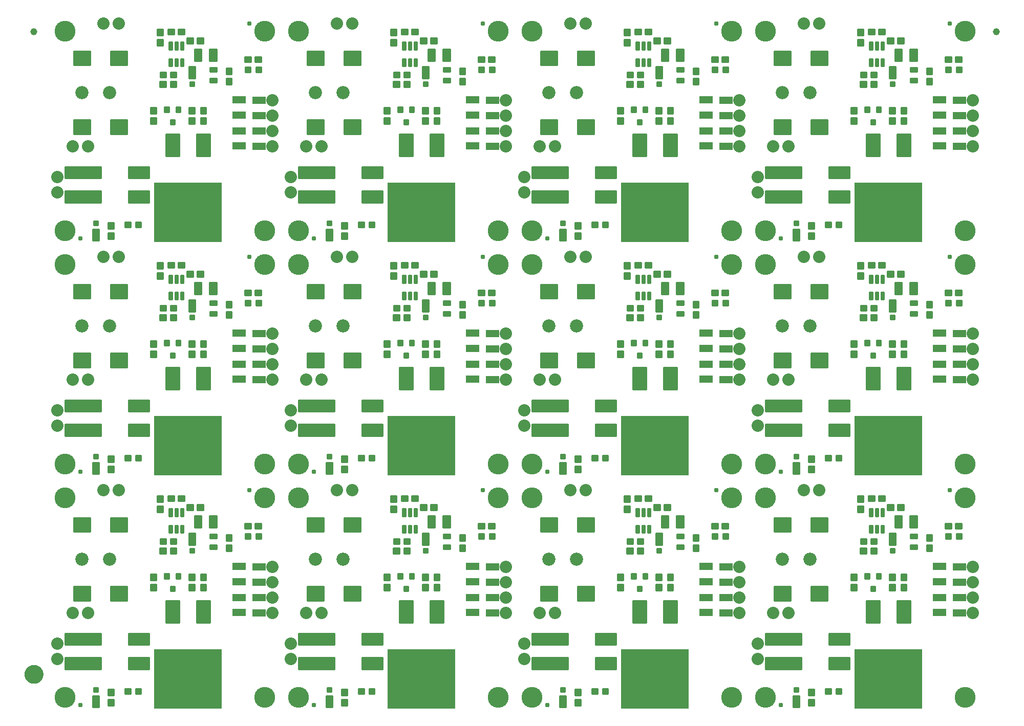
<source format=gts>
G04 EAGLE Gerber RS-274X export*
G75*
%MOMM*%
%FSLAX34Y34*%
%LPD*%
%INSoldermask Top*%
%IPPOS*%
%AMOC8*
5,1,8,0,0,1.08239X$1,22.5*%
G01*
%ADD10C,3.454400*%
%ADD11C,0.449434*%
%ADD12C,0.253525*%
%ADD13C,0.257147*%
%ADD14C,0.252431*%
%ADD15C,0.250950*%
%ADD16C,0.260603*%
%ADD17C,0.252862*%
%ADD18C,0.247237*%
%ADD19R,11.176000X9.779000*%
%ADD20C,0.255238*%
%ADD21C,2.184400*%
%ADD22C,0.258288*%
%ADD23C,2.032000*%
%ADD24R,2.200000X1.200000*%
%ADD25C,0.787400*%
%ADD26C,1.152400*%
%ADD27C,1.270000*%
%ADD28C,1.652400*%


D10*
X25400Y25400D03*
X355600Y25400D03*
X355600Y355600D03*
X25400Y355600D03*
D11*
X143177Y38694D02*
X143177Y31664D01*
X143177Y38694D02*
X150207Y38694D01*
X150207Y31664D01*
X143177Y31664D01*
X143177Y35933D02*
X150207Y35933D01*
X125637Y38694D02*
X125637Y31664D01*
X125637Y38694D02*
X132667Y38694D01*
X132667Y31664D01*
X125637Y31664D01*
X125637Y35933D02*
X132667Y35933D01*
D12*
X97003Y38692D02*
X97003Y28702D01*
X97003Y38692D02*
X105993Y38692D01*
X105993Y28702D01*
X97003Y28702D01*
X97003Y31110D02*
X105993Y31110D01*
X105993Y33518D02*
X97003Y33518D01*
X97003Y35926D02*
X105993Y35926D01*
X105993Y38334D02*
X97003Y38334D01*
X97003Y21692D02*
X97003Y11702D01*
X97003Y21692D02*
X105993Y21692D01*
X105993Y11702D01*
X97003Y11702D01*
X97003Y14110D02*
X105993Y14110D01*
X105993Y16518D02*
X97003Y16518D01*
X97003Y18926D02*
X105993Y18926D01*
X105993Y21334D02*
X97003Y21334D01*
X195547Y350064D02*
X205537Y350064D01*
X195547Y350064D02*
X195547Y359054D01*
X205537Y359054D01*
X205537Y350064D01*
X205537Y352472D02*
X195547Y352472D01*
X195547Y354880D02*
X205537Y354880D01*
X205537Y357288D02*
X195547Y357288D01*
X212547Y350064D02*
X222537Y350064D01*
X212547Y350064D02*
X212547Y359054D01*
X222537Y359054D01*
X222537Y350064D01*
X222537Y352472D02*
X212547Y352472D01*
X212547Y354880D02*
X222537Y354880D01*
X222537Y357288D02*
X212547Y357288D01*
X187324Y341986D02*
X187324Y331996D01*
X178334Y331996D01*
X178334Y341986D01*
X187324Y341986D01*
X187324Y334404D02*
X178334Y334404D01*
X178334Y336812D02*
X187324Y336812D01*
X187324Y339220D02*
X178334Y339220D01*
X178334Y341628D02*
X187324Y341628D01*
X187324Y348996D02*
X187324Y358986D01*
X187324Y348996D02*
X178334Y348996D01*
X178334Y358986D01*
X187324Y358986D01*
X187324Y351404D02*
X178334Y351404D01*
X178334Y353812D02*
X187324Y353812D01*
X187324Y356220D02*
X178334Y356220D01*
X178334Y358628D02*
X187324Y358628D01*
X226992Y335408D02*
X236982Y335408D01*
X226992Y335408D02*
X226992Y344398D01*
X236982Y344398D01*
X236982Y335408D01*
X236982Y337816D02*
X226992Y337816D01*
X226992Y340224D02*
X236982Y340224D01*
X236982Y342632D02*
X226992Y342632D01*
X243992Y335408D02*
X253982Y335408D01*
X243992Y335408D02*
X243992Y344398D01*
X253982Y344398D01*
X253982Y335408D01*
X253982Y337816D02*
X243992Y337816D01*
X243992Y340224D02*
X253982Y340224D01*
X253982Y342632D02*
X243992Y342632D01*
D13*
X264881Y295331D02*
X264881Y288377D01*
X264881Y295331D02*
X275835Y295331D01*
X275835Y288377D01*
X264881Y288377D01*
X264881Y290819D02*
X275835Y290819D01*
X275835Y293261D02*
X264881Y293261D01*
X264881Y277331D02*
X264881Y270377D01*
X264881Y277331D02*
X275835Y277331D01*
X275835Y270377D01*
X264881Y270377D01*
X264881Y272819D02*
X275835Y272819D01*
X275835Y275261D02*
X264881Y275261D01*
D12*
X209583Y272389D02*
X199593Y272389D01*
X209583Y272389D02*
X209583Y263399D01*
X199593Y263399D01*
X199593Y272389D01*
X199593Y265807D02*
X209583Y265807D01*
X209583Y268215D02*
X199593Y268215D01*
X199593Y270623D02*
X209583Y270623D01*
X192583Y272389D02*
X182593Y272389D01*
X192583Y272389D02*
X192583Y263399D01*
X182593Y263399D01*
X182593Y272389D01*
X182593Y265807D02*
X192583Y265807D01*
X192583Y268215D02*
X182593Y268215D01*
X182593Y270623D02*
X192583Y270623D01*
X291974Y284277D02*
X291974Y294267D01*
X300964Y294267D01*
X300964Y284277D01*
X291974Y284277D01*
X291974Y286685D02*
X300964Y286685D01*
X300964Y289093D02*
X291974Y289093D01*
X291974Y291501D02*
X300964Y291501D01*
X300964Y293909D02*
X291974Y293909D01*
X291974Y277267D02*
X291974Y267277D01*
X291974Y277267D02*
X300964Y277267D01*
X300964Y267277D01*
X291974Y267277D01*
X291974Y269685D02*
X300964Y269685D01*
X300964Y272093D02*
X291974Y272093D01*
X291974Y274501D02*
X300964Y274501D01*
X300964Y276909D02*
X291974Y276909D01*
X209608Y287832D02*
X199618Y287832D01*
X209608Y287832D02*
X209608Y278842D01*
X199618Y278842D01*
X199618Y287832D01*
X199618Y281250D02*
X209608Y281250D01*
X209608Y283658D02*
X199618Y283658D01*
X199618Y286066D02*
X209608Y286066D01*
X192608Y287832D02*
X182618Y287832D01*
X192608Y287832D02*
X192608Y278842D01*
X182618Y278842D01*
X182618Y287832D01*
X182618Y281250D02*
X192608Y281250D01*
X192608Y283658D02*
X182618Y283658D01*
X182618Y286066D02*
X192608Y286066D01*
D14*
X251154Y306335D02*
X251154Y325335D01*
X251154Y306335D02*
X239654Y306335D01*
X239654Y325335D01*
X251154Y325335D01*
X251154Y308733D02*
X239654Y308733D01*
X239654Y311131D02*
X251154Y311131D01*
X251154Y313529D02*
X239654Y313529D01*
X239654Y315927D02*
X251154Y315927D01*
X251154Y318325D02*
X239654Y318325D01*
X239654Y320723D02*
X251154Y320723D01*
X251154Y323121D02*
X239654Y323121D01*
X276154Y325335D02*
X276154Y306335D01*
X264654Y306335D01*
X264654Y325335D01*
X276154Y325335D01*
X276154Y308733D02*
X264654Y308733D01*
X264654Y311131D02*
X276154Y311131D01*
X276154Y313529D02*
X264654Y313529D01*
X264654Y315927D02*
X276154Y315927D01*
X276154Y318325D02*
X264654Y318325D01*
X264654Y320723D02*
X276154Y320723D01*
X276154Y323121D02*
X264654Y323121D01*
D15*
X230515Y296738D02*
X230515Y277658D01*
X230515Y296738D02*
X240553Y296738D01*
X240553Y277658D01*
X230515Y277658D01*
X230515Y280042D02*
X240553Y280042D01*
X240553Y282426D02*
X230515Y282426D01*
X230515Y284810D02*
X240553Y284810D01*
X240553Y287194D02*
X230515Y287194D01*
X230515Y289578D02*
X240553Y289578D01*
X240553Y291962D02*
X230515Y291962D01*
X230515Y294346D02*
X240553Y294346D01*
X240553Y296730D02*
X230515Y296730D01*
D16*
X232011Y271544D02*
X232011Y264498D01*
X232011Y271544D02*
X239057Y271544D01*
X239057Y264498D01*
X232011Y264498D01*
X232011Y266974D02*
X239057Y266974D01*
X239057Y269450D02*
X232011Y269450D01*
D17*
X221298Y337499D02*
X216802Y337499D01*
X221298Y337499D02*
X221298Y325003D01*
X216802Y325003D01*
X216802Y337499D01*
X216802Y327406D02*
X221298Y327406D01*
X221298Y329809D02*
X216802Y329809D01*
X216802Y332212D02*
X221298Y332212D01*
X221298Y334615D02*
X216802Y334615D01*
X216802Y337018D02*
X221298Y337018D01*
X211798Y337499D02*
X207302Y337499D01*
X211798Y337499D02*
X211798Y325003D01*
X207302Y325003D01*
X207302Y337499D01*
X207302Y327406D02*
X211798Y327406D01*
X211798Y329809D02*
X207302Y329809D01*
X207302Y332212D02*
X211798Y332212D01*
X211798Y334615D02*
X207302Y334615D01*
X207302Y337018D02*
X211798Y337018D01*
X202298Y337499D02*
X197802Y337499D01*
X202298Y337499D02*
X202298Y325003D01*
X197802Y325003D01*
X197802Y337499D01*
X197802Y327406D02*
X202298Y327406D01*
X202298Y329809D02*
X197802Y329809D01*
X197802Y332212D02*
X202298Y332212D01*
X202298Y334615D02*
X197802Y334615D01*
X197802Y337018D02*
X202298Y337018D01*
X202298Y309997D02*
X197802Y309997D01*
X202298Y309997D02*
X202298Y297501D01*
X197802Y297501D01*
X197802Y309997D01*
X197802Y299904D02*
X202298Y299904D01*
X202298Y302307D02*
X197802Y302307D01*
X197802Y304710D02*
X202298Y304710D01*
X202298Y307113D02*
X197802Y307113D01*
X197802Y309516D02*
X202298Y309516D01*
X207302Y309997D02*
X211798Y309997D01*
X211798Y297501D01*
X207302Y297501D01*
X207302Y309997D01*
X207302Y299904D02*
X211798Y299904D01*
X211798Y302307D02*
X207302Y302307D01*
X207302Y304710D02*
X211798Y304710D01*
X211798Y307113D02*
X207302Y307113D01*
X207302Y309516D02*
X211798Y309516D01*
X216802Y309997D02*
X221298Y309997D01*
X221298Y297501D01*
X216802Y297501D01*
X216802Y309997D01*
X216802Y299904D02*
X221298Y299904D01*
X221298Y302307D02*
X216802Y302307D01*
X216802Y304710D02*
X221298Y304710D01*
X221298Y307113D02*
X216802Y307113D01*
X216802Y309516D02*
X221298Y309516D01*
D18*
X242874Y185546D02*
X265126Y185546D01*
X265126Y148394D01*
X242874Y148394D01*
X242874Y185546D01*
X242874Y150742D02*
X265126Y150742D01*
X265126Y153090D02*
X242874Y153090D01*
X242874Y155438D02*
X265126Y155438D01*
X265126Y157786D02*
X242874Y157786D01*
X242874Y160134D02*
X265126Y160134D01*
X265126Y162482D02*
X242874Y162482D01*
X242874Y164830D02*
X265126Y164830D01*
X265126Y167178D02*
X242874Y167178D01*
X242874Y169526D02*
X265126Y169526D01*
X265126Y171874D02*
X242874Y171874D01*
X242874Y174222D02*
X265126Y174222D01*
X265126Y176570D02*
X242874Y176570D01*
X242874Y178918D02*
X265126Y178918D01*
X265126Y181266D02*
X242874Y181266D01*
X242874Y183614D02*
X265126Y183614D01*
X214326Y185546D02*
X192074Y185546D01*
X214326Y185546D02*
X214326Y148394D01*
X192074Y148394D01*
X192074Y185546D01*
X192074Y150742D02*
X214326Y150742D01*
X214326Y153090D02*
X192074Y153090D01*
X192074Y155438D02*
X214326Y155438D01*
X214326Y157786D02*
X192074Y157786D01*
X192074Y160134D02*
X214326Y160134D01*
X214326Y162482D02*
X192074Y162482D01*
X192074Y164830D02*
X214326Y164830D01*
X214326Y167178D02*
X192074Y167178D01*
X192074Y169526D02*
X214326Y169526D01*
X214326Y171874D02*
X192074Y171874D01*
X192074Y174222D02*
X214326Y174222D01*
X214326Y176570D02*
X192074Y176570D01*
X192074Y178918D02*
X214326Y178918D01*
X214326Y181266D02*
X192074Y181266D01*
X192074Y183614D02*
X214326Y183614D01*
D19*
X228600Y55245D03*
D12*
X249505Y219405D02*
X249505Y229395D01*
X258495Y229395D01*
X258495Y219405D01*
X249505Y219405D01*
X249505Y221813D02*
X258495Y221813D01*
X258495Y224221D02*
X249505Y224221D01*
X249505Y226629D02*
X258495Y226629D01*
X258495Y229037D02*
X249505Y229037D01*
X249505Y212395D02*
X249505Y202405D01*
X249505Y212395D02*
X258495Y212395D01*
X258495Y202405D01*
X249505Y202405D01*
X249505Y204813D02*
X258495Y204813D01*
X258495Y207221D02*
X249505Y207221D01*
X249505Y209629D02*
X258495Y209629D01*
X258495Y212037D02*
X249505Y212037D01*
D15*
X81219Y27955D02*
X81219Y8875D01*
X71181Y8875D01*
X71181Y27955D01*
X81219Y27955D01*
X81219Y11259D02*
X71181Y11259D01*
X71181Y13643D02*
X81219Y13643D01*
X81219Y16027D02*
X71181Y16027D01*
X71181Y18411D02*
X81219Y18411D01*
X81219Y20795D02*
X71181Y20795D01*
X71181Y23179D02*
X81219Y23179D01*
X81219Y25563D02*
X71181Y25563D01*
X71181Y27947D02*
X81219Y27947D01*
D16*
X79723Y34069D02*
X79723Y41115D01*
X79723Y34069D02*
X72677Y34069D01*
X72677Y41115D01*
X79723Y41115D01*
X79723Y36545D02*
X72677Y36545D01*
X72677Y39021D02*
X79723Y39021D01*
D20*
X66826Y299514D02*
X39854Y299514D01*
X39854Y322486D01*
X66826Y322486D01*
X66826Y299514D01*
X66826Y301938D02*
X39854Y301938D01*
X39854Y304362D02*
X66826Y304362D01*
X66826Y306786D02*
X39854Y306786D01*
X39854Y309210D02*
X66826Y309210D01*
X66826Y311634D02*
X39854Y311634D01*
X39854Y314058D02*
X66826Y314058D01*
X66826Y316482D02*
X39854Y316482D01*
X39854Y318906D02*
X66826Y318906D01*
X66826Y321330D02*
X39854Y321330D01*
X39854Y185514D02*
X66826Y185514D01*
X39854Y185514D02*
X39854Y208486D01*
X66826Y208486D01*
X66826Y185514D01*
X66826Y187938D02*
X39854Y187938D01*
X39854Y190362D02*
X66826Y190362D01*
X66826Y192786D02*
X39854Y192786D01*
X39854Y195210D02*
X66826Y195210D01*
X66826Y197634D02*
X39854Y197634D01*
X39854Y200058D02*
X66826Y200058D01*
X66826Y202482D02*
X39854Y202482D01*
X39854Y204906D02*
X66826Y204906D01*
X66826Y207330D02*
X39854Y207330D01*
X100854Y299514D02*
X127826Y299514D01*
X100854Y299514D02*
X100854Y322486D01*
X127826Y322486D01*
X127826Y299514D01*
X127826Y301938D02*
X100854Y301938D01*
X100854Y304362D02*
X127826Y304362D01*
X127826Y306786D02*
X100854Y306786D01*
X100854Y309210D02*
X127826Y309210D01*
X127826Y311634D02*
X100854Y311634D01*
X100854Y314058D02*
X127826Y314058D01*
X127826Y316482D02*
X100854Y316482D01*
X100854Y318906D02*
X127826Y318906D01*
X127826Y321330D02*
X100854Y321330D01*
X100854Y185514D02*
X127826Y185514D01*
X100854Y185514D02*
X100854Y208486D01*
X127826Y208486D01*
X127826Y185514D01*
X127826Y187938D02*
X100854Y187938D01*
X100854Y190362D02*
X127826Y190362D01*
X127826Y192786D02*
X100854Y192786D01*
X100854Y195210D02*
X127826Y195210D01*
X127826Y197634D02*
X100854Y197634D01*
X100854Y200058D02*
X127826Y200058D01*
X127826Y202482D02*
X100854Y202482D01*
X100854Y204906D02*
X127826Y204906D01*
X127826Y207330D02*
X100854Y207330D01*
D21*
X53340Y254000D03*
X99060Y254000D03*
D22*
X130779Y72129D02*
X164721Y72129D01*
X130779Y72129D02*
X130779Y91071D01*
X164721Y91071D01*
X164721Y72129D01*
X164721Y74583D02*
X130779Y74583D01*
X130779Y77037D02*
X164721Y77037D01*
X164721Y79491D02*
X130779Y79491D01*
X130779Y81945D02*
X164721Y81945D01*
X164721Y84399D02*
X130779Y84399D01*
X130779Y86853D02*
X164721Y86853D01*
X164721Y89307D02*
X130779Y89307D01*
X130779Y112129D02*
X164721Y112129D01*
X130779Y112129D02*
X130779Y131071D01*
X164721Y131071D01*
X164721Y112129D01*
X164721Y114583D02*
X130779Y114583D01*
X130779Y117037D02*
X164721Y117037D01*
X164721Y119491D02*
X130779Y119491D01*
X130779Y121945D02*
X164721Y121945D01*
X164721Y124399D02*
X130779Y124399D01*
X130779Y126853D02*
X164721Y126853D01*
X164721Y129307D02*
X130779Y129307D01*
X84721Y72129D02*
X25779Y72129D01*
X25779Y91071D01*
X84721Y91071D01*
X84721Y72129D01*
X84721Y74583D02*
X25779Y74583D01*
X25779Y77037D02*
X84721Y77037D01*
X84721Y79491D02*
X25779Y79491D01*
X25779Y81945D02*
X84721Y81945D01*
X84721Y84399D02*
X25779Y84399D01*
X25779Y86853D02*
X84721Y86853D01*
X84721Y89307D02*
X25779Y89307D01*
X25779Y112129D02*
X84721Y112129D01*
X25779Y112129D02*
X25779Y131071D01*
X84721Y131071D01*
X84721Y112129D01*
X84721Y114583D02*
X25779Y114583D01*
X25779Y117037D02*
X84721Y117037D01*
X84721Y119491D02*
X25779Y119491D01*
X25779Y121945D02*
X84721Y121945D01*
X84721Y124399D02*
X25779Y124399D01*
X25779Y126853D02*
X84721Y126853D01*
X84721Y129307D02*
X25779Y129307D01*
D13*
X209223Y229877D02*
X216177Y229877D01*
X216177Y221923D01*
X209223Y221923D01*
X209223Y229877D01*
X209223Y224365D02*
X216177Y224365D01*
X216177Y226807D02*
X209223Y226807D01*
X209223Y229249D02*
X216177Y229249D01*
X197177Y229877D02*
X190223Y229877D01*
X197177Y229877D02*
X197177Y221923D01*
X190223Y221923D01*
X190223Y229877D01*
X190223Y224365D02*
X197177Y224365D01*
X197177Y226807D02*
X190223Y226807D01*
X190223Y229249D02*
X197177Y229249D01*
X199723Y208877D02*
X206677Y208877D01*
X206677Y200923D01*
X199723Y200923D01*
X199723Y208877D01*
X199723Y203365D02*
X206677Y203365D01*
X206677Y205807D02*
X199723Y205807D01*
X199723Y208249D02*
X206677Y208249D01*
D12*
X175945Y212395D02*
X175945Y202405D01*
X166955Y202405D01*
X166955Y212395D01*
X175945Y212395D01*
X175945Y204813D02*
X166955Y204813D01*
X166955Y207221D02*
X175945Y207221D01*
X175945Y209629D02*
X166955Y209629D01*
X166955Y212037D02*
X175945Y212037D01*
X175945Y219405D02*
X175945Y229395D01*
X175945Y219405D02*
X166955Y219405D01*
X166955Y229395D01*
X175945Y229395D01*
X175945Y221813D02*
X166955Y221813D01*
X166955Y224221D02*
X175945Y224221D01*
X175945Y226629D02*
X166955Y226629D01*
X166955Y229037D02*
X175945Y229037D01*
X230455Y229395D02*
X230455Y219405D01*
X230455Y229395D02*
X239445Y229395D01*
X239445Y219405D01*
X230455Y219405D01*
X230455Y221813D02*
X239445Y221813D01*
X239445Y224221D02*
X230455Y224221D01*
X230455Y226629D02*
X239445Y226629D01*
X239445Y229037D02*
X230455Y229037D01*
X230455Y212395D02*
X230455Y202405D01*
X230455Y212395D02*
X239445Y212395D01*
X239445Y202405D01*
X230455Y202405D01*
X230455Y204813D02*
X239445Y204813D01*
X239445Y207221D02*
X230455Y207221D01*
X230455Y209629D02*
X239445Y209629D01*
X239445Y212037D02*
X230455Y212037D01*
D23*
X368300Y241300D03*
X368300Y215900D03*
X368300Y190500D03*
X368300Y165100D03*
X12700Y88900D03*
X12700Y114300D03*
X38100Y165100D03*
X63500Y165100D03*
D11*
X341805Y288585D02*
X341805Y295615D01*
X348835Y295615D01*
X348835Y288585D01*
X341805Y288585D01*
X341805Y292854D02*
X348835Y292854D01*
X324265Y295615D02*
X324265Y288585D01*
X324265Y295615D02*
X331295Y295615D01*
X331295Y288585D01*
X324265Y288585D01*
X324265Y292854D02*
X331295Y292854D01*
D12*
X339928Y313232D02*
X349918Y313232D01*
X349918Y304242D01*
X339928Y304242D01*
X339928Y313232D01*
X339928Y306650D02*
X349918Y306650D01*
X349918Y309058D02*
X339928Y309058D01*
X339928Y311466D02*
X349918Y311466D01*
X332918Y313232D02*
X322928Y313232D01*
X332918Y313232D02*
X332918Y304242D01*
X322928Y304242D01*
X322928Y313232D01*
X322928Y306650D02*
X332918Y306650D01*
X332918Y309058D02*
X322928Y309058D01*
X322928Y311466D02*
X332918Y311466D01*
D24*
X313600Y216100D03*
X346600Y215900D03*
X313600Y241500D03*
X346600Y241300D03*
X313600Y190600D03*
X346600Y190400D03*
X313600Y165300D03*
X346600Y165100D03*
D25*
X50800Y12700D03*
X330200Y368300D03*
D23*
X88900Y368300D03*
X114300Y368300D03*
D10*
X411480Y25400D03*
X741680Y25400D03*
X741680Y355600D03*
X411480Y355600D03*
D11*
X529257Y38694D02*
X529257Y31664D01*
X529257Y38694D02*
X536287Y38694D01*
X536287Y31664D01*
X529257Y31664D01*
X529257Y35933D02*
X536287Y35933D01*
X511717Y38694D02*
X511717Y31664D01*
X511717Y38694D02*
X518747Y38694D01*
X518747Y31664D01*
X511717Y31664D01*
X511717Y35933D02*
X518747Y35933D01*
D12*
X483083Y38692D02*
X483083Y28702D01*
X483083Y38692D02*
X492073Y38692D01*
X492073Y28702D01*
X483083Y28702D01*
X483083Y31110D02*
X492073Y31110D01*
X492073Y33518D02*
X483083Y33518D01*
X483083Y35926D02*
X492073Y35926D01*
X492073Y38334D02*
X483083Y38334D01*
X483083Y21692D02*
X483083Y11702D01*
X483083Y21692D02*
X492073Y21692D01*
X492073Y11702D01*
X483083Y11702D01*
X483083Y14110D02*
X492073Y14110D01*
X492073Y16518D02*
X483083Y16518D01*
X483083Y18926D02*
X492073Y18926D01*
X492073Y21334D02*
X483083Y21334D01*
X581627Y350064D02*
X591617Y350064D01*
X581627Y350064D02*
X581627Y359054D01*
X591617Y359054D01*
X591617Y350064D01*
X591617Y352472D02*
X581627Y352472D01*
X581627Y354880D02*
X591617Y354880D01*
X591617Y357288D02*
X581627Y357288D01*
X598627Y350064D02*
X608617Y350064D01*
X598627Y350064D02*
X598627Y359054D01*
X608617Y359054D01*
X608617Y350064D01*
X608617Y352472D02*
X598627Y352472D01*
X598627Y354880D02*
X608617Y354880D01*
X608617Y357288D02*
X598627Y357288D01*
X573404Y341986D02*
X573404Y331996D01*
X564414Y331996D01*
X564414Y341986D01*
X573404Y341986D01*
X573404Y334404D02*
X564414Y334404D01*
X564414Y336812D02*
X573404Y336812D01*
X573404Y339220D02*
X564414Y339220D01*
X564414Y341628D02*
X573404Y341628D01*
X573404Y348996D02*
X573404Y358986D01*
X573404Y348996D02*
X564414Y348996D01*
X564414Y358986D01*
X573404Y358986D01*
X573404Y351404D02*
X564414Y351404D01*
X564414Y353812D02*
X573404Y353812D01*
X573404Y356220D02*
X564414Y356220D01*
X564414Y358628D02*
X573404Y358628D01*
X613072Y335408D02*
X623062Y335408D01*
X613072Y335408D02*
X613072Y344398D01*
X623062Y344398D01*
X623062Y335408D01*
X623062Y337816D02*
X613072Y337816D01*
X613072Y340224D02*
X623062Y340224D01*
X623062Y342632D02*
X613072Y342632D01*
X630072Y335408D02*
X640062Y335408D01*
X630072Y335408D02*
X630072Y344398D01*
X640062Y344398D01*
X640062Y335408D01*
X640062Y337816D02*
X630072Y337816D01*
X630072Y340224D02*
X640062Y340224D01*
X640062Y342632D02*
X630072Y342632D01*
D13*
X650961Y295331D02*
X650961Y288377D01*
X650961Y295331D02*
X661915Y295331D01*
X661915Y288377D01*
X650961Y288377D01*
X650961Y290819D02*
X661915Y290819D01*
X661915Y293261D02*
X650961Y293261D01*
X650961Y277331D02*
X650961Y270377D01*
X650961Y277331D02*
X661915Y277331D01*
X661915Y270377D01*
X650961Y270377D01*
X650961Y272819D02*
X661915Y272819D01*
X661915Y275261D02*
X650961Y275261D01*
D12*
X595663Y272389D02*
X585673Y272389D01*
X595663Y272389D02*
X595663Y263399D01*
X585673Y263399D01*
X585673Y272389D01*
X585673Y265807D02*
X595663Y265807D01*
X595663Y268215D02*
X585673Y268215D01*
X585673Y270623D02*
X595663Y270623D01*
X578663Y272389D02*
X568673Y272389D01*
X578663Y272389D02*
X578663Y263399D01*
X568673Y263399D01*
X568673Y272389D01*
X568673Y265807D02*
X578663Y265807D01*
X578663Y268215D02*
X568673Y268215D01*
X568673Y270623D02*
X578663Y270623D01*
X678054Y284277D02*
X678054Y294267D01*
X687044Y294267D01*
X687044Y284277D01*
X678054Y284277D01*
X678054Y286685D02*
X687044Y286685D01*
X687044Y289093D02*
X678054Y289093D01*
X678054Y291501D02*
X687044Y291501D01*
X687044Y293909D02*
X678054Y293909D01*
X678054Y277267D02*
X678054Y267277D01*
X678054Y277267D02*
X687044Y277267D01*
X687044Y267277D01*
X678054Y267277D01*
X678054Y269685D02*
X687044Y269685D01*
X687044Y272093D02*
X678054Y272093D01*
X678054Y274501D02*
X687044Y274501D01*
X687044Y276909D02*
X678054Y276909D01*
X595688Y287832D02*
X585698Y287832D01*
X595688Y287832D02*
X595688Y278842D01*
X585698Y278842D01*
X585698Y287832D01*
X585698Y281250D02*
X595688Y281250D01*
X595688Y283658D02*
X585698Y283658D01*
X585698Y286066D02*
X595688Y286066D01*
X578688Y287832D02*
X568698Y287832D01*
X578688Y287832D02*
X578688Y278842D01*
X568698Y278842D01*
X568698Y287832D01*
X568698Y281250D02*
X578688Y281250D01*
X578688Y283658D02*
X568698Y283658D01*
X568698Y286066D02*
X578688Y286066D01*
D14*
X637234Y306335D02*
X637234Y325335D01*
X637234Y306335D02*
X625734Y306335D01*
X625734Y325335D01*
X637234Y325335D01*
X637234Y308733D02*
X625734Y308733D01*
X625734Y311131D02*
X637234Y311131D01*
X637234Y313529D02*
X625734Y313529D01*
X625734Y315927D02*
X637234Y315927D01*
X637234Y318325D02*
X625734Y318325D01*
X625734Y320723D02*
X637234Y320723D01*
X637234Y323121D02*
X625734Y323121D01*
X662234Y325335D02*
X662234Y306335D01*
X650734Y306335D01*
X650734Y325335D01*
X662234Y325335D01*
X662234Y308733D02*
X650734Y308733D01*
X650734Y311131D02*
X662234Y311131D01*
X662234Y313529D02*
X650734Y313529D01*
X650734Y315927D02*
X662234Y315927D01*
X662234Y318325D02*
X650734Y318325D01*
X650734Y320723D02*
X662234Y320723D01*
X662234Y323121D02*
X650734Y323121D01*
D15*
X616595Y296738D02*
X616595Y277658D01*
X616595Y296738D02*
X626633Y296738D01*
X626633Y277658D01*
X616595Y277658D01*
X616595Y280042D02*
X626633Y280042D01*
X626633Y282426D02*
X616595Y282426D01*
X616595Y284810D02*
X626633Y284810D01*
X626633Y287194D02*
X616595Y287194D01*
X616595Y289578D02*
X626633Y289578D01*
X626633Y291962D02*
X616595Y291962D01*
X616595Y294346D02*
X626633Y294346D01*
X626633Y296730D02*
X616595Y296730D01*
D16*
X618091Y271544D02*
X618091Y264498D01*
X618091Y271544D02*
X625137Y271544D01*
X625137Y264498D01*
X618091Y264498D01*
X618091Y266974D02*
X625137Y266974D01*
X625137Y269450D02*
X618091Y269450D01*
D17*
X607378Y337499D02*
X602882Y337499D01*
X607378Y337499D02*
X607378Y325003D01*
X602882Y325003D01*
X602882Y337499D01*
X602882Y327406D02*
X607378Y327406D01*
X607378Y329809D02*
X602882Y329809D01*
X602882Y332212D02*
X607378Y332212D01*
X607378Y334615D02*
X602882Y334615D01*
X602882Y337018D02*
X607378Y337018D01*
X597878Y337499D02*
X593382Y337499D01*
X597878Y337499D02*
X597878Y325003D01*
X593382Y325003D01*
X593382Y337499D01*
X593382Y327406D02*
X597878Y327406D01*
X597878Y329809D02*
X593382Y329809D01*
X593382Y332212D02*
X597878Y332212D01*
X597878Y334615D02*
X593382Y334615D01*
X593382Y337018D02*
X597878Y337018D01*
X588378Y337499D02*
X583882Y337499D01*
X588378Y337499D02*
X588378Y325003D01*
X583882Y325003D01*
X583882Y337499D01*
X583882Y327406D02*
X588378Y327406D01*
X588378Y329809D02*
X583882Y329809D01*
X583882Y332212D02*
X588378Y332212D01*
X588378Y334615D02*
X583882Y334615D01*
X583882Y337018D02*
X588378Y337018D01*
X588378Y309997D02*
X583882Y309997D01*
X588378Y309997D02*
X588378Y297501D01*
X583882Y297501D01*
X583882Y309997D01*
X583882Y299904D02*
X588378Y299904D01*
X588378Y302307D02*
X583882Y302307D01*
X583882Y304710D02*
X588378Y304710D01*
X588378Y307113D02*
X583882Y307113D01*
X583882Y309516D02*
X588378Y309516D01*
X593382Y309997D02*
X597878Y309997D01*
X597878Y297501D01*
X593382Y297501D01*
X593382Y309997D01*
X593382Y299904D02*
X597878Y299904D01*
X597878Y302307D02*
X593382Y302307D01*
X593382Y304710D02*
X597878Y304710D01*
X597878Y307113D02*
X593382Y307113D01*
X593382Y309516D02*
X597878Y309516D01*
X602882Y309997D02*
X607378Y309997D01*
X607378Y297501D01*
X602882Y297501D01*
X602882Y309997D01*
X602882Y299904D02*
X607378Y299904D01*
X607378Y302307D02*
X602882Y302307D01*
X602882Y304710D02*
X607378Y304710D01*
X607378Y307113D02*
X602882Y307113D01*
X602882Y309516D02*
X607378Y309516D01*
D18*
X628954Y185546D02*
X651206Y185546D01*
X651206Y148394D01*
X628954Y148394D01*
X628954Y185546D01*
X628954Y150742D02*
X651206Y150742D01*
X651206Y153090D02*
X628954Y153090D01*
X628954Y155438D02*
X651206Y155438D01*
X651206Y157786D02*
X628954Y157786D01*
X628954Y160134D02*
X651206Y160134D01*
X651206Y162482D02*
X628954Y162482D01*
X628954Y164830D02*
X651206Y164830D01*
X651206Y167178D02*
X628954Y167178D01*
X628954Y169526D02*
X651206Y169526D01*
X651206Y171874D02*
X628954Y171874D01*
X628954Y174222D02*
X651206Y174222D01*
X651206Y176570D02*
X628954Y176570D01*
X628954Y178918D02*
X651206Y178918D01*
X651206Y181266D02*
X628954Y181266D01*
X628954Y183614D02*
X651206Y183614D01*
X600406Y185546D02*
X578154Y185546D01*
X600406Y185546D02*
X600406Y148394D01*
X578154Y148394D01*
X578154Y185546D01*
X578154Y150742D02*
X600406Y150742D01*
X600406Y153090D02*
X578154Y153090D01*
X578154Y155438D02*
X600406Y155438D01*
X600406Y157786D02*
X578154Y157786D01*
X578154Y160134D02*
X600406Y160134D01*
X600406Y162482D02*
X578154Y162482D01*
X578154Y164830D02*
X600406Y164830D01*
X600406Y167178D02*
X578154Y167178D01*
X578154Y169526D02*
X600406Y169526D01*
X600406Y171874D02*
X578154Y171874D01*
X578154Y174222D02*
X600406Y174222D01*
X600406Y176570D02*
X578154Y176570D01*
X578154Y178918D02*
X600406Y178918D01*
X600406Y181266D02*
X578154Y181266D01*
X578154Y183614D02*
X600406Y183614D01*
D19*
X614680Y55245D03*
D12*
X635585Y219405D02*
X635585Y229395D01*
X644575Y229395D01*
X644575Y219405D01*
X635585Y219405D01*
X635585Y221813D02*
X644575Y221813D01*
X644575Y224221D02*
X635585Y224221D01*
X635585Y226629D02*
X644575Y226629D01*
X644575Y229037D02*
X635585Y229037D01*
X635585Y212395D02*
X635585Y202405D01*
X635585Y212395D02*
X644575Y212395D01*
X644575Y202405D01*
X635585Y202405D01*
X635585Y204813D02*
X644575Y204813D01*
X644575Y207221D02*
X635585Y207221D01*
X635585Y209629D02*
X644575Y209629D01*
X644575Y212037D02*
X635585Y212037D01*
D15*
X467299Y27955D02*
X467299Y8875D01*
X457261Y8875D01*
X457261Y27955D01*
X467299Y27955D01*
X467299Y11259D02*
X457261Y11259D01*
X457261Y13643D02*
X467299Y13643D01*
X467299Y16027D02*
X457261Y16027D01*
X457261Y18411D02*
X467299Y18411D01*
X467299Y20795D02*
X457261Y20795D01*
X457261Y23179D02*
X467299Y23179D01*
X467299Y25563D02*
X457261Y25563D01*
X457261Y27947D02*
X467299Y27947D01*
D16*
X465803Y34069D02*
X465803Y41115D01*
X465803Y34069D02*
X458757Y34069D01*
X458757Y41115D01*
X465803Y41115D01*
X465803Y36545D02*
X458757Y36545D01*
X458757Y39021D02*
X465803Y39021D01*
D20*
X452906Y299514D02*
X425934Y299514D01*
X425934Y322486D01*
X452906Y322486D01*
X452906Y299514D01*
X452906Y301938D02*
X425934Y301938D01*
X425934Y304362D02*
X452906Y304362D01*
X452906Y306786D02*
X425934Y306786D01*
X425934Y309210D02*
X452906Y309210D01*
X452906Y311634D02*
X425934Y311634D01*
X425934Y314058D02*
X452906Y314058D01*
X452906Y316482D02*
X425934Y316482D01*
X425934Y318906D02*
X452906Y318906D01*
X452906Y321330D02*
X425934Y321330D01*
X425934Y185514D02*
X452906Y185514D01*
X425934Y185514D02*
X425934Y208486D01*
X452906Y208486D01*
X452906Y185514D01*
X452906Y187938D02*
X425934Y187938D01*
X425934Y190362D02*
X452906Y190362D01*
X452906Y192786D02*
X425934Y192786D01*
X425934Y195210D02*
X452906Y195210D01*
X452906Y197634D02*
X425934Y197634D01*
X425934Y200058D02*
X452906Y200058D01*
X452906Y202482D02*
X425934Y202482D01*
X425934Y204906D02*
X452906Y204906D01*
X452906Y207330D02*
X425934Y207330D01*
X486934Y299514D02*
X513906Y299514D01*
X486934Y299514D02*
X486934Y322486D01*
X513906Y322486D01*
X513906Y299514D01*
X513906Y301938D02*
X486934Y301938D01*
X486934Y304362D02*
X513906Y304362D01*
X513906Y306786D02*
X486934Y306786D01*
X486934Y309210D02*
X513906Y309210D01*
X513906Y311634D02*
X486934Y311634D01*
X486934Y314058D02*
X513906Y314058D01*
X513906Y316482D02*
X486934Y316482D01*
X486934Y318906D02*
X513906Y318906D01*
X513906Y321330D02*
X486934Y321330D01*
X486934Y185514D02*
X513906Y185514D01*
X486934Y185514D02*
X486934Y208486D01*
X513906Y208486D01*
X513906Y185514D01*
X513906Y187938D02*
X486934Y187938D01*
X486934Y190362D02*
X513906Y190362D01*
X513906Y192786D02*
X486934Y192786D01*
X486934Y195210D02*
X513906Y195210D01*
X513906Y197634D02*
X486934Y197634D01*
X486934Y200058D02*
X513906Y200058D01*
X513906Y202482D02*
X486934Y202482D01*
X486934Y204906D02*
X513906Y204906D01*
X513906Y207330D02*
X486934Y207330D01*
D21*
X439420Y254000D03*
X485140Y254000D03*
D22*
X516859Y72129D02*
X550801Y72129D01*
X516859Y72129D02*
X516859Y91071D01*
X550801Y91071D01*
X550801Y72129D01*
X550801Y74583D02*
X516859Y74583D01*
X516859Y77037D02*
X550801Y77037D01*
X550801Y79491D02*
X516859Y79491D01*
X516859Y81945D02*
X550801Y81945D01*
X550801Y84399D02*
X516859Y84399D01*
X516859Y86853D02*
X550801Y86853D01*
X550801Y89307D02*
X516859Y89307D01*
X516859Y112129D02*
X550801Y112129D01*
X516859Y112129D02*
X516859Y131071D01*
X550801Y131071D01*
X550801Y112129D01*
X550801Y114583D02*
X516859Y114583D01*
X516859Y117037D02*
X550801Y117037D01*
X550801Y119491D02*
X516859Y119491D01*
X516859Y121945D02*
X550801Y121945D01*
X550801Y124399D02*
X516859Y124399D01*
X516859Y126853D02*
X550801Y126853D01*
X550801Y129307D02*
X516859Y129307D01*
X470801Y72129D02*
X411859Y72129D01*
X411859Y91071D01*
X470801Y91071D01*
X470801Y72129D01*
X470801Y74583D02*
X411859Y74583D01*
X411859Y77037D02*
X470801Y77037D01*
X470801Y79491D02*
X411859Y79491D01*
X411859Y81945D02*
X470801Y81945D01*
X470801Y84399D02*
X411859Y84399D01*
X411859Y86853D02*
X470801Y86853D01*
X470801Y89307D02*
X411859Y89307D01*
X411859Y112129D02*
X470801Y112129D01*
X411859Y112129D02*
X411859Y131071D01*
X470801Y131071D01*
X470801Y112129D01*
X470801Y114583D02*
X411859Y114583D01*
X411859Y117037D02*
X470801Y117037D01*
X470801Y119491D02*
X411859Y119491D01*
X411859Y121945D02*
X470801Y121945D01*
X470801Y124399D02*
X411859Y124399D01*
X411859Y126853D02*
X470801Y126853D01*
X470801Y129307D02*
X411859Y129307D01*
D13*
X595303Y229877D02*
X602257Y229877D01*
X602257Y221923D01*
X595303Y221923D01*
X595303Y229877D01*
X595303Y224365D02*
X602257Y224365D01*
X602257Y226807D02*
X595303Y226807D01*
X595303Y229249D02*
X602257Y229249D01*
X583257Y229877D02*
X576303Y229877D01*
X583257Y229877D02*
X583257Y221923D01*
X576303Y221923D01*
X576303Y229877D01*
X576303Y224365D02*
X583257Y224365D01*
X583257Y226807D02*
X576303Y226807D01*
X576303Y229249D02*
X583257Y229249D01*
X585803Y208877D02*
X592757Y208877D01*
X592757Y200923D01*
X585803Y200923D01*
X585803Y208877D01*
X585803Y203365D02*
X592757Y203365D01*
X592757Y205807D02*
X585803Y205807D01*
X585803Y208249D02*
X592757Y208249D01*
D12*
X562025Y212395D02*
X562025Y202405D01*
X553035Y202405D01*
X553035Y212395D01*
X562025Y212395D01*
X562025Y204813D02*
X553035Y204813D01*
X553035Y207221D02*
X562025Y207221D01*
X562025Y209629D02*
X553035Y209629D01*
X553035Y212037D02*
X562025Y212037D01*
X562025Y219405D02*
X562025Y229395D01*
X562025Y219405D02*
X553035Y219405D01*
X553035Y229395D01*
X562025Y229395D01*
X562025Y221813D02*
X553035Y221813D01*
X553035Y224221D02*
X562025Y224221D01*
X562025Y226629D02*
X553035Y226629D01*
X553035Y229037D02*
X562025Y229037D01*
X616535Y229395D02*
X616535Y219405D01*
X616535Y229395D02*
X625525Y229395D01*
X625525Y219405D01*
X616535Y219405D01*
X616535Y221813D02*
X625525Y221813D01*
X625525Y224221D02*
X616535Y224221D01*
X616535Y226629D02*
X625525Y226629D01*
X625525Y229037D02*
X616535Y229037D01*
X616535Y212395D02*
X616535Y202405D01*
X616535Y212395D02*
X625525Y212395D01*
X625525Y202405D01*
X616535Y202405D01*
X616535Y204813D02*
X625525Y204813D01*
X625525Y207221D02*
X616535Y207221D01*
X616535Y209629D02*
X625525Y209629D01*
X625525Y212037D02*
X616535Y212037D01*
D23*
X754380Y241300D03*
X754380Y215900D03*
X754380Y190500D03*
X754380Y165100D03*
X398780Y88900D03*
X398780Y114300D03*
X424180Y165100D03*
X449580Y165100D03*
D11*
X727885Y288585D02*
X727885Y295615D01*
X734915Y295615D01*
X734915Y288585D01*
X727885Y288585D01*
X727885Y292854D02*
X734915Y292854D01*
X710345Y295615D02*
X710345Y288585D01*
X710345Y295615D02*
X717375Y295615D01*
X717375Y288585D01*
X710345Y288585D01*
X710345Y292854D02*
X717375Y292854D01*
D12*
X726008Y313232D02*
X735998Y313232D01*
X735998Y304242D01*
X726008Y304242D01*
X726008Y313232D01*
X726008Y306650D02*
X735998Y306650D01*
X735998Y309058D02*
X726008Y309058D01*
X726008Y311466D02*
X735998Y311466D01*
X718998Y313232D02*
X709008Y313232D01*
X718998Y313232D02*
X718998Y304242D01*
X709008Y304242D01*
X709008Y313232D01*
X709008Y306650D02*
X718998Y306650D01*
X718998Y309058D02*
X709008Y309058D01*
X709008Y311466D02*
X718998Y311466D01*
D24*
X699680Y216100D03*
X732680Y215900D03*
X699680Y241500D03*
X732680Y241300D03*
X699680Y190600D03*
X732680Y190400D03*
X699680Y165300D03*
X732680Y165100D03*
D25*
X436880Y12700D03*
X716280Y368300D03*
D23*
X474980Y368300D03*
X500380Y368300D03*
D10*
X797560Y25400D03*
X1127760Y25400D03*
X1127760Y355600D03*
X797560Y355600D03*
D11*
X915337Y38694D02*
X915337Y31664D01*
X915337Y38694D02*
X922367Y38694D01*
X922367Y31664D01*
X915337Y31664D01*
X915337Y35933D02*
X922367Y35933D01*
X897797Y38694D02*
X897797Y31664D01*
X897797Y38694D02*
X904827Y38694D01*
X904827Y31664D01*
X897797Y31664D01*
X897797Y35933D02*
X904827Y35933D01*
D12*
X869163Y38692D02*
X869163Y28702D01*
X869163Y38692D02*
X878153Y38692D01*
X878153Y28702D01*
X869163Y28702D01*
X869163Y31110D02*
X878153Y31110D01*
X878153Y33518D02*
X869163Y33518D01*
X869163Y35926D02*
X878153Y35926D01*
X878153Y38334D02*
X869163Y38334D01*
X869163Y21692D02*
X869163Y11702D01*
X869163Y21692D02*
X878153Y21692D01*
X878153Y11702D01*
X869163Y11702D01*
X869163Y14110D02*
X878153Y14110D01*
X878153Y16518D02*
X869163Y16518D01*
X869163Y18926D02*
X878153Y18926D01*
X878153Y21334D02*
X869163Y21334D01*
X967707Y350064D02*
X977697Y350064D01*
X967707Y350064D02*
X967707Y359054D01*
X977697Y359054D01*
X977697Y350064D01*
X977697Y352472D02*
X967707Y352472D01*
X967707Y354880D02*
X977697Y354880D01*
X977697Y357288D02*
X967707Y357288D01*
X984707Y350064D02*
X994697Y350064D01*
X984707Y350064D02*
X984707Y359054D01*
X994697Y359054D01*
X994697Y350064D01*
X994697Y352472D02*
X984707Y352472D01*
X984707Y354880D02*
X994697Y354880D01*
X994697Y357288D02*
X984707Y357288D01*
X959484Y341986D02*
X959484Y331996D01*
X950494Y331996D01*
X950494Y341986D01*
X959484Y341986D01*
X959484Y334404D02*
X950494Y334404D01*
X950494Y336812D02*
X959484Y336812D01*
X959484Y339220D02*
X950494Y339220D01*
X950494Y341628D02*
X959484Y341628D01*
X959484Y348996D02*
X959484Y358986D01*
X959484Y348996D02*
X950494Y348996D01*
X950494Y358986D01*
X959484Y358986D01*
X959484Y351404D02*
X950494Y351404D01*
X950494Y353812D02*
X959484Y353812D01*
X959484Y356220D02*
X950494Y356220D01*
X950494Y358628D02*
X959484Y358628D01*
X999152Y335408D02*
X1009142Y335408D01*
X999152Y335408D02*
X999152Y344398D01*
X1009142Y344398D01*
X1009142Y335408D01*
X1009142Y337816D02*
X999152Y337816D01*
X999152Y340224D02*
X1009142Y340224D01*
X1009142Y342632D02*
X999152Y342632D01*
X1016152Y335408D02*
X1026142Y335408D01*
X1016152Y335408D02*
X1016152Y344398D01*
X1026142Y344398D01*
X1026142Y335408D01*
X1026142Y337816D02*
X1016152Y337816D01*
X1016152Y340224D02*
X1026142Y340224D01*
X1026142Y342632D02*
X1016152Y342632D01*
D13*
X1037041Y295331D02*
X1037041Y288377D01*
X1037041Y295331D02*
X1047995Y295331D01*
X1047995Y288377D01*
X1037041Y288377D01*
X1037041Y290819D02*
X1047995Y290819D01*
X1047995Y293261D02*
X1037041Y293261D01*
X1037041Y277331D02*
X1037041Y270377D01*
X1037041Y277331D02*
X1047995Y277331D01*
X1047995Y270377D01*
X1037041Y270377D01*
X1037041Y272819D02*
X1047995Y272819D01*
X1047995Y275261D02*
X1037041Y275261D01*
D12*
X981743Y272389D02*
X971753Y272389D01*
X981743Y272389D02*
X981743Y263399D01*
X971753Y263399D01*
X971753Y272389D01*
X971753Y265807D02*
X981743Y265807D01*
X981743Y268215D02*
X971753Y268215D01*
X971753Y270623D02*
X981743Y270623D01*
X964743Y272389D02*
X954753Y272389D01*
X964743Y272389D02*
X964743Y263399D01*
X954753Y263399D01*
X954753Y272389D01*
X954753Y265807D02*
X964743Y265807D01*
X964743Y268215D02*
X954753Y268215D01*
X954753Y270623D02*
X964743Y270623D01*
X1064134Y284277D02*
X1064134Y294267D01*
X1073124Y294267D01*
X1073124Y284277D01*
X1064134Y284277D01*
X1064134Y286685D02*
X1073124Y286685D01*
X1073124Y289093D02*
X1064134Y289093D01*
X1064134Y291501D02*
X1073124Y291501D01*
X1073124Y293909D02*
X1064134Y293909D01*
X1064134Y277267D02*
X1064134Y267277D01*
X1064134Y277267D02*
X1073124Y277267D01*
X1073124Y267277D01*
X1064134Y267277D01*
X1064134Y269685D02*
X1073124Y269685D01*
X1073124Y272093D02*
X1064134Y272093D01*
X1064134Y274501D02*
X1073124Y274501D01*
X1073124Y276909D02*
X1064134Y276909D01*
X981768Y287832D02*
X971778Y287832D01*
X981768Y287832D02*
X981768Y278842D01*
X971778Y278842D01*
X971778Y287832D01*
X971778Y281250D02*
X981768Y281250D01*
X981768Y283658D02*
X971778Y283658D01*
X971778Y286066D02*
X981768Y286066D01*
X964768Y287832D02*
X954778Y287832D01*
X964768Y287832D02*
X964768Y278842D01*
X954778Y278842D01*
X954778Y287832D01*
X954778Y281250D02*
X964768Y281250D01*
X964768Y283658D02*
X954778Y283658D01*
X954778Y286066D02*
X964768Y286066D01*
D14*
X1023314Y306335D02*
X1023314Y325335D01*
X1023314Y306335D02*
X1011814Y306335D01*
X1011814Y325335D01*
X1023314Y325335D01*
X1023314Y308733D02*
X1011814Y308733D01*
X1011814Y311131D02*
X1023314Y311131D01*
X1023314Y313529D02*
X1011814Y313529D01*
X1011814Y315927D02*
X1023314Y315927D01*
X1023314Y318325D02*
X1011814Y318325D01*
X1011814Y320723D02*
X1023314Y320723D01*
X1023314Y323121D02*
X1011814Y323121D01*
X1048314Y325335D02*
X1048314Y306335D01*
X1036814Y306335D01*
X1036814Y325335D01*
X1048314Y325335D01*
X1048314Y308733D02*
X1036814Y308733D01*
X1036814Y311131D02*
X1048314Y311131D01*
X1048314Y313529D02*
X1036814Y313529D01*
X1036814Y315927D02*
X1048314Y315927D01*
X1048314Y318325D02*
X1036814Y318325D01*
X1036814Y320723D02*
X1048314Y320723D01*
X1048314Y323121D02*
X1036814Y323121D01*
D15*
X1002675Y296738D02*
X1002675Y277658D01*
X1002675Y296738D02*
X1012713Y296738D01*
X1012713Y277658D01*
X1002675Y277658D01*
X1002675Y280042D02*
X1012713Y280042D01*
X1012713Y282426D02*
X1002675Y282426D01*
X1002675Y284810D02*
X1012713Y284810D01*
X1012713Y287194D02*
X1002675Y287194D01*
X1002675Y289578D02*
X1012713Y289578D01*
X1012713Y291962D02*
X1002675Y291962D01*
X1002675Y294346D02*
X1012713Y294346D01*
X1012713Y296730D02*
X1002675Y296730D01*
D16*
X1004171Y271544D02*
X1004171Y264498D01*
X1004171Y271544D02*
X1011217Y271544D01*
X1011217Y264498D01*
X1004171Y264498D01*
X1004171Y266974D02*
X1011217Y266974D01*
X1011217Y269450D02*
X1004171Y269450D01*
D17*
X993458Y337499D02*
X988962Y337499D01*
X993458Y337499D02*
X993458Y325003D01*
X988962Y325003D01*
X988962Y337499D01*
X988962Y327406D02*
X993458Y327406D01*
X993458Y329809D02*
X988962Y329809D01*
X988962Y332212D02*
X993458Y332212D01*
X993458Y334615D02*
X988962Y334615D01*
X988962Y337018D02*
X993458Y337018D01*
X983958Y337499D02*
X979462Y337499D01*
X983958Y337499D02*
X983958Y325003D01*
X979462Y325003D01*
X979462Y337499D01*
X979462Y327406D02*
X983958Y327406D01*
X983958Y329809D02*
X979462Y329809D01*
X979462Y332212D02*
X983958Y332212D01*
X983958Y334615D02*
X979462Y334615D01*
X979462Y337018D02*
X983958Y337018D01*
X974458Y337499D02*
X969962Y337499D01*
X974458Y337499D02*
X974458Y325003D01*
X969962Y325003D01*
X969962Y337499D01*
X969962Y327406D02*
X974458Y327406D01*
X974458Y329809D02*
X969962Y329809D01*
X969962Y332212D02*
X974458Y332212D01*
X974458Y334615D02*
X969962Y334615D01*
X969962Y337018D02*
X974458Y337018D01*
X974458Y309997D02*
X969962Y309997D01*
X974458Y309997D02*
X974458Y297501D01*
X969962Y297501D01*
X969962Y309997D01*
X969962Y299904D02*
X974458Y299904D01*
X974458Y302307D02*
X969962Y302307D01*
X969962Y304710D02*
X974458Y304710D01*
X974458Y307113D02*
X969962Y307113D01*
X969962Y309516D02*
X974458Y309516D01*
X979462Y309997D02*
X983958Y309997D01*
X983958Y297501D01*
X979462Y297501D01*
X979462Y309997D01*
X979462Y299904D02*
X983958Y299904D01*
X983958Y302307D02*
X979462Y302307D01*
X979462Y304710D02*
X983958Y304710D01*
X983958Y307113D02*
X979462Y307113D01*
X979462Y309516D02*
X983958Y309516D01*
X988962Y309997D02*
X993458Y309997D01*
X993458Y297501D01*
X988962Y297501D01*
X988962Y309997D01*
X988962Y299904D02*
X993458Y299904D01*
X993458Y302307D02*
X988962Y302307D01*
X988962Y304710D02*
X993458Y304710D01*
X993458Y307113D02*
X988962Y307113D01*
X988962Y309516D02*
X993458Y309516D01*
D18*
X1015034Y185546D02*
X1037286Y185546D01*
X1037286Y148394D01*
X1015034Y148394D01*
X1015034Y185546D01*
X1015034Y150742D02*
X1037286Y150742D01*
X1037286Y153090D02*
X1015034Y153090D01*
X1015034Y155438D02*
X1037286Y155438D01*
X1037286Y157786D02*
X1015034Y157786D01*
X1015034Y160134D02*
X1037286Y160134D01*
X1037286Y162482D02*
X1015034Y162482D01*
X1015034Y164830D02*
X1037286Y164830D01*
X1037286Y167178D02*
X1015034Y167178D01*
X1015034Y169526D02*
X1037286Y169526D01*
X1037286Y171874D02*
X1015034Y171874D01*
X1015034Y174222D02*
X1037286Y174222D01*
X1037286Y176570D02*
X1015034Y176570D01*
X1015034Y178918D02*
X1037286Y178918D01*
X1037286Y181266D02*
X1015034Y181266D01*
X1015034Y183614D02*
X1037286Y183614D01*
X986486Y185546D02*
X964234Y185546D01*
X986486Y185546D02*
X986486Y148394D01*
X964234Y148394D01*
X964234Y185546D01*
X964234Y150742D02*
X986486Y150742D01*
X986486Y153090D02*
X964234Y153090D01*
X964234Y155438D02*
X986486Y155438D01*
X986486Y157786D02*
X964234Y157786D01*
X964234Y160134D02*
X986486Y160134D01*
X986486Y162482D02*
X964234Y162482D01*
X964234Y164830D02*
X986486Y164830D01*
X986486Y167178D02*
X964234Y167178D01*
X964234Y169526D02*
X986486Y169526D01*
X986486Y171874D02*
X964234Y171874D01*
X964234Y174222D02*
X986486Y174222D01*
X986486Y176570D02*
X964234Y176570D01*
X964234Y178918D02*
X986486Y178918D01*
X986486Y181266D02*
X964234Y181266D01*
X964234Y183614D02*
X986486Y183614D01*
D19*
X1000760Y55245D03*
D12*
X1021665Y219405D02*
X1021665Y229395D01*
X1030655Y229395D01*
X1030655Y219405D01*
X1021665Y219405D01*
X1021665Y221813D02*
X1030655Y221813D01*
X1030655Y224221D02*
X1021665Y224221D01*
X1021665Y226629D02*
X1030655Y226629D01*
X1030655Y229037D02*
X1021665Y229037D01*
X1021665Y212395D02*
X1021665Y202405D01*
X1021665Y212395D02*
X1030655Y212395D01*
X1030655Y202405D01*
X1021665Y202405D01*
X1021665Y204813D02*
X1030655Y204813D01*
X1030655Y207221D02*
X1021665Y207221D01*
X1021665Y209629D02*
X1030655Y209629D01*
X1030655Y212037D02*
X1021665Y212037D01*
D15*
X853379Y27955D02*
X853379Y8875D01*
X843341Y8875D01*
X843341Y27955D01*
X853379Y27955D01*
X853379Y11259D02*
X843341Y11259D01*
X843341Y13643D02*
X853379Y13643D01*
X853379Y16027D02*
X843341Y16027D01*
X843341Y18411D02*
X853379Y18411D01*
X853379Y20795D02*
X843341Y20795D01*
X843341Y23179D02*
X853379Y23179D01*
X853379Y25563D02*
X843341Y25563D01*
X843341Y27947D02*
X853379Y27947D01*
D16*
X851883Y34069D02*
X851883Y41115D01*
X851883Y34069D02*
X844837Y34069D01*
X844837Y41115D01*
X851883Y41115D01*
X851883Y36545D02*
X844837Y36545D01*
X844837Y39021D02*
X851883Y39021D01*
D20*
X838986Y299514D02*
X812014Y299514D01*
X812014Y322486D01*
X838986Y322486D01*
X838986Y299514D01*
X838986Y301938D02*
X812014Y301938D01*
X812014Y304362D02*
X838986Y304362D01*
X838986Y306786D02*
X812014Y306786D01*
X812014Y309210D02*
X838986Y309210D01*
X838986Y311634D02*
X812014Y311634D01*
X812014Y314058D02*
X838986Y314058D01*
X838986Y316482D02*
X812014Y316482D01*
X812014Y318906D02*
X838986Y318906D01*
X838986Y321330D02*
X812014Y321330D01*
X812014Y185514D02*
X838986Y185514D01*
X812014Y185514D02*
X812014Y208486D01*
X838986Y208486D01*
X838986Y185514D01*
X838986Y187938D02*
X812014Y187938D01*
X812014Y190362D02*
X838986Y190362D01*
X838986Y192786D02*
X812014Y192786D01*
X812014Y195210D02*
X838986Y195210D01*
X838986Y197634D02*
X812014Y197634D01*
X812014Y200058D02*
X838986Y200058D01*
X838986Y202482D02*
X812014Y202482D01*
X812014Y204906D02*
X838986Y204906D01*
X838986Y207330D02*
X812014Y207330D01*
X873014Y299514D02*
X899986Y299514D01*
X873014Y299514D02*
X873014Y322486D01*
X899986Y322486D01*
X899986Y299514D01*
X899986Y301938D02*
X873014Y301938D01*
X873014Y304362D02*
X899986Y304362D01*
X899986Y306786D02*
X873014Y306786D01*
X873014Y309210D02*
X899986Y309210D01*
X899986Y311634D02*
X873014Y311634D01*
X873014Y314058D02*
X899986Y314058D01*
X899986Y316482D02*
X873014Y316482D01*
X873014Y318906D02*
X899986Y318906D01*
X899986Y321330D02*
X873014Y321330D01*
X873014Y185514D02*
X899986Y185514D01*
X873014Y185514D02*
X873014Y208486D01*
X899986Y208486D01*
X899986Y185514D01*
X899986Y187938D02*
X873014Y187938D01*
X873014Y190362D02*
X899986Y190362D01*
X899986Y192786D02*
X873014Y192786D01*
X873014Y195210D02*
X899986Y195210D01*
X899986Y197634D02*
X873014Y197634D01*
X873014Y200058D02*
X899986Y200058D01*
X899986Y202482D02*
X873014Y202482D01*
X873014Y204906D02*
X899986Y204906D01*
X899986Y207330D02*
X873014Y207330D01*
D21*
X825500Y254000D03*
X871220Y254000D03*
D22*
X902939Y72129D02*
X936881Y72129D01*
X902939Y72129D02*
X902939Y91071D01*
X936881Y91071D01*
X936881Y72129D01*
X936881Y74583D02*
X902939Y74583D01*
X902939Y77037D02*
X936881Y77037D01*
X936881Y79491D02*
X902939Y79491D01*
X902939Y81945D02*
X936881Y81945D01*
X936881Y84399D02*
X902939Y84399D01*
X902939Y86853D02*
X936881Y86853D01*
X936881Y89307D02*
X902939Y89307D01*
X902939Y112129D02*
X936881Y112129D01*
X902939Y112129D02*
X902939Y131071D01*
X936881Y131071D01*
X936881Y112129D01*
X936881Y114583D02*
X902939Y114583D01*
X902939Y117037D02*
X936881Y117037D01*
X936881Y119491D02*
X902939Y119491D01*
X902939Y121945D02*
X936881Y121945D01*
X936881Y124399D02*
X902939Y124399D01*
X902939Y126853D02*
X936881Y126853D01*
X936881Y129307D02*
X902939Y129307D01*
X856881Y72129D02*
X797939Y72129D01*
X797939Y91071D01*
X856881Y91071D01*
X856881Y72129D01*
X856881Y74583D02*
X797939Y74583D01*
X797939Y77037D02*
X856881Y77037D01*
X856881Y79491D02*
X797939Y79491D01*
X797939Y81945D02*
X856881Y81945D01*
X856881Y84399D02*
X797939Y84399D01*
X797939Y86853D02*
X856881Y86853D01*
X856881Y89307D02*
X797939Y89307D01*
X797939Y112129D02*
X856881Y112129D01*
X797939Y112129D02*
X797939Y131071D01*
X856881Y131071D01*
X856881Y112129D01*
X856881Y114583D02*
X797939Y114583D01*
X797939Y117037D02*
X856881Y117037D01*
X856881Y119491D02*
X797939Y119491D01*
X797939Y121945D02*
X856881Y121945D01*
X856881Y124399D02*
X797939Y124399D01*
X797939Y126853D02*
X856881Y126853D01*
X856881Y129307D02*
X797939Y129307D01*
D13*
X981383Y229877D02*
X988337Y229877D01*
X988337Y221923D01*
X981383Y221923D01*
X981383Y229877D01*
X981383Y224365D02*
X988337Y224365D01*
X988337Y226807D02*
X981383Y226807D01*
X981383Y229249D02*
X988337Y229249D01*
X969337Y229877D02*
X962383Y229877D01*
X969337Y229877D02*
X969337Y221923D01*
X962383Y221923D01*
X962383Y229877D01*
X962383Y224365D02*
X969337Y224365D01*
X969337Y226807D02*
X962383Y226807D01*
X962383Y229249D02*
X969337Y229249D01*
X971883Y208877D02*
X978837Y208877D01*
X978837Y200923D01*
X971883Y200923D01*
X971883Y208877D01*
X971883Y203365D02*
X978837Y203365D01*
X978837Y205807D02*
X971883Y205807D01*
X971883Y208249D02*
X978837Y208249D01*
D12*
X948105Y212395D02*
X948105Y202405D01*
X939115Y202405D01*
X939115Y212395D01*
X948105Y212395D01*
X948105Y204813D02*
X939115Y204813D01*
X939115Y207221D02*
X948105Y207221D01*
X948105Y209629D02*
X939115Y209629D01*
X939115Y212037D02*
X948105Y212037D01*
X948105Y219405D02*
X948105Y229395D01*
X948105Y219405D02*
X939115Y219405D01*
X939115Y229395D01*
X948105Y229395D01*
X948105Y221813D02*
X939115Y221813D01*
X939115Y224221D02*
X948105Y224221D01*
X948105Y226629D02*
X939115Y226629D01*
X939115Y229037D02*
X948105Y229037D01*
X1002615Y229395D02*
X1002615Y219405D01*
X1002615Y229395D02*
X1011605Y229395D01*
X1011605Y219405D01*
X1002615Y219405D01*
X1002615Y221813D02*
X1011605Y221813D01*
X1011605Y224221D02*
X1002615Y224221D01*
X1002615Y226629D02*
X1011605Y226629D01*
X1011605Y229037D02*
X1002615Y229037D01*
X1002615Y212395D02*
X1002615Y202405D01*
X1002615Y212395D02*
X1011605Y212395D01*
X1011605Y202405D01*
X1002615Y202405D01*
X1002615Y204813D02*
X1011605Y204813D01*
X1011605Y207221D02*
X1002615Y207221D01*
X1002615Y209629D02*
X1011605Y209629D01*
X1011605Y212037D02*
X1002615Y212037D01*
D23*
X1140460Y241300D03*
X1140460Y215900D03*
X1140460Y190500D03*
X1140460Y165100D03*
X784860Y88900D03*
X784860Y114300D03*
X810260Y165100D03*
X835660Y165100D03*
D11*
X1113965Y288585D02*
X1113965Y295615D01*
X1120995Y295615D01*
X1120995Y288585D01*
X1113965Y288585D01*
X1113965Y292854D02*
X1120995Y292854D01*
X1096425Y295615D02*
X1096425Y288585D01*
X1096425Y295615D02*
X1103455Y295615D01*
X1103455Y288585D01*
X1096425Y288585D01*
X1096425Y292854D02*
X1103455Y292854D01*
D12*
X1112088Y313232D02*
X1122078Y313232D01*
X1122078Y304242D01*
X1112088Y304242D01*
X1112088Y313232D01*
X1112088Y306650D02*
X1122078Y306650D01*
X1122078Y309058D02*
X1112088Y309058D01*
X1112088Y311466D02*
X1122078Y311466D01*
X1105078Y313232D02*
X1095088Y313232D01*
X1105078Y313232D02*
X1105078Y304242D01*
X1095088Y304242D01*
X1095088Y313232D01*
X1095088Y306650D02*
X1105078Y306650D01*
X1105078Y309058D02*
X1095088Y309058D01*
X1095088Y311466D02*
X1105078Y311466D01*
D24*
X1085760Y216100D03*
X1118760Y215900D03*
X1085760Y241500D03*
X1118760Y241300D03*
X1085760Y190600D03*
X1118760Y190400D03*
X1085760Y165300D03*
X1118760Y165100D03*
D25*
X822960Y12700D03*
X1102360Y368300D03*
D23*
X861060Y368300D03*
X886460Y368300D03*
D10*
X1183640Y25400D03*
X1513840Y25400D03*
X1513840Y355600D03*
X1183640Y355600D03*
D11*
X1301417Y38694D02*
X1301417Y31664D01*
X1301417Y38694D02*
X1308447Y38694D01*
X1308447Y31664D01*
X1301417Y31664D01*
X1301417Y35933D02*
X1308447Y35933D01*
X1283877Y38694D02*
X1283877Y31664D01*
X1283877Y38694D02*
X1290907Y38694D01*
X1290907Y31664D01*
X1283877Y31664D01*
X1283877Y35933D02*
X1290907Y35933D01*
D12*
X1255243Y38692D02*
X1255243Y28702D01*
X1255243Y38692D02*
X1264233Y38692D01*
X1264233Y28702D01*
X1255243Y28702D01*
X1255243Y31110D02*
X1264233Y31110D01*
X1264233Y33518D02*
X1255243Y33518D01*
X1255243Y35926D02*
X1264233Y35926D01*
X1264233Y38334D02*
X1255243Y38334D01*
X1255243Y21692D02*
X1255243Y11702D01*
X1255243Y21692D02*
X1264233Y21692D01*
X1264233Y11702D01*
X1255243Y11702D01*
X1255243Y14110D02*
X1264233Y14110D01*
X1264233Y16518D02*
X1255243Y16518D01*
X1255243Y18926D02*
X1264233Y18926D01*
X1264233Y21334D02*
X1255243Y21334D01*
X1353787Y350064D02*
X1363777Y350064D01*
X1353787Y350064D02*
X1353787Y359054D01*
X1363777Y359054D01*
X1363777Y350064D01*
X1363777Y352472D02*
X1353787Y352472D01*
X1353787Y354880D02*
X1363777Y354880D01*
X1363777Y357288D02*
X1353787Y357288D01*
X1370787Y350064D02*
X1380777Y350064D01*
X1370787Y350064D02*
X1370787Y359054D01*
X1380777Y359054D01*
X1380777Y350064D01*
X1380777Y352472D02*
X1370787Y352472D01*
X1370787Y354880D02*
X1380777Y354880D01*
X1380777Y357288D02*
X1370787Y357288D01*
X1345564Y341986D02*
X1345564Y331996D01*
X1336574Y331996D01*
X1336574Y341986D01*
X1345564Y341986D01*
X1345564Y334404D02*
X1336574Y334404D01*
X1336574Y336812D02*
X1345564Y336812D01*
X1345564Y339220D02*
X1336574Y339220D01*
X1336574Y341628D02*
X1345564Y341628D01*
X1345564Y348996D02*
X1345564Y358986D01*
X1345564Y348996D02*
X1336574Y348996D01*
X1336574Y358986D01*
X1345564Y358986D01*
X1345564Y351404D02*
X1336574Y351404D01*
X1336574Y353812D02*
X1345564Y353812D01*
X1345564Y356220D02*
X1336574Y356220D01*
X1336574Y358628D02*
X1345564Y358628D01*
X1385232Y335408D02*
X1395222Y335408D01*
X1385232Y335408D02*
X1385232Y344398D01*
X1395222Y344398D01*
X1395222Y335408D01*
X1395222Y337816D02*
X1385232Y337816D01*
X1385232Y340224D02*
X1395222Y340224D01*
X1395222Y342632D02*
X1385232Y342632D01*
X1402232Y335408D02*
X1412222Y335408D01*
X1402232Y335408D02*
X1402232Y344398D01*
X1412222Y344398D01*
X1412222Y335408D01*
X1412222Y337816D02*
X1402232Y337816D01*
X1402232Y340224D02*
X1412222Y340224D01*
X1412222Y342632D02*
X1402232Y342632D01*
D13*
X1423121Y295331D02*
X1423121Y288377D01*
X1423121Y295331D02*
X1434075Y295331D01*
X1434075Y288377D01*
X1423121Y288377D01*
X1423121Y290819D02*
X1434075Y290819D01*
X1434075Y293261D02*
X1423121Y293261D01*
X1423121Y277331D02*
X1423121Y270377D01*
X1423121Y277331D02*
X1434075Y277331D01*
X1434075Y270377D01*
X1423121Y270377D01*
X1423121Y272819D02*
X1434075Y272819D01*
X1434075Y275261D02*
X1423121Y275261D01*
D12*
X1367823Y272389D02*
X1357833Y272389D01*
X1367823Y272389D02*
X1367823Y263399D01*
X1357833Y263399D01*
X1357833Y272389D01*
X1357833Y265807D02*
X1367823Y265807D01*
X1367823Y268215D02*
X1357833Y268215D01*
X1357833Y270623D02*
X1367823Y270623D01*
X1350823Y272389D02*
X1340833Y272389D01*
X1350823Y272389D02*
X1350823Y263399D01*
X1340833Y263399D01*
X1340833Y272389D01*
X1340833Y265807D02*
X1350823Y265807D01*
X1350823Y268215D02*
X1340833Y268215D01*
X1340833Y270623D02*
X1350823Y270623D01*
X1450214Y284277D02*
X1450214Y294267D01*
X1459204Y294267D01*
X1459204Y284277D01*
X1450214Y284277D01*
X1450214Y286685D02*
X1459204Y286685D01*
X1459204Y289093D02*
X1450214Y289093D01*
X1450214Y291501D02*
X1459204Y291501D01*
X1459204Y293909D02*
X1450214Y293909D01*
X1450214Y277267D02*
X1450214Y267277D01*
X1450214Y277267D02*
X1459204Y277267D01*
X1459204Y267277D01*
X1450214Y267277D01*
X1450214Y269685D02*
X1459204Y269685D01*
X1459204Y272093D02*
X1450214Y272093D01*
X1450214Y274501D02*
X1459204Y274501D01*
X1459204Y276909D02*
X1450214Y276909D01*
X1367848Y287832D02*
X1357858Y287832D01*
X1367848Y287832D02*
X1367848Y278842D01*
X1357858Y278842D01*
X1357858Y287832D01*
X1357858Y281250D02*
X1367848Y281250D01*
X1367848Y283658D02*
X1357858Y283658D01*
X1357858Y286066D02*
X1367848Y286066D01*
X1350848Y287832D02*
X1340858Y287832D01*
X1350848Y287832D02*
X1350848Y278842D01*
X1340858Y278842D01*
X1340858Y287832D01*
X1340858Y281250D02*
X1350848Y281250D01*
X1350848Y283658D02*
X1340858Y283658D01*
X1340858Y286066D02*
X1350848Y286066D01*
D14*
X1409394Y306335D02*
X1409394Y325335D01*
X1409394Y306335D02*
X1397894Y306335D01*
X1397894Y325335D01*
X1409394Y325335D01*
X1409394Y308733D02*
X1397894Y308733D01*
X1397894Y311131D02*
X1409394Y311131D01*
X1409394Y313529D02*
X1397894Y313529D01*
X1397894Y315927D02*
X1409394Y315927D01*
X1409394Y318325D02*
X1397894Y318325D01*
X1397894Y320723D02*
X1409394Y320723D01*
X1409394Y323121D02*
X1397894Y323121D01*
X1434394Y325335D02*
X1434394Y306335D01*
X1422894Y306335D01*
X1422894Y325335D01*
X1434394Y325335D01*
X1434394Y308733D02*
X1422894Y308733D01*
X1422894Y311131D02*
X1434394Y311131D01*
X1434394Y313529D02*
X1422894Y313529D01*
X1422894Y315927D02*
X1434394Y315927D01*
X1434394Y318325D02*
X1422894Y318325D01*
X1422894Y320723D02*
X1434394Y320723D01*
X1434394Y323121D02*
X1422894Y323121D01*
D15*
X1388755Y296738D02*
X1388755Y277658D01*
X1388755Y296738D02*
X1398793Y296738D01*
X1398793Y277658D01*
X1388755Y277658D01*
X1388755Y280042D02*
X1398793Y280042D01*
X1398793Y282426D02*
X1388755Y282426D01*
X1388755Y284810D02*
X1398793Y284810D01*
X1398793Y287194D02*
X1388755Y287194D01*
X1388755Y289578D02*
X1398793Y289578D01*
X1398793Y291962D02*
X1388755Y291962D01*
X1388755Y294346D02*
X1398793Y294346D01*
X1398793Y296730D02*
X1388755Y296730D01*
D16*
X1390251Y271544D02*
X1390251Y264498D01*
X1390251Y271544D02*
X1397297Y271544D01*
X1397297Y264498D01*
X1390251Y264498D01*
X1390251Y266974D02*
X1397297Y266974D01*
X1397297Y269450D02*
X1390251Y269450D01*
D17*
X1379538Y337499D02*
X1375042Y337499D01*
X1379538Y337499D02*
X1379538Y325003D01*
X1375042Y325003D01*
X1375042Y337499D01*
X1375042Y327406D02*
X1379538Y327406D01*
X1379538Y329809D02*
X1375042Y329809D01*
X1375042Y332212D02*
X1379538Y332212D01*
X1379538Y334615D02*
X1375042Y334615D01*
X1375042Y337018D02*
X1379538Y337018D01*
X1370038Y337499D02*
X1365542Y337499D01*
X1370038Y337499D02*
X1370038Y325003D01*
X1365542Y325003D01*
X1365542Y337499D01*
X1365542Y327406D02*
X1370038Y327406D01*
X1370038Y329809D02*
X1365542Y329809D01*
X1365542Y332212D02*
X1370038Y332212D01*
X1370038Y334615D02*
X1365542Y334615D01*
X1365542Y337018D02*
X1370038Y337018D01*
X1360538Y337499D02*
X1356042Y337499D01*
X1360538Y337499D02*
X1360538Y325003D01*
X1356042Y325003D01*
X1356042Y337499D01*
X1356042Y327406D02*
X1360538Y327406D01*
X1360538Y329809D02*
X1356042Y329809D01*
X1356042Y332212D02*
X1360538Y332212D01*
X1360538Y334615D02*
X1356042Y334615D01*
X1356042Y337018D02*
X1360538Y337018D01*
X1360538Y309997D02*
X1356042Y309997D01*
X1360538Y309997D02*
X1360538Y297501D01*
X1356042Y297501D01*
X1356042Y309997D01*
X1356042Y299904D02*
X1360538Y299904D01*
X1360538Y302307D02*
X1356042Y302307D01*
X1356042Y304710D02*
X1360538Y304710D01*
X1360538Y307113D02*
X1356042Y307113D01*
X1356042Y309516D02*
X1360538Y309516D01*
X1365542Y309997D02*
X1370038Y309997D01*
X1370038Y297501D01*
X1365542Y297501D01*
X1365542Y309997D01*
X1365542Y299904D02*
X1370038Y299904D01*
X1370038Y302307D02*
X1365542Y302307D01*
X1365542Y304710D02*
X1370038Y304710D01*
X1370038Y307113D02*
X1365542Y307113D01*
X1365542Y309516D02*
X1370038Y309516D01*
X1375042Y309997D02*
X1379538Y309997D01*
X1379538Y297501D01*
X1375042Y297501D01*
X1375042Y309997D01*
X1375042Y299904D02*
X1379538Y299904D01*
X1379538Y302307D02*
X1375042Y302307D01*
X1375042Y304710D02*
X1379538Y304710D01*
X1379538Y307113D02*
X1375042Y307113D01*
X1375042Y309516D02*
X1379538Y309516D01*
D18*
X1401114Y185546D02*
X1423366Y185546D01*
X1423366Y148394D01*
X1401114Y148394D01*
X1401114Y185546D01*
X1401114Y150742D02*
X1423366Y150742D01*
X1423366Y153090D02*
X1401114Y153090D01*
X1401114Y155438D02*
X1423366Y155438D01*
X1423366Y157786D02*
X1401114Y157786D01*
X1401114Y160134D02*
X1423366Y160134D01*
X1423366Y162482D02*
X1401114Y162482D01*
X1401114Y164830D02*
X1423366Y164830D01*
X1423366Y167178D02*
X1401114Y167178D01*
X1401114Y169526D02*
X1423366Y169526D01*
X1423366Y171874D02*
X1401114Y171874D01*
X1401114Y174222D02*
X1423366Y174222D01*
X1423366Y176570D02*
X1401114Y176570D01*
X1401114Y178918D02*
X1423366Y178918D01*
X1423366Y181266D02*
X1401114Y181266D01*
X1401114Y183614D02*
X1423366Y183614D01*
X1372566Y185546D02*
X1350314Y185546D01*
X1372566Y185546D02*
X1372566Y148394D01*
X1350314Y148394D01*
X1350314Y185546D01*
X1350314Y150742D02*
X1372566Y150742D01*
X1372566Y153090D02*
X1350314Y153090D01*
X1350314Y155438D02*
X1372566Y155438D01*
X1372566Y157786D02*
X1350314Y157786D01*
X1350314Y160134D02*
X1372566Y160134D01*
X1372566Y162482D02*
X1350314Y162482D01*
X1350314Y164830D02*
X1372566Y164830D01*
X1372566Y167178D02*
X1350314Y167178D01*
X1350314Y169526D02*
X1372566Y169526D01*
X1372566Y171874D02*
X1350314Y171874D01*
X1350314Y174222D02*
X1372566Y174222D01*
X1372566Y176570D02*
X1350314Y176570D01*
X1350314Y178918D02*
X1372566Y178918D01*
X1372566Y181266D02*
X1350314Y181266D01*
X1350314Y183614D02*
X1372566Y183614D01*
D19*
X1386840Y55245D03*
D12*
X1407745Y219405D02*
X1407745Y229395D01*
X1416735Y229395D01*
X1416735Y219405D01*
X1407745Y219405D01*
X1407745Y221813D02*
X1416735Y221813D01*
X1416735Y224221D02*
X1407745Y224221D01*
X1407745Y226629D02*
X1416735Y226629D01*
X1416735Y229037D02*
X1407745Y229037D01*
X1407745Y212395D02*
X1407745Y202405D01*
X1407745Y212395D02*
X1416735Y212395D01*
X1416735Y202405D01*
X1407745Y202405D01*
X1407745Y204813D02*
X1416735Y204813D01*
X1416735Y207221D02*
X1407745Y207221D01*
X1407745Y209629D02*
X1416735Y209629D01*
X1416735Y212037D02*
X1407745Y212037D01*
D15*
X1239459Y27955D02*
X1239459Y8875D01*
X1229421Y8875D01*
X1229421Y27955D01*
X1239459Y27955D01*
X1239459Y11259D02*
X1229421Y11259D01*
X1229421Y13643D02*
X1239459Y13643D01*
X1239459Y16027D02*
X1229421Y16027D01*
X1229421Y18411D02*
X1239459Y18411D01*
X1239459Y20795D02*
X1229421Y20795D01*
X1229421Y23179D02*
X1239459Y23179D01*
X1239459Y25563D02*
X1229421Y25563D01*
X1229421Y27947D02*
X1239459Y27947D01*
D16*
X1237963Y34069D02*
X1237963Y41115D01*
X1237963Y34069D02*
X1230917Y34069D01*
X1230917Y41115D01*
X1237963Y41115D01*
X1237963Y36545D02*
X1230917Y36545D01*
X1230917Y39021D02*
X1237963Y39021D01*
D20*
X1225066Y299514D02*
X1198094Y299514D01*
X1198094Y322486D01*
X1225066Y322486D01*
X1225066Y299514D01*
X1225066Y301938D02*
X1198094Y301938D01*
X1198094Y304362D02*
X1225066Y304362D01*
X1225066Y306786D02*
X1198094Y306786D01*
X1198094Y309210D02*
X1225066Y309210D01*
X1225066Y311634D02*
X1198094Y311634D01*
X1198094Y314058D02*
X1225066Y314058D01*
X1225066Y316482D02*
X1198094Y316482D01*
X1198094Y318906D02*
X1225066Y318906D01*
X1225066Y321330D02*
X1198094Y321330D01*
X1198094Y185514D02*
X1225066Y185514D01*
X1198094Y185514D02*
X1198094Y208486D01*
X1225066Y208486D01*
X1225066Y185514D01*
X1225066Y187938D02*
X1198094Y187938D01*
X1198094Y190362D02*
X1225066Y190362D01*
X1225066Y192786D02*
X1198094Y192786D01*
X1198094Y195210D02*
X1225066Y195210D01*
X1225066Y197634D02*
X1198094Y197634D01*
X1198094Y200058D02*
X1225066Y200058D01*
X1225066Y202482D02*
X1198094Y202482D01*
X1198094Y204906D02*
X1225066Y204906D01*
X1225066Y207330D02*
X1198094Y207330D01*
X1259094Y299514D02*
X1286066Y299514D01*
X1259094Y299514D02*
X1259094Y322486D01*
X1286066Y322486D01*
X1286066Y299514D01*
X1286066Y301938D02*
X1259094Y301938D01*
X1259094Y304362D02*
X1286066Y304362D01*
X1286066Y306786D02*
X1259094Y306786D01*
X1259094Y309210D02*
X1286066Y309210D01*
X1286066Y311634D02*
X1259094Y311634D01*
X1259094Y314058D02*
X1286066Y314058D01*
X1286066Y316482D02*
X1259094Y316482D01*
X1259094Y318906D02*
X1286066Y318906D01*
X1286066Y321330D02*
X1259094Y321330D01*
X1259094Y185514D02*
X1286066Y185514D01*
X1259094Y185514D02*
X1259094Y208486D01*
X1286066Y208486D01*
X1286066Y185514D01*
X1286066Y187938D02*
X1259094Y187938D01*
X1259094Y190362D02*
X1286066Y190362D01*
X1286066Y192786D02*
X1259094Y192786D01*
X1259094Y195210D02*
X1286066Y195210D01*
X1286066Y197634D02*
X1259094Y197634D01*
X1259094Y200058D02*
X1286066Y200058D01*
X1286066Y202482D02*
X1259094Y202482D01*
X1259094Y204906D02*
X1286066Y204906D01*
X1286066Y207330D02*
X1259094Y207330D01*
D21*
X1211580Y254000D03*
X1257300Y254000D03*
D22*
X1289019Y72129D02*
X1322961Y72129D01*
X1289019Y72129D02*
X1289019Y91071D01*
X1322961Y91071D01*
X1322961Y72129D01*
X1322961Y74583D02*
X1289019Y74583D01*
X1289019Y77037D02*
X1322961Y77037D01*
X1322961Y79491D02*
X1289019Y79491D01*
X1289019Y81945D02*
X1322961Y81945D01*
X1322961Y84399D02*
X1289019Y84399D01*
X1289019Y86853D02*
X1322961Y86853D01*
X1322961Y89307D02*
X1289019Y89307D01*
X1289019Y112129D02*
X1322961Y112129D01*
X1289019Y112129D02*
X1289019Y131071D01*
X1322961Y131071D01*
X1322961Y112129D01*
X1322961Y114583D02*
X1289019Y114583D01*
X1289019Y117037D02*
X1322961Y117037D01*
X1322961Y119491D02*
X1289019Y119491D01*
X1289019Y121945D02*
X1322961Y121945D01*
X1322961Y124399D02*
X1289019Y124399D01*
X1289019Y126853D02*
X1322961Y126853D01*
X1322961Y129307D02*
X1289019Y129307D01*
X1242961Y72129D02*
X1184019Y72129D01*
X1184019Y91071D01*
X1242961Y91071D01*
X1242961Y72129D01*
X1242961Y74583D02*
X1184019Y74583D01*
X1184019Y77037D02*
X1242961Y77037D01*
X1242961Y79491D02*
X1184019Y79491D01*
X1184019Y81945D02*
X1242961Y81945D01*
X1242961Y84399D02*
X1184019Y84399D01*
X1184019Y86853D02*
X1242961Y86853D01*
X1242961Y89307D02*
X1184019Y89307D01*
X1184019Y112129D02*
X1242961Y112129D01*
X1184019Y112129D02*
X1184019Y131071D01*
X1242961Y131071D01*
X1242961Y112129D01*
X1242961Y114583D02*
X1184019Y114583D01*
X1184019Y117037D02*
X1242961Y117037D01*
X1242961Y119491D02*
X1184019Y119491D01*
X1184019Y121945D02*
X1242961Y121945D01*
X1242961Y124399D02*
X1184019Y124399D01*
X1184019Y126853D02*
X1242961Y126853D01*
X1242961Y129307D02*
X1184019Y129307D01*
D13*
X1367463Y229877D02*
X1374417Y229877D01*
X1374417Y221923D01*
X1367463Y221923D01*
X1367463Y229877D01*
X1367463Y224365D02*
X1374417Y224365D01*
X1374417Y226807D02*
X1367463Y226807D01*
X1367463Y229249D02*
X1374417Y229249D01*
X1355417Y229877D02*
X1348463Y229877D01*
X1355417Y229877D02*
X1355417Y221923D01*
X1348463Y221923D01*
X1348463Y229877D01*
X1348463Y224365D02*
X1355417Y224365D01*
X1355417Y226807D02*
X1348463Y226807D01*
X1348463Y229249D02*
X1355417Y229249D01*
X1357963Y208877D02*
X1364917Y208877D01*
X1364917Y200923D01*
X1357963Y200923D01*
X1357963Y208877D01*
X1357963Y203365D02*
X1364917Y203365D01*
X1364917Y205807D02*
X1357963Y205807D01*
X1357963Y208249D02*
X1364917Y208249D01*
D12*
X1334185Y212395D02*
X1334185Y202405D01*
X1325195Y202405D01*
X1325195Y212395D01*
X1334185Y212395D01*
X1334185Y204813D02*
X1325195Y204813D01*
X1325195Y207221D02*
X1334185Y207221D01*
X1334185Y209629D02*
X1325195Y209629D01*
X1325195Y212037D02*
X1334185Y212037D01*
X1334185Y219405D02*
X1334185Y229395D01*
X1334185Y219405D02*
X1325195Y219405D01*
X1325195Y229395D01*
X1334185Y229395D01*
X1334185Y221813D02*
X1325195Y221813D01*
X1325195Y224221D02*
X1334185Y224221D01*
X1334185Y226629D02*
X1325195Y226629D01*
X1325195Y229037D02*
X1334185Y229037D01*
X1388695Y229395D02*
X1388695Y219405D01*
X1388695Y229395D02*
X1397685Y229395D01*
X1397685Y219405D01*
X1388695Y219405D01*
X1388695Y221813D02*
X1397685Y221813D01*
X1397685Y224221D02*
X1388695Y224221D01*
X1388695Y226629D02*
X1397685Y226629D01*
X1397685Y229037D02*
X1388695Y229037D01*
X1388695Y212395D02*
X1388695Y202405D01*
X1388695Y212395D02*
X1397685Y212395D01*
X1397685Y202405D01*
X1388695Y202405D01*
X1388695Y204813D02*
X1397685Y204813D01*
X1397685Y207221D02*
X1388695Y207221D01*
X1388695Y209629D02*
X1397685Y209629D01*
X1397685Y212037D02*
X1388695Y212037D01*
D23*
X1526540Y241300D03*
X1526540Y215900D03*
X1526540Y190500D03*
X1526540Y165100D03*
X1170940Y88900D03*
X1170940Y114300D03*
X1196340Y165100D03*
X1221740Y165100D03*
D11*
X1500045Y288585D02*
X1500045Y295615D01*
X1507075Y295615D01*
X1507075Y288585D01*
X1500045Y288585D01*
X1500045Y292854D02*
X1507075Y292854D01*
X1482505Y295615D02*
X1482505Y288585D01*
X1482505Y295615D02*
X1489535Y295615D01*
X1489535Y288585D01*
X1482505Y288585D01*
X1482505Y292854D02*
X1489535Y292854D01*
D12*
X1498168Y313232D02*
X1508158Y313232D01*
X1508158Y304242D01*
X1498168Y304242D01*
X1498168Y313232D01*
X1498168Y306650D02*
X1508158Y306650D01*
X1508158Y309058D02*
X1498168Y309058D01*
X1498168Y311466D02*
X1508158Y311466D01*
X1491158Y313232D02*
X1481168Y313232D01*
X1491158Y313232D02*
X1491158Y304242D01*
X1481168Y304242D01*
X1481168Y313232D01*
X1481168Y306650D02*
X1491158Y306650D01*
X1491158Y309058D02*
X1481168Y309058D01*
X1481168Y311466D02*
X1491158Y311466D01*
D24*
X1471840Y216100D03*
X1504840Y215900D03*
X1471840Y241500D03*
X1504840Y241300D03*
X1471840Y190600D03*
X1504840Y190400D03*
X1471840Y165300D03*
X1504840Y165100D03*
D25*
X1209040Y12700D03*
X1488440Y368300D03*
D23*
X1247140Y368300D03*
X1272540Y368300D03*
D10*
X25400Y411480D03*
X355600Y411480D03*
X355600Y741680D03*
X25400Y741680D03*
D11*
X143177Y424774D02*
X143177Y417744D01*
X143177Y424774D02*
X150207Y424774D01*
X150207Y417744D01*
X143177Y417744D01*
X143177Y422013D02*
X150207Y422013D01*
X125637Y424774D02*
X125637Y417744D01*
X125637Y424774D02*
X132667Y424774D01*
X132667Y417744D01*
X125637Y417744D01*
X125637Y422013D02*
X132667Y422013D01*
D12*
X97003Y424772D02*
X97003Y414782D01*
X97003Y424772D02*
X105993Y424772D01*
X105993Y414782D01*
X97003Y414782D01*
X97003Y417190D02*
X105993Y417190D01*
X105993Y419598D02*
X97003Y419598D01*
X97003Y422006D02*
X105993Y422006D01*
X105993Y424414D02*
X97003Y424414D01*
X97003Y407772D02*
X97003Y397782D01*
X97003Y407772D02*
X105993Y407772D01*
X105993Y397782D01*
X97003Y397782D01*
X97003Y400190D02*
X105993Y400190D01*
X105993Y402598D02*
X97003Y402598D01*
X97003Y405006D02*
X105993Y405006D01*
X105993Y407414D02*
X97003Y407414D01*
X195547Y736144D02*
X205537Y736144D01*
X195547Y736144D02*
X195547Y745134D01*
X205537Y745134D01*
X205537Y736144D01*
X205537Y738552D02*
X195547Y738552D01*
X195547Y740960D02*
X205537Y740960D01*
X205537Y743368D02*
X195547Y743368D01*
X212547Y736144D02*
X222537Y736144D01*
X212547Y736144D02*
X212547Y745134D01*
X222537Y745134D01*
X222537Y736144D01*
X222537Y738552D02*
X212547Y738552D01*
X212547Y740960D02*
X222537Y740960D01*
X222537Y743368D02*
X212547Y743368D01*
X187324Y728066D02*
X187324Y718076D01*
X178334Y718076D01*
X178334Y728066D01*
X187324Y728066D01*
X187324Y720484D02*
X178334Y720484D01*
X178334Y722892D02*
X187324Y722892D01*
X187324Y725300D02*
X178334Y725300D01*
X178334Y727708D02*
X187324Y727708D01*
X187324Y735076D02*
X187324Y745066D01*
X187324Y735076D02*
X178334Y735076D01*
X178334Y745066D01*
X187324Y745066D01*
X187324Y737484D02*
X178334Y737484D01*
X178334Y739892D02*
X187324Y739892D01*
X187324Y742300D02*
X178334Y742300D01*
X178334Y744708D02*
X187324Y744708D01*
X226992Y721488D02*
X236982Y721488D01*
X226992Y721488D02*
X226992Y730478D01*
X236982Y730478D01*
X236982Y721488D01*
X236982Y723896D02*
X226992Y723896D01*
X226992Y726304D02*
X236982Y726304D01*
X236982Y728712D02*
X226992Y728712D01*
X243992Y721488D02*
X253982Y721488D01*
X243992Y721488D02*
X243992Y730478D01*
X253982Y730478D01*
X253982Y721488D01*
X253982Y723896D02*
X243992Y723896D01*
X243992Y726304D02*
X253982Y726304D01*
X253982Y728712D02*
X243992Y728712D01*
D13*
X264881Y681411D02*
X264881Y674457D01*
X264881Y681411D02*
X275835Y681411D01*
X275835Y674457D01*
X264881Y674457D01*
X264881Y676899D02*
X275835Y676899D01*
X275835Y679341D02*
X264881Y679341D01*
X264881Y663411D02*
X264881Y656457D01*
X264881Y663411D02*
X275835Y663411D01*
X275835Y656457D01*
X264881Y656457D01*
X264881Y658899D02*
X275835Y658899D01*
X275835Y661341D02*
X264881Y661341D01*
D12*
X209583Y658469D02*
X199593Y658469D01*
X209583Y658469D02*
X209583Y649479D01*
X199593Y649479D01*
X199593Y658469D01*
X199593Y651887D02*
X209583Y651887D01*
X209583Y654295D02*
X199593Y654295D01*
X199593Y656703D02*
X209583Y656703D01*
X192583Y658469D02*
X182593Y658469D01*
X192583Y658469D02*
X192583Y649479D01*
X182593Y649479D01*
X182593Y658469D01*
X182593Y651887D02*
X192583Y651887D01*
X192583Y654295D02*
X182593Y654295D01*
X182593Y656703D02*
X192583Y656703D01*
X291974Y670357D02*
X291974Y680347D01*
X300964Y680347D01*
X300964Y670357D01*
X291974Y670357D01*
X291974Y672765D02*
X300964Y672765D01*
X300964Y675173D02*
X291974Y675173D01*
X291974Y677581D02*
X300964Y677581D01*
X300964Y679989D02*
X291974Y679989D01*
X291974Y663347D02*
X291974Y653357D01*
X291974Y663347D02*
X300964Y663347D01*
X300964Y653357D01*
X291974Y653357D01*
X291974Y655765D02*
X300964Y655765D01*
X300964Y658173D02*
X291974Y658173D01*
X291974Y660581D02*
X300964Y660581D01*
X300964Y662989D02*
X291974Y662989D01*
X209608Y673912D02*
X199618Y673912D01*
X209608Y673912D02*
X209608Y664922D01*
X199618Y664922D01*
X199618Y673912D01*
X199618Y667330D02*
X209608Y667330D01*
X209608Y669738D02*
X199618Y669738D01*
X199618Y672146D02*
X209608Y672146D01*
X192608Y673912D02*
X182618Y673912D01*
X192608Y673912D02*
X192608Y664922D01*
X182618Y664922D01*
X182618Y673912D01*
X182618Y667330D02*
X192608Y667330D01*
X192608Y669738D02*
X182618Y669738D01*
X182618Y672146D02*
X192608Y672146D01*
D14*
X251154Y692415D02*
X251154Y711415D01*
X251154Y692415D02*
X239654Y692415D01*
X239654Y711415D01*
X251154Y711415D01*
X251154Y694813D02*
X239654Y694813D01*
X239654Y697211D02*
X251154Y697211D01*
X251154Y699609D02*
X239654Y699609D01*
X239654Y702007D02*
X251154Y702007D01*
X251154Y704405D02*
X239654Y704405D01*
X239654Y706803D02*
X251154Y706803D01*
X251154Y709201D02*
X239654Y709201D01*
X276154Y711415D02*
X276154Y692415D01*
X264654Y692415D01*
X264654Y711415D01*
X276154Y711415D01*
X276154Y694813D02*
X264654Y694813D01*
X264654Y697211D02*
X276154Y697211D01*
X276154Y699609D02*
X264654Y699609D01*
X264654Y702007D02*
X276154Y702007D01*
X276154Y704405D02*
X264654Y704405D01*
X264654Y706803D02*
X276154Y706803D01*
X276154Y709201D02*
X264654Y709201D01*
D15*
X230515Y682818D02*
X230515Y663738D01*
X230515Y682818D02*
X240553Y682818D01*
X240553Y663738D01*
X230515Y663738D01*
X230515Y666122D02*
X240553Y666122D01*
X240553Y668506D02*
X230515Y668506D01*
X230515Y670890D02*
X240553Y670890D01*
X240553Y673274D02*
X230515Y673274D01*
X230515Y675658D02*
X240553Y675658D01*
X240553Y678042D02*
X230515Y678042D01*
X230515Y680426D02*
X240553Y680426D01*
X240553Y682810D02*
X230515Y682810D01*
D16*
X232011Y657624D02*
X232011Y650578D01*
X232011Y657624D02*
X239057Y657624D01*
X239057Y650578D01*
X232011Y650578D01*
X232011Y653054D02*
X239057Y653054D01*
X239057Y655530D02*
X232011Y655530D01*
D17*
X221298Y723579D02*
X216802Y723579D01*
X221298Y723579D02*
X221298Y711083D01*
X216802Y711083D01*
X216802Y723579D01*
X216802Y713486D02*
X221298Y713486D01*
X221298Y715889D02*
X216802Y715889D01*
X216802Y718292D02*
X221298Y718292D01*
X221298Y720695D02*
X216802Y720695D01*
X216802Y723098D02*
X221298Y723098D01*
X211798Y723579D02*
X207302Y723579D01*
X211798Y723579D02*
X211798Y711083D01*
X207302Y711083D01*
X207302Y723579D01*
X207302Y713486D02*
X211798Y713486D01*
X211798Y715889D02*
X207302Y715889D01*
X207302Y718292D02*
X211798Y718292D01*
X211798Y720695D02*
X207302Y720695D01*
X207302Y723098D02*
X211798Y723098D01*
X202298Y723579D02*
X197802Y723579D01*
X202298Y723579D02*
X202298Y711083D01*
X197802Y711083D01*
X197802Y723579D01*
X197802Y713486D02*
X202298Y713486D01*
X202298Y715889D02*
X197802Y715889D01*
X197802Y718292D02*
X202298Y718292D01*
X202298Y720695D02*
X197802Y720695D01*
X197802Y723098D02*
X202298Y723098D01*
X202298Y696077D02*
X197802Y696077D01*
X202298Y696077D02*
X202298Y683581D01*
X197802Y683581D01*
X197802Y696077D01*
X197802Y685984D02*
X202298Y685984D01*
X202298Y688387D02*
X197802Y688387D01*
X197802Y690790D02*
X202298Y690790D01*
X202298Y693193D02*
X197802Y693193D01*
X197802Y695596D02*
X202298Y695596D01*
X207302Y696077D02*
X211798Y696077D01*
X211798Y683581D01*
X207302Y683581D01*
X207302Y696077D01*
X207302Y685984D02*
X211798Y685984D01*
X211798Y688387D02*
X207302Y688387D01*
X207302Y690790D02*
X211798Y690790D01*
X211798Y693193D02*
X207302Y693193D01*
X207302Y695596D02*
X211798Y695596D01*
X216802Y696077D02*
X221298Y696077D01*
X221298Y683581D01*
X216802Y683581D01*
X216802Y696077D01*
X216802Y685984D02*
X221298Y685984D01*
X221298Y688387D02*
X216802Y688387D01*
X216802Y690790D02*
X221298Y690790D01*
X221298Y693193D02*
X216802Y693193D01*
X216802Y695596D02*
X221298Y695596D01*
D18*
X242874Y571626D02*
X265126Y571626D01*
X265126Y534474D01*
X242874Y534474D01*
X242874Y571626D01*
X242874Y536822D02*
X265126Y536822D01*
X265126Y539170D02*
X242874Y539170D01*
X242874Y541518D02*
X265126Y541518D01*
X265126Y543866D02*
X242874Y543866D01*
X242874Y546214D02*
X265126Y546214D01*
X265126Y548562D02*
X242874Y548562D01*
X242874Y550910D02*
X265126Y550910D01*
X265126Y553258D02*
X242874Y553258D01*
X242874Y555606D02*
X265126Y555606D01*
X265126Y557954D02*
X242874Y557954D01*
X242874Y560302D02*
X265126Y560302D01*
X265126Y562650D02*
X242874Y562650D01*
X242874Y564998D02*
X265126Y564998D01*
X265126Y567346D02*
X242874Y567346D01*
X242874Y569694D02*
X265126Y569694D01*
X214326Y571626D02*
X192074Y571626D01*
X214326Y571626D02*
X214326Y534474D01*
X192074Y534474D01*
X192074Y571626D01*
X192074Y536822D02*
X214326Y536822D01*
X214326Y539170D02*
X192074Y539170D01*
X192074Y541518D02*
X214326Y541518D01*
X214326Y543866D02*
X192074Y543866D01*
X192074Y546214D02*
X214326Y546214D01*
X214326Y548562D02*
X192074Y548562D01*
X192074Y550910D02*
X214326Y550910D01*
X214326Y553258D02*
X192074Y553258D01*
X192074Y555606D02*
X214326Y555606D01*
X214326Y557954D02*
X192074Y557954D01*
X192074Y560302D02*
X214326Y560302D01*
X214326Y562650D02*
X192074Y562650D01*
X192074Y564998D02*
X214326Y564998D01*
X214326Y567346D02*
X192074Y567346D01*
X192074Y569694D02*
X214326Y569694D01*
D19*
X228600Y441325D03*
D12*
X249505Y605485D02*
X249505Y615475D01*
X258495Y615475D01*
X258495Y605485D01*
X249505Y605485D01*
X249505Y607893D02*
X258495Y607893D01*
X258495Y610301D02*
X249505Y610301D01*
X249505Y612709D02*
X258495Y612709D01*
X258495Y615117D02*
X249505Y615117D01*
X249505Y598475D02*
X249505Y588485D01*
X249505Y598475D02*
X258495Y598475D01*
X258495Y588485D01*
X249505Y588485D01*
X249505Y590893D02*
X258495Y590893D01*
X258495Y593301D02*
X249505Y593301D01*
X249505Y595709D02*
X258495Y595709D01*
X258495Y598117D02*
X249505Y598117D01*
D15*
X81219Y414035D02*
X81219Y394955D01*
X71181Y394955D01*
X71181Y414035D01*
X81219Y414035D01*
X81219Y397339D02*
X71181Y397339D01*
X71181Y399723D02*
X81219Y399723D01*
X81219Y402107D02*
X71181Y402107D01*
X71181Y404491D02*
X81219Y404491D01*
X81219Y406875D02*
X71181Y406875D01*
X71181Y409259D02*
X81219Y409259D01*
X81219Y411643D02*
X71181Y411643D01*
X71181Y414027D02*
X81219Y414027D01*
D16*
X79723Y420149D02*
X79723Y427195D01*
X79723Y420149D02*
X72677Y420149D01*
X72677Y427195D01*
X79723Y427195D01*
X79723Y422625D02*
X72677Y422625D01*
X72677Y425101D02*
X79723Y425101D01*
D20*
X66826Y685594D02*
X39854Y685594D01*
X39854Y708566D01*
X66826Y708566D01*
X66826Y685594D01*
X66826Y688018D02*
X39854Y688018D01*
X39854Y690442D02*
X66826Y690442D01*
X66826Y692866D02*
X39854Y692866D01*
X39854Y695290D02*
X66826Y695290D01*
X66826Y697714D02*
X39854Y697714D01*
X39854Y700138D02*
X66826Y700138D01*
X66826Y702562D02*
X39854Y702562D01*
X39854Y704986D02*
X66826Y704986D01*
X66826Y707410D02*
X39854Y707410D01*
X39854Y571594D02*
X66826Y571594D01*
X39854Y571594D02*
X39854Y594566D01*
X66826Y594566D01*
X66826Y571594D01*
X66826Y574018D02*
X39854Y574018D01*
X39854Y576442D02*
X66826Y576442D01*
X66826Y578866D02*
X39854Y578866D01*
X39854Y581290D02*
X66826Y581290D01*
X66826Y583714D02*
X39854Y583714D01*
X39854Y586138D02*
X66826Y586138D01*
X66826Y588562D02*
X39854Y588562D01*
X39854Y590986D02*
X66826Y590986D01*
X66826Y593410D02*
X39854Y593410D01*
X100854Y685594D02*
X127826Y685594D01*
X100854Y685594D02*
X100854Y708566D01*
X127826Y708566D01*
X127826Y685594D01*
X127826Y688018D02*
X100854Y688018D01*
X100854Y690442D02*
X127826Y690442D01*
X127826Y692866D02*
X100854Y692866D01*
X100854Y695290D02*
X127826Y695290D01*
X127826Y697714D02*
X100854Y697714D01*
X100854Y700138D02*
X127826Y700138D01*
X127826Y702562D02*
X100854Y702562D01*
X100854Y704986D02*
X127826Y704986D01*
X127826Y707410D02*
X100854Y707410D01*
X100854Y571594D02*
X127826Y571594D01*
X100854Y571594D02*
X100854Y594566D01*
X127826Y594566D01*
X127826Y571594D01*
X127826Y574018D02*
X100854Y574018D01*
X100854Y576442D02*
X127826Y576442D01*
X127826Y578866D02*
X100854Y578866D01*
X100854Y581290D02*
X127826Y581290D01*
X127826Y583714D02*
X100854Y583714D01*
X100854Y586138D02*
X127826Y586138D01*
X127826Y588562D02*
X100854Y588562D01*
X100854Y590986D02*
X127826Y590986D01*
X127826Y593410D02*
X100854Y593410D01*
D21*
X53340Y640080D03*
X99060Y640080D03*
D22*
X130779Y458209D02*
X164721Y458209D01*
X130779Y458209D02*
X130779Y477151D01*
X164721Y477151D01*
X164721Y458209D01*
X164721Y460663D02*
X130779Y460663D01*
X130779Y463117D02*
X164721Y463117D01*
X164721Y465571D02*
X130779Y465571D01*
X130779Y468025D02*
X164721Y468025D01*
X164721Y470479D02*
X130779Y470479D01*
X130779Y472933D02*
X164721Y472933D01*
X164721Y475387D02*
X130779Y475387D01*
X130779Y498209D02*
X164721Y498209D01*
X130779Y498209D02*
X130779Y517151D01*
X164721Y517151D01*
X164721Y498209D01*
X164721Y500663D02*
X130779Y500663D01*
X130779Y503117D02*
X164721Y503117D01*
X164721Y505571D02*
X130779Y505571D01*
X130779Y508025D02*
X164721Y508025D01*
X164721Y510479D02*
X130779Y510479D01*
X130779Y512933D02*
X164721Y512933D01*
X164721Y515387D02*
X130779Y515387D01*
X84721Y458209D02*
X25779Y458209D01*
X25779Y477151D01*
X84721Y477151D01*
X84721Y458209D01*
X84721Y460663D02*
X25779Y460663D01*
X25779Y463117D02*
X84721Y463117D01*
X84721Y465571D02*
X25779Y465571D01*
X25779Y468025D02*
X84721Y468025D01*
X84721Y470479D02*
X25779Y470479D01*
X25779Y472933D02*
X84721Y472933D01*
X84721Y475387D02*
X25779Y475387D01*
X25779Y498209D02*
X84721Y498209D01*
X25779Y498209D02*
X25779Y517151D01*
X84721Y517151D01*
X84721Y498209D01*
X84721Y500663D02*
X25779Y500663D01*
X25779Y503117D02*
X84721Y503117D01*
X84721Y505571D02*
X25779Y505571D01*
X25779Y508025D02*
X84721Y508025D01*
X84721Y510479D02*
X25779Y510479D01*
X25779Y512933D02*
X84721Y512933D01*
X84721Y515387D02*
X25779Y515387D01*
D13*
X209223Y615957D02*
X216177Y615957D01*
X216177Y608003D01*
X209223Y608003D01*
X209223Y615957D01*
X209223Y610445D02*
X216177Y610445D01*
X216177Y612887D02*
X209223Y612887D01*
X209223Y615329D02*
X216177Y615329D01*
X197177Y615957D02*
X190223Y615957D01*
X197177Y615957D02*
X197177Y608003D01*
X190223Y608003D01*
X190223Y615957D01*
X190223Y610445D02*
X197177Y610445D01*
X197177Y612887D02*
X190223Y612887D01*
X190223Y615329D02*
X197177Y615329D01*
X199723Y594957D02*
X206677Y594957D01*
X206677Y587003D01*
X199723Y587003D01*
X199723Y594957D01*
X199723Y589445D02*
X206677Y589445D01*
X206677Y591887D02*
X199723Y591887D01*
X199723Y594329D02*
X206677Y594329D01*
D12*
X175945Y598475D02*
X175945Y588485D01*
X166955Y588485D01*
X166955Y598475D01*
X175945Y598475D01*
X175945Y590893D02*
X166955Y590893D01*
X166955Y593301D02*
X175945Y593301D01*
X175945Y595709D02*
X166955Y595709D01*
X166955Y598117D02*
X175945Y598117D01*
X175945Y605485D02*
X175945Y615475D01*
X175945Y605485D02*
X166955Y605485D01*
X166955Y615475D01*
X175945Y615475D01*
X175945Y607893D02*
X166955Y607893D01*
X166955Y610301D02*
X175945Y610301D01*
X175945Y612709D02*
X166955Y612709D01*
X166955Y615117D02*
X175945Y615117D01*
X230455Y615475D02*
X230455Y605485D01*
X230455Y615475D02*
X239445Y615475D01*
X239445Y605485D01*
X230455Y605485D01*
X230455Y607893D02*
X239445Y607893D01*
X239445Y610301D02*
X230455Y610301D01*
X230455Y612709D02*
X239445Y612709D01*
X239445Y615117D02*
X230455Y615117D01*
X230455Y598475D02*
X230455Y588485D01*
X230455Y598475D02*
X239445Y598475D01*
X239445Y588485D01*
X230455Y588485D01*
X230455Y590893D02*
X239445Y590893D01*
X239445Y593301D02*
X230455Y593301D01*
X230455Y595709D02*
X239445Y595709D01*
X239445Y598117D02*
X230455Y598117D01*
D23*
X368300Y627380D03*
X368300Y601980D03*
X368300Y576580D03*
X368300Y551180D03*
X12700Y474980D03*
X12700Y500380D03*
X38100Y551180D03*
X63500Y551180D03*
D11*
X341805Y674665D02*
X341805Y681695D01*
X348835Y681695D01*
X348835Y674665D01*
X341805Y674665D01*
X341805Y678934D02*
X348835Y678934D01*
X324265Y681695D02*
X324265Y674665D01*
X324265Y681695D02*
X331295Y681695D01*
X331295Y674665D01*
X324265Y674665D01*
X324265Y678934D02*
X331295Y678934D01*
D12*
X339928Y699312D02*
X349918Y699312D01*
X349918Y690322D01*
X339928Y690322D01*
X339928Y699312D01*
X339928Y692730D02*
X349918Y692730D01*
X349918Y695138D02*
X339928Y695138D01*
X339928Y697546D02*
X349918Y697546D01*
X332918Y699312D02*
X322928Y699312D01*
X332918Y699312D02*
X332918Y690322D01*
X322928Y690322D01*
X322928Y699312D01*
X322928Y692730D02*
X332918Y692730D01*
X332918Y695138D02*
X322928Y695138D01*
X322928Y697546D02*
X332918Y697546D01*
D24*
X313600Y602180D03*
X346600Y601980D03*
X313600Y627580D03*
X346600Y627380D03*
X313600Y576680D03*
X346600Y576480D03*
X313600Y551380D03*
X346600Y551180D03*
D25*
X50800Y398780D03*
X330200Y754380D03*
D23*
X88900Y754380D03*
X114300Y754380D03*
D10*
X411480Y411480D03*
X741680Y411480D03*
X741680Y741680D03*
X411480Y741680D03*
D11*
X529257Y424774D02*
X529257Y417744D01*
X529257Y424774D02*
X536287Y424774D01*
X536287Y417744D01*
X529257Y417744D01*
X529257Y422013D02*
X536287Y422013D01*
X511717Y424774D02*
X511717Y417744D01*
X511717Y424774D02*
X518747Y424774D01*
X518747Y417744D01*
X511717Y417744D01*
X511717Y422013D02*
X518747Y422013D01*
D12*
X483083Y424772D02*
X483083Y414782D01*
X483083Y424772D02*
X492073Y424772D01*
X492073Y414782D01*
X483083Y414782D01*
X483083Y417190D02*
X492073Y417190D01*
X492073Y419598D02*
X483083Y419598D01*
X483083Y422006D02*
X492073Y422006D01*
X492073Y424414D02*
X483083Y424414D01*
X483083Y407772D02*
X483083Y397782D01*
X483083Y407772D02*
X492073Y407772D01*
X492073Y397782D01*
X483083Y397782D01*
X483083Y400190D02*
X492073Y400190D01*
X492073Y402598D02*
X483083Y402598D01*
X483083Y405006D02*
X492073Y405006D01*
X492073Y407414D02*
X483083Y407414D01*
X581627Y736144D02*
X591617Y736144D01*
X581627Y736144D02*
X581627Y745134D01*
X591617Y745134D01*
X591617Y736144D01*
X591617Y738552D02*
X581627Y738552D01*
X581627Y740960D02*
X591617Y740960D01*
X591617Y743368D02*
X581627Y743368D01*
X598627Y736144D02*
X608617Y736144D01*
X598627Y736144D02*
X598627Y745134D01*
X608617Y745134D01*
X608617Y736144D01*
X608617Y738552D02*
X598627Y738552D01*
X598627Y740960D02*
X608617Y740960D01*
X608617Y743368D02*
X598627Y743368D01*
X573404Y728066D02*
X573404Y718076D01*
X564414Y718076D01*
X564414Y728066D01*
X573404Y728066D01*
X573404Y720484D02*
X564414Y720484D01*
X564414Y722892D02*
X573404Y722892D01*
X573404Y725300D02*
X564414Y725300D01*
X564414Y727708D02*
X573404Y727708D01*
X573404Y735076D02*
X573404Y745066D01*
X573404Y735076D02*
X564414Y735076D01*
X564414Y745066D01*
X573404Y745066D01*
X573404Y737484D02*
X564414Y737484D01*
X564414Y739892D02*
X573404Y739892D01*
X573404Y742300D02*
X564414Y742300D01*
X564414Y744708D02*
X573404Y744708D01*
X613072Y721488D02*
X623062Y721488D01*
X613072Y721488D02*
X613072Y730478D01*
X623062Y730478D01*
X623062Y721488D01*
X623062Y723896D02*
X613072Y723896D01*
X613072Y726304D02*
X623062Y726304D01*
X623062Y728712D02*
X613072Y728712D01*
X630072Y721488D02*
X640062Y721488D01*
X630072Y721488D02*
X630072Y730478D01*
X640062Y730478D01*
X640062Y721488D01*
X640062Y723896D02*
X630072Y723896D01*
X630072Y726304D02*
X640062Y726304D01*
X640062Y728712D02*
X630072Y728712D01*
D13*
X650961Y681411D02*
X650961Y674457D01*
X650961Y681411D02*
X661915Y681411D01*
X661915Y674457D01*
X650961Y674457D01*
X650961Y676899D02*
X661915Y676899D01*
X661915Y679341D02*
X650961Y679341D01*
X650961Y663411D02*
X650961Y656457D01*
X650961Y663411D02*
X661915Y663411D01*
X661915Y656457D01*
X650961Y656457D01*
X650961Y658899D02*
X661915Y658899D01*
X661915Y661341D02*
X650961Y661341D01*
D12*
X595663Y658469D02*
X585673Y658469D01*
X595663Y658469D02*
X595663Y649479D01*
X585673Y649479D01*
X585673Y658469D01*
X585673Y651887D02*
X595663Y651887D01*
X595663Y654295D02*
X585673Y654295D01*
X585673Y656703D02*
X595663Y656703D01*
X578663Y658469D02*
X568673Y658469D01*
X578663Y658469D02*
X578663Y649479D01*
X568673Y649479D01*
X568673Y658469D01*
X568673Y651887D02*
X578663Y651887D01*
X578663Y654295D02*
X568673Y654295D01*
X568673Y656703D02*
X578663Y656703D01*
X678054Y670357D02*
X678054Y680347D01*
X687044Y680347D01*
X687044Y670357D01*
X678054Y670357D01*
X678054Y672765D02*
X687044Y672765D01*
X687044Y675173D02*
X678054Y675173D01*
X678054Y677581D02*
X687044Y677581D01*
X687044Y679989D02*
X678054Y679989D01*
X678054Y663347D02*
X678054Y653357D01*
X678054Y663347D02*
X687044Y663347D01*
X687044Y653357D01*
X678054Y653357D01*
X678054Y655765D02*
X687044Y655765D01*
X687044Y658173D02*
X678054Y658173D01*
X678054Y660581D02*
X687044Y660581D01*
X687044Y662989D02*
X678054Y662989D01*
X595688Y673912D02*
X585698Y673912D01*
X595688Y673912D02*
X595688Y664922D01*
X585698Y664922D01*
X585698Y673912D01*
X585698Y667330D02*
X595688Y667330D01*
X595688Y669738D02*
X585698Y669738D01*
X585698Y672146D02*
X595688Y672146D01*
X578688Y673912D02*
X568698Y673912D01*
X578688Y673912D02*
X578688Y664922D01*
X568698Y664922D01*
X568698Y673912D01*
X568698Y667330D02*
X578688Y667330D01*
X578688Y669738D02*
X568698Y669738D01*
X568698Y672146D02*
X578688Y672146D01*
D14*
X637234Y692415D02*
X637234Y711415D01*
X637234Y692415D02*
X625734Y692415D01*
X625734Y711415D01*
X637234Y711415D01*
X637234Y694813D02*
X625734Y694813D01*
X625734Y697211D02*
X637234Y697211D01*
X637234Y699609D02*
X625734Y699609D01*
X625734Y702007D02*
X637234Y702007D01*
X637234Y704405D02*
X625734Y704405D01*
X625734Y706803D02*
X637234Y706803D01*
X637234Y709201D02*
X625734Y709201D01*
X662234Y711415D02*
X662234Y692415D01*
X650734Y692415D01*
X650734Y711415D01*
X662234Y711415D01*
X662234Y694813D02*
X650734Y694813D01*
X650734Y697211D02*
X662234Y697211D01*
X662234Y699609D02*
X650734Y699609D01*
X650734Y702007D02*
X662234Y702007D01*
X662234Y704405D02*
X650734Y704405D01*
X650734Y706803D02*
X662234Y706803D01*
X662234Y709201D02*
X650734Y709201D01*
D15*
X616595Y682818D02*
X616595Y663738D01*
X616595Y682818D02*
X626633Y682818D01*
X626633Y663738D01*
X616595Y663738D01*
X616595Y666122D02*
X626633Y666122D01*
X626633Y668506D02*
X616595Y668506D01*
X616595Y670890D02*
X626633Y670890D01*
X626633Y673274D02*
X616595Y673274D01*
X616595Y675658D02*
X626633Y675658D01*
X626633Y678042D02*
X616595Y678042D01*
X616595Y680426D02*
X626633Y680426D01*
X626633Y682810D02*
X616595Y682810D01*
D16*
X618091Y657624D02*
X618091Y650578D01*
X618091Y657624D02*
X625137Y657624D01*
X625137Y650578D01*
X618091Y650578D01*
X618091Y653054D02*
X625137Y653054D01*
X625137Y655530D02*
X618091Y655530D01*
D17*
X607378Y723579D02*
X602882Y723579D01*
X607378Y723579D02*
X607378Y711083D01*
X602882Y711083D01*
X602882Y723579D01*
X602882Y713486D02*
X607378Y713486D01*
X607378Y715889D02*
X602882Y715889D01*
X602882Y718292D02*
X607378Y718292D01*
X607378Y720695D02*
X602882Y720695D01*
X602882Y723098D02*
X607378Y723098D01*
X597878Y723579D02*
X593382Y723579D01*
X597878Y723579D02*
X597878Y711083D01*
X593382Y711083D01*
X593382Y723579D01*
X593382Y713486D02*
X597878Y713486D01*
X597878Y715889D02*
X593382Y715889D01*
X593382Y718292D02*
X597878Y718292D01*
X597878Y720695D02*
X593382Y720695D01*
X593382Y723098D02*
X597878Y723098D01*
X588378Y723579D02*
X583882Y723579D01*
X588378Y723579D02*
X588378Y711083D01*
X583882Y711083D01*
X583882Y723579D01*
X583882Y713486D02*
X588378Y713486D01*
X588378Y715889D02*
X583882Y715889D01*
X583882Y718292D02*
X588378Y718292D01*
X588378Y720695D02*
X583882Y720695D01*
X583882Y723098D02*
X588378Y723098D01*
X588378Y696077D02*
X583882Y696077D01*
X588378Y696077D02*
X588378Y683581D01*
X583882Y683581D01*
X583882Y696077D01*
X583882Y685984D02*
X588378Y685984D01*
X588378Y688387D02*
X583882Y688387D01*
X583882Y690790D02*
X588378Y690790D01*
X588378Y693193D02*
X583882Y693193D01*
X583882Y695596D02*
X588378Y695596D01*
X593382Y696077D02*
X597878Y696077D01*
X597878Y683581D01*
X593382Y683581D01*
X593382Y696077D01*
X593382Y685984D02*
X597878Y685984D01*
X597878Y688387D02*
X593382Y688387D01*
X593382Y690790D02*
X597878Y690790D01*
X597878Y693193D02*
X593382Y693193D01*
X593382Y695596D02*
X597878Y695596D01*
X602882Y696077D02*
X607378Y696077D01*
X607378Y683581D01*
X602882Y683581D01*
X602882Y696077D01*
X602882Y685984D02*
X607378Y685984D01*
X607378Y688387D02*
X602882Y688387D01*
X602882Y690790D02*
X607378Y690790D01*
X607378Y693193D02*
X602882Y693193D01*
X602882Y695596D02*
X607378Y695596D01*
D18*
X628954Y571626D02*
X651206Y571626D01*
X651206Y534474D01*
X628954Y534474D01*
X628954Y571626D01*
X628954Y536822D02*
X651206Y536822D01*
X651206Y539170D02*
X628954Y539170D01*
X628954Y541518D02*
X651206Y541518D01*
X651206Y543866D02*
X628954Y543866D01*
X628954Y546214D02*
X651206Y546214D01*
X651206Y548562D02*
X628954Y548562D01*
X628954Y550910D02*
X651206Y550910D01*
X651206Y553258D02*
X628954Y553258D01*
X628954Y555606D02*
X651206Y555606D01*
X651206Y557954D02*
X628954Y557954D01*
X628954Y560302D02*
X651206Y560302D01*
X651206Y562650D02*
X628954Y562650D01*
X628954Y564998D02*
X651206Y564998D01*
X651206Y567346D02*
X628954Y567346D01*
X628954Y569694D02*
X651206Y569694D01*
X600406Y571626D02*
X578154Y571626D01*
X600406Y571626D02*
X600406Y534474D01*
X578154Y534474D01*
X578154Y571626D01*
X578154Y536822D02*
X600406Y536822D01*
X600406Y539170D02*
X578154Y539170D01*
X578154Y541518D02*
X600406Y541518D01*
X600406Y543866D02*
X578154Y543866D01*
X578154Y546214D02*
X600406Y546214D01*
X600406Y548562D02*
X578154Y548562D01*
X578154Y550910D02*
X600406Y550910D01*
X600406Y553258D02*
X578154Y553258D01*
X578154Y555606D02*
X600406Y555606D01*
X600406Y557954D02*
X578154Y557954D01*
X578154Y560302D02*
X600406Y560302D01*
X600406Y562650D02*
X578154Y562650D01*
X578154Y564998D02*
X600406Y564998D01*
X600406Y567346D02*
X578154Y567346D01*
X578154Y569694D02*
X600406Y569694D01*
D19*
X614680Y441325D03*
D12*
X635585Y605485D02*
X635585Y615475D01*
X644575Y615475D01*
X644575Y605485D01*
X635585Y605485D01*
X635585Y607893D02*
X644575Y607893D01*
X644575Y610301D02*
X635585Y610301D01*
X635585Y612709D02*
X644575Y612709D01*
X644575Y615117D02*
X635585Y615117D01*
X635585Y598475D02*
X635585Y588485D01*
X635585Y598475D02*
X644575Y598475D01*
X644575Y588485D01*
X635585Y588485D01*
X635585Y590893D02*
X644575Y590893D01*
X644575Y593301D02*
X635585Y593301D01*
X635585Y595709D02*
X644575Y595709D01*
X644575Y598117D02*
X635585Y598117D01*
D15*
X467299Y414035D02*
X467299Y394955D01*
X457261Y394955D01*
X457261Y414035D01*
X467299Y414035D01*
X467299Y397339D02*
X457261Y397339D01*
X457261Y399723D02*
X467299Y399723D01*
X467299Y402107D02*
X457261Y402107D01*
X457261Y404491D02*
X467299Y404491D01*
X467299Y406875D02*
X457261Y406875D01*
X457261Y409259D02*
X467299Y409259D01*
X467299Y411643D02*
X457261Y411643D01*
X457261Y414027D02*
X467299Y414027D01*
D16*
X465803Y420149D02*
X465803Y427195D01*
X465803Y420149D02*
X458757Y420149D01*
X458757Y427195D01*
X465803Y427195D01*
X465803Y422625D02*
X458757Y422625D01*
X458757Y425101D02*
X465803Y425101D01*
D20*
X452906Y685594D02*
X425934Y685594D01*
X425934Y708566D01*
X452906Y708566D01*
X452906Y685594D01*
X452906Y688018D02*
X425934Y688018D01*
X425934Y690442D02*
X452906Y690442D01*
X452906Y692866D02*
X425934Y692866D01*
X425934Y695290D02*
X452906Y695290D01*
X452906Y697714D02*
X425934Y697714D01*
X425934Y700138D02*
X452906Y700138D01*
X452906Y702562D02*
X425934Y702562D01*
X425934Y704986D02*
X452906Y704986D01*
X452906Y707410D02*
X425934Y707410D01*
X425934Y571594D02*
X452906Y571594D01*
X425934Y571594D02*
X425934Y594566D01*
X452906Y594566D01*
X452906Y571594D01*
X452906Y574018D02*
X425934Y574018D01*
X425934Y576442D02*
X452906Y576442D01*
X452906Y578866D02*
X425934Y578866D01*
X425934Y581290D02*
X452906Y581290D01*
X452906Y583714D02*
X425934Y583714D01*
X425934Y586138D02*
X452906Y586138D01*
X452906Y588562D02*
X425934Y588562D01*
X425934Y590986D02*
X452906Y590986D01*
X452906Y593410D02*
X425934Y593410D01*
X486934Y685594D02*
X513906Y685594D01*
X486934Y685594D02*
X486934Y708566D01*
X513906Y708566D01*
X513906Y685594D01*
X513906Y688018D02*
X486934Y688018D01*
X486934Y690442D02*
X513906Y690442D01*
X513906Y692866D02*
X486934Y692866D01*
X486934Y695290D02*
X513906Y695290D01*
X513906Y697714D02*
X486934Y697714D01*
X486934Y700138D02*
X513906Y700138D01*
X513906Y702562D02*
X486934Y702562D01*
X486934Y704986D02*
X513906Y704986D01*
X513906Y707410D02*
X486934Y707410D01*
X486934Y571594D02*
X513906Y571594D01*
X486934Y571594D02*
X486934Y594566D01*
X513906Y594566D01*
X513906Y571594D01*
X513906Y574018D02*
X486934Y574018D01*
X486934Y576442D02*
X513906Y576442D01*
X513906Y578866D02*
X486934Y578866D01*
X486934Y581290D02*
X513906Y581290D01*
X513906Y583714D02*
X486934Y583714D01*
X486934Y586138D02*
X513906Y586138D01*
X513906Y588562D02*
X486934Y588562D01*
X486934Y590986D02*
X513906Y590986D01*
X513906Y593410D02*
X486934Y593410D01*
D21*
X439420Y640080D03*
X485140Y640080D03*
D22*
X516859Y458209D02*
X550801Y458209D01*
X516859Y458209D02*
X516859Y477151D01*
X550801Y477151D01*
X550801Y458209D01*
X550801Y460663D02*
X516859Y460663D01*
X516859Y463117D02*
X550801Y463117D01*
X550801Y465571D02*
X516859Y465571D01*
X516859Y468025D02*
X550801Y468025D01*
X550801Y470479D02*
X516859Y470479D01*
X516859Y472933D02*
X550801Y472933D01*
X550801Y475387D02*
X516859Y475387D01*
X516859Y498209D02*
X550801Y498209D01*
X516859Y498209D02*
X516859Y517151D01*
X550801Y517151D01*
X550801Y498209D01*
X550801Y500663D02*
X516859Y500663D01*
X516859Y503117D02*
X550801Y503117D01*
X550801Y505571D02*
X516859Y505571D01*
X516859Y508025D02*
X550801Y508025D01*
X550801Y510479D02*
X516859Y510479D01*
X516859Y512933D02*
X550801Y512933D01*
X550801Y515387D02*
X516859Y515387D01*
X470801Y458209D02*
X411859Y458209D01*
X411859Y477151D01*
X470801Y477151D01*
X470801Y458209D01*
X470801Y460663D02*
X411859Y460663D01*
X411859Y463117D02*
X470801Y463117D01*
X470801Y465571D02*
X411859Y465571D01*
X411859Y468025D02*
X470801Y468025D01*
X470801Y470479D02*
X411859Y470479D01*
X411859Y472933D02*
X470801Y472933D01*
X470801Y475387D02*
X411859Y475387D01*
X411859Y498209D02*
X470801Y498209D01*
X411859Y498209D02*
X411859Y517151D01*
X470801Y517151D01*
X470801Y498209D01*
X470801Y500663D02*
X411859Y500663D01*
X411859Y503117D02*
X470801Y503117D01*
X470801Y505571D02*
X411859Y505571D01*
X411859Y508025D02*
X470801Y508025D01*
X470801Y510479D02*
X411859Y510479D01*
X411859Y512933D02*
X470801Y512933D01*
X470801Y515387D02*
X411859Y515387D01*
D13*
X595303Y615957D02*
X602257Y615957D01*
X602257Y608003D01*
X595303Y608003D01*
X595303Y615957D01*
X595303Y610445D02*
X602257Y610445D01*
X602257Y612887D02*
X595303Y612887D01*
X595303Y615329D02*
X602257Y615329D01*
X583257Y615957D02*
X576303Y615957D01*
X583257Y615957D02*
X583257Y608003D01*
X576303Y608003D01*
X576303Y615957D01*
X576303Y610445D02*
X583257Y610445D01*
X583257Y612887D02*
X576303Y612887D01*
X576303Y615329D02*
X583257Y615329D01*
X585803Y594957D02*
X592757Y594957D01*
X592757Y587003D01*
X585803Y587003D01*
X585803Y594957D01*
X585803Y589445D02*
X592757Y589445D01*
X592757Y591887D02*
X585803Y591887D01*
X585803Y594329D02*
X592757Y594329D01*
D12*
X562025Y598475D02*
X562025Y588485D01*
X553035Y588485D01*
X553035Y598475D01*
X562025Y598475D01*
X562025Y590893D02*
X553035Y590893D01*
X553035Y593301D02*
X562025Y593301D01*
X562025Y595709D02*
X553035Y595709D01*
X553035Y598117D02*
X562025Y598117D01*
X562025Y605485D02*
X562025Y615475D01*
X562025Y605485D02*
X553035Y605485D01*
X553035Y615475D01*
X562025Y615475D01*
X562025Y607893D02*
X553035Y607893D01*
X553035Y610301D02*
X562025Y610301D01*
X562025Y612709D02*
X553035Y612709D01*
X553035Y615117D02*
X562025Y615117D01*
X616535Y615475D02*
X616535Y605485D01*
X616535Y615475D02*
X625525Y615475D01*
X625525Y605485D01*
X616535Y605485D01*
X616535Y607893D02*
X625525Y607893D01*
X625525Y610301D02*
X616535Y610301D01*
X616535Y612709D02*
X625525Y612709D01*
X625525Y615117D02*
X616535Y615117D01*
X616535Y598475D02*
X616535Y588485D01*
X616535Y598475D02*
X625525Y598475D01*
X625525Y588485D01*
X616535Y588485D01*
X616535Y590893D02*
X625525Y590893D01*
X625525Y593301D02*
X616535Y593301D01*
X616535Y595709D02*
X625525Y595709D01*
X625525Y598117D02*
X616535Y598117D01*
D23*
X754380Y627380D03*
X754380Y601980D03*
X754380Y576580D03*
X754380Y551180D03*
X398780Y474980D03*
X398780Y500380D03*
X424180Y551180D03*
X449580Y551180D03*
D11*
X727885Y674665D02*
X727885Y681695D01*
X734915Y681695D01*
X734915Y674665D01*
X727885Y674665D01*
X727885Y678934D02*
X734915Y678934D01*
X710345Y681695D02*
X710345Y674665D01*
X710345Y681695D02*
X717375Y681695D01*
X717375Y674665D01*
X710345Y674665D01*
X710345Y678934D02*
X717375Y678934D01*
D12*
X726008Y699312D02*
X735998Y699312D01*
X735998Y690322D01*
X726008Y690322D01*
X726008Y699312D01*
X726008Y692730D02*
X735998Y692730D01*
X735998Y695138D02*
X726008Y695138D01*
X726008Y697546D02*
X735998Y697546D01*
X718998Y699312D02*
X709008Y699312D01*
X718998Y699312D02*
X718998Y690322D01*
X709008Y690322D01*
X709008Y699312D01*
X709008Y692730D02*
X718998Y692730D01*
X718998Y695138D02*
X709008Y695138D01*
X709008Y697546D02*
X718998Y697546D01*
D24*
X699680Y602180D03*
X732680Y601980D03*
X699680Y627580D03*
X732680Y627380D03*
X699680Y576680D03*
X732680Y576480D03*
X699680Y551380D03*
X732680Y551180D03*
D25*
X436880Y398780D03*
X716280Y754380D03*
D23*
X474980Y754380D03*
X500380Y754380D03*
D10*
X797560Y411480D03*
X1127760Y411480D03*
X1127760Y741680D03*
X797560Y741680D03*
D11*
X915337Y424774D02*
X915337Y417744D01*
X915337Y424774D02*
X922367Y424774D01*
X922367Y417744D01*
X915337Y417744D01*
X915337Y422013D02*
X922367Y422013D01*
X897797Y424774D02*
X897797Y417744D01*
X897797Y424774D02*
X904827Y424774D01*
X904827Y417744D01*
X897797Y417744D01*
X897797Y422013D02*
X904827Y422013D01*
D12*
X869163Y424772D02*
X869163Y414782D01*
X869163Y424772D02*
X878153Y424772D01*
X878153Y414782D01*
X869163Y414782D01*
X869163Y417190D02*
X878153Y417190D01*
X878153Y419598D02*
X869163Y419598D01*
X869163Y422006D02*
X878153Y422006D01*
X878153Y424414D02*
X869163Y424414D01*
X869163Y407772D02*
X869163Y397782D01*
X869163Y407772D02*
X878153Y407772D01*
X878153Y397782D01*
X869163Y397782D01*
X869163Y400190D02*
X878153Y400190D01*
X878153Y402598D02*
X869163Y402598D01*
X869163Y405006D02*
X878153Y405006D01*
X878153Y407414D02*
X869163Y407414D01*
X967707Y736144D02*
X977697Y736144D01*
X967707Y736144D02*
X967707Y745134D01*
X977697Y745134D01*
X977697Y736144D01*
X977697Y738552D02*
X967707Y738552D01*
X967707Y740960D02*
X977697Y740960D01*
X977697Y743368D02*
X967707Y743368D01*
X984707Y736144D02*
X994697Y736144D01*
X984707Y736144D02*
X984707Y745134D01*
X994697Y745134D01*
X994697Y736144D01*
X994697Y738552D02*
X984707Y738552D01*
X984707Y740960D02*
X994697Y740960D01*
X994697Y743368D02*
X984707Y743368D01*
X959484Y728066D02*
X959484Y718076D01*
X950494Y718076D01*
X950494Y728066D01*
X959484Y728066D01*
X959484Y720484D02*
X950494Y720484D01*
X950494Y722892D02*
X959484Y722892D01*
X959484Y725300D02*
X950494Y725300D01*
X950494Y727708D02*
X959484Y727708D01*
X959484Y735076D02*
X959484Y745066D01*
X959484Y735076D02*
X950494Y735076D01*
X950494Y745066D01*
X959484Y745066D01*
X959484Y737484D02*
X950494Y737484D01*
X950494Y739892D02*
X959484Y739892D01*
X959484Y742300D02*
X950494Y742300D01*
X950494Y744708D02*
X959484Y744708D01*
X999152Y721488D02*
X1009142Y721488D01*
X999152Y721488D02*
X999152Y730478D01*
X1009142Y730478D01*
X1009142Y721488D01*
X1009142Y723896D02*
X999152Y723896D01*
X999152Y726304D02*
X1009142Y726304D01*
X1009142Y728712D02*
X999152Y728712D01*
X1016152Y721488D02*
X1026142Y721488D01*
X1016152Y721488D02*
X1016152Y730478D01*
X1026142Y730478D01*
X1026142Y721488D01*
X1026142Y723896D02*
X1016152Y723896D01*
X1016152Y726304D02*
X1026142Y726304D01*
X1026142Y728712D02*
X1016152Y728712D01*
D13*
X1037041Y681411D02*
X1037041Y674457D01*
X1037041Y681411D02*
X1047995Y681411D01*
X1047995Y674457D01*
X1037041Y674457D01*
X1037041Y676899D02*
X1047995Y676899D01*
X1047995Y679341D02*
X1037041Y679341D01*
X1037041Y663411D02*
X1037041Y656457D01*
X1037041Y663411D02*
X1047995Y663411D01*
X1047995Y656457D01*
X1037041Y656457D01*
X1037041Y658899D02*
X1047995Y658899D01*
X1047995Y661341D02*
X1037041Y661341D01*
D12*
X981743Y658469D02*
X971753Y658469D01*
X981743Y658469D02*
X981743Y649479D01*
X971753Y649479D01*
X971753Y658469D01*
X971753Y651887D02*
X981743Y651887D01*
X981743Y654295D02*
X971753Y654295D01*
X971753Y656703D02*
X981743Y656703D01*
X964743Y658469D02*
X954753Y658469D01*
X964743Y658469D02*
X964743Y649479D01*
X954753Y649479D01*
X954753Y658469D01*
X954753Y651887D02*
X964743Y651887D01*
X964743Y654295D02*
X954753Y654295D01*
X954753Y656703D02*
X964743Y656703D01*
X1064134Y670357D02*
X1064134Y680347D01*
X1073124Y680347D01*
X1073124Y670357D01*
X1064134Y670357D01*
X1064134Y672765D02*
X1073124Y672765D01*
X1073124Y675173D02*
X1064134Y675173D01*
X1064134Y677581D02*
X1073124Y677581D01*
X1073124Y679989D02*
X1064134Y679989D01*
X1064134Y663347D02*
X1064134Y653357D01*
X1064134Y663347D02*
X1073124Y663347D01*
X1073124Y653357D01*
X1064134Y653357D01*
X1064134Y655765D02*
X1073124Y655765D01*
X1073124Y658173D02*
X1064134Y658173D01*
X1064134Y660581D02*
X1073124Y660581D01*
X1073124Y662989D02*
X1064134Y662989D01*
X981768Y673912D02*
X971778Y673912D01*
X981768Y673912D02*
X981768Y664922D01*
X971778Y664922D01*
X971778Y673912D01*
X971778Y667330D02*
X981768Y667330D01*
X981768Y669738D02*
X971778Y669738D01*
X971778Y672146D02*
X981768Y672146D01*
X964768Y673912D02*
X954778Y673912D01*
X964768Y673912D02*
X964768Y664922D01*
X954778Y664922D01*
X954778Y673912D01*
X954778Y667330D02*
X964768Y667330D01*
X964768Y669738D02*
X954778Y669738D01*
X954778Y672146D02*
X964768Y672146D01*
D14*
X1023314Y692415D02*
X1023314Y711415D01*
X1023314Y692415D02*
X1011814Y692415D01*
X1011814Y711415D01*
X1023314Y711415D01*
X1023314Y694813D02*
X1011814Y694813D01*
X1011814Y697211D02*
X1023314Y697211D01*
X1023314Y699609D02*
X1011814Y699609D01*
X1011814Y702007D02*
X1023314Y702007D01*
X1023314Y704405D02*
X1011814Y704405D01*
X1011814Y706803D02*
X1023314Y706803D01*
X1023314Y709201D02*
X1011814Y709201D01*
X1048314Y711415D02*
X1048314Y692415D01*
X1036814Y692415D01*
X1036814Y711415D01*
X1048314Y711415D01*
X1048314Y694813D02*
X1036814Y694813D01*
X1036814Y697211D02*
X1048314Y697211D01*
X1048314Y699609D02*
X1036814Y699609D01*
X1036814Y702007D02*
X1048314Y702007D01*
X1048314Y704405D02*
X1036814Y704405D01*
X1036814Y706803D02*
X1048314Y706803D01*
X1048314Y709201D02*
X1036814Y709201D01*
D15*
X1002675Y682818D02*
X1002675Y663738D01*
X1002675Y682818D02*
X1012713Y682818D01*
X1012713Y663738D01*
X1002675Y663738D01*
X1002675Y666122D02*
X1012713Y666122D01*
X1012713Y668506D02*
X1002675Y668506D01*
X1002675Y670890D02*
X1012713Y670890D01*
X1012713Y673274D02*
X1002675Y673274D01*
X1002675Y675658D02*
X1012713Y675658D01*
X1012713Y678042D02*
X1002675Y678042D01*
X1002675Y680426D02*
X1012713Y680426D01*
X1012713Y682810D02*
X1002675Y682810D01*
D16*
X1004171Y657624D02*
X1004171Y650578D01*
X1004171Y657624D02*
X1011217Y657624D01*
X1011217Y650578D01*
X1004171Y650578D01*
X1004171Y653054D02*
X1011217Y653054D01*
X1011217Y655530D02*
X1004171Y655530D01*
D17*
X993458Y723579D02*
X988962Y723579D01*
X993458Y723579D02*
X993458Y711083D01*
X988962Y711083D01*
X988962Y723579D01*
X988962Y713486D02*
X993458Y713486D01*
X993458Y715889D02*
X988962Y715889D01*
X988962Y718292D02*
X993458Y718292D01*
X993458Y720695D02*
X988962Y720695D01*
X988962Y723098D02*
X993458Y723098D01*
X983958Y723579D02*
X979462Y723579D01*
X983958Y723579D02*
X983958Y711083D01*
X979462Y711083D01*
X979462Y723579D01*
X979462Y713486D02*
X983958Y713486D01*
X983958Y715889D02*
X979462Y715889D01*
X979462Y718292D02*
X983958Y718292D01*
X983958Y720695D02*
X979462Y720695D01*
X979462Y723098D02*
X983958Y723098D01*
X974458Y723579D02*
X969962Y723579D01*
X974458Y723579D02*
X974458Y711083D01*
X969962Y711083D01*
X969962Y723579D01*
X969962Y713486D02*
X974458Y713486D01*
X974458Y715889D02*
X969962Y715889D01*
X969962Y718292D02*
X974458Y718292D01*
X974458Y720695D02*
X969962Y720695D01*
X969962Y723098D02*
X974458Y723098D01*
X974458Y696077D02*
X969962Y696077D01*
X974458Y696077D02*
X974458Y683581D01*
X969962Y683581D01*
X969962Y696077D01*
X969962Y685984D02*
X974458Y685984D01*
X974458Y688387D02*
X969962Y688387D01*
X969962Y690790D02*
X974458Y690790D01*
X974458Y693193D02*
X969962Y693193D01*
X969962Y695596D02*
X974458Y695596D01*
X979462Y696077D02*
X983958Y696077D01*
X983958Y683581D01*
X979462Y683581D01*
X979462Y696077D01*
X979462Y685984D02*
X983958Y685984D01*
X983958Y688387D02*
X979462Y688387D01*
X979462Y690790D02*
X983958Y690790D01*
X983958Y693193D02*
X979462Y693193D01*
X979462Y695596D02*
X983958Y695596D01*
X988962Y696077D02*
X993458Y696077D01*
X993458Y683581D01*
X988962Y683581D01*
X988962Y696077D01*
X988962Y685984D02*
X993458Y685984D01*
X993458Y688387D02*
X988962Y688387D01*
X988962Y690790D02*
X993458Y690790D01*
X993458Y693193D02*
X988962Y693193D01*
X988962Y695596D02*
X993458Y695596D01*
D18*
X1015034Y571626D02*
X1037286Y571626D01*
X1037286Y534474D01*
X1015034Y534474D01*
X1015034Y571626D01*
X1015034Y536822D02*
X1037286Y536822D01*
X1037286Y539170D02*
X1015034Y539170D01*
X1015034Y541518D02*
X1037286Y541518D01*
X1037286Y543866D02*
X1015034Y543866D01*
X1015034Y546214D02*
X1037286Y546214D01*
X1037286Y548562D02*
X1015034Y548562D01*
X1015034Y550910D02*
X1037286Y550910D01*
X1037286Y553258D02*
X1015034Y553258D01*
X1015034Y555606D02*
X1037286Y555606D01*
X1037286Y557954D02*
X1015034Y557954D01*
X1015034Y560302D02*
X1037286Y560302D01*
X1037286Y562650D02*
X1015034Y562650D01*
X1015034Y564998D02*
X1037286Y564998D01*
X1037286Y567346D02*
X1015034Y567346D01*
X1015034Y569694D02*
X1037286Y569694D01*
X986486Y571626D02*
X964234Y571626D01*
X986486Y571626D02*
X986486Y534474D01*
X964234Y534474D01*
X964234Y571626D01*
X964234Y536822D02*
X986486Y536822D01*
X986486Y539170D02*
X964234Y539170D01*
X964234Y541518D02*
X986486Y541518D01*
X986486Y543866D02*
X964234Y543866D01*
X964234Y546214D02*
X986486Y546214D01*
X986486Y548562D02*
X964234Y548562D01*
X964234Y550910D02*
X986486Y550910D01*
X986486Y553258D02*
X964234Y553258D01*
X964234Y555606D02*
X986486Y555606D01*
X986486Y557954D02*
X964234Y557954D01*
X964234Y560302D02*
X986486Y560302D01*
X986486Y562650D02*
X964234Y562650D01*
X964234Y564998D02*
X986486Y564998D01*
X986486Y567346D02*
X964234Y567346D01*
X964234Y569694D02*
X986486Y569694D01*
D19*
X1000760Y441325D03*
D12*
X1021665Y605485D02*
X1021665Y615475D01*
X1030655Y615475D01*
X1030655Y605485D01*
X1021665Y605485D01*
X1021665Y607893D02*
X1030655Y607893D01*
X1030655Y610301D02*
X1021665Y610301D01*
X1021665Y612709D02*
X1030655Y612709D01*
X1030655Y615117D02*
X1021665Y615117D01*
X1021665Y598475D02*
X1021665Y588485D01*
X1021665Y598475D02*
X1030655Y598475D01*
X1030655Y588485D01*
X1021665Y588485D01*
X1021665Y590893D02*
X1030655Y590893D01*
X1030655Y593301D02*
X1021665Y593301D01*
X1021665Y595709D02*
X1030655Y595709D01*
X1030655Y598117D02*
X1021665Y598117D01*
D15*
X853379Y414035D02*
X853379Y394955D01*
X843341Y394955D01*
X843341Y414035D01*
X853379Y414035D01*
X853379Y397339D02*
X843341Y397339D01*
X843341Y399723D02*
X853379Y399723D01*
X853379Y402107D02*
X843341Y402107D01*
X843341Y404491D02*
X853379Y404491D01*
X853379Y406875D02*
X843341Y406875D01*
X843341Y409259D02*
X853379Y409259D01*
X853379Y411643D02*
X843341Y411643D01*
X843341Y414027D02*
X853379Y414027D01*
D16*
X851883Y420149D02*
X851883Y427195D01*
X851883Y420149D02*
X844837Y420149D01*
X844837Y427195D01*
X851883Y427195D01*
X851883Y422625D02*
X844837Y422625D01*
X844837Y425101D02*
X851883Y425101D01*
D20*
X838986Y685594D02*
X812014Y685594D01*
X812014Y708566D01*
X838986Y708566D01*
X838986Y685594D01*
X838986Y688018D02*
X812014Y688018D01*
X812014Y690442D02*
X838986Y690442D01*
X838986Y692866D02*
X812014Y692866D01*
X812014Y695290D02*
X838986Y695290D01*
X838986Y697714D02*
X812014Y697714D01*
X812014Y700138D02*
X838986Y700138D01*
X838986Y702562D02*
X812014Y702562D01*
X812014Y704986D02*
X838986Y704986D01*
X838986Y707410D02*
X812014Y707410D01*
X812014Y571594D02*
X838986Y571594D01*
X812014Y571594D02*
X812014Y594566D01*
X838986Y594566D01*
X838986Y571594D01*
X838986Y574018D02*
X812014Y574018D01*
X812014Y576442D02*
X838986Y576442D01*
X838986Y578866D02*
X812014Y578866D01*
X812014Y581290D02*
X838986Y581290D01*
X838986Y583714D02*
X812014Y583714D01*
X812014Y586138D02*
X838986Y586138D01*
X838986Y588562D02*
X812014Y588562D01*
X812014Y590986D02*
X838986Y590986D01*
X838986Y593410D02*
X812014Y593410D01*
X873014Y685594D02*
X899986Y685594D01*
X873014Y685594D02*
X873014Y708566D01*
X899986Y708566D01*
X899986Y685594D01*
X899986Y688018D02*
X873014Y688018D01*
X873014Y690442D02*
X899986Y690442D01*
X899986Y692866D02*
X873014Y692866D01*
X873014Y695290D02*
X899986Y695290D01*
X899986Y697714D02*
X873014Y697714D01*
X873014Y700138D02*
X899986Y700138D01*
X899986Y702562D02*
X873014Y702562D01*
X873014Y704986D02*
X899986Y704986D01*
X899986Y707410D02*
X873014Y707410D01*
X873014Y571594D02*
X899986Y571594D01*
X873014Y571594D02*
X873014Y594566D01*
X899986Y594566D01*
X899986Y571594D01*
X899986Y574018D02*
X873014Y574018D01*
X873014Y576442D02*
X899986Y576442D01*
X899986Y578866D02*
X873014Y578866D01*
X873014Y581290D02*
X899986Y581290D01*
X899986Y583714D02*
X873014Y583714D01*
X873014Y586138D02*
X899986Y586138D01*
X899986Y588562D02*
X873014Y588562D01*
X873014Y590986D02*
X899986Y590986D01*
X899986Y593410D02*
X873014Y593410D01*
D21*
X825500Y640080D03*
X871220Y640080D03*
D22*
X902939Y458209D02*
X936881Y458209D01*
X902939Y458209D02*
X902939Y477151D01*
X936881Y477151D01*
X936881Y458209D01*
X936881Y460663D02*
X902939Y460663D01*
X902939Y463117D02*
X936881Y463117D01*
X936881Y465571D02*
X902939Y465571D01*
X902939Y468025D02*
X936881Y468025D01*
X936881Y470479D02*
X902939Y470479D01*
X902939Y472933D02*
X936881Y472933D01*
X936881Y475387D02*
X902939Y475387D01*
X902939Y498209D02*
X936881Y498209D01*
X902939Y498209D02*
X902939Y517151D01*
X936881Y517151D01*
X936881Y498209D01*
X936881Y500663D02*
X902939Y500663D01*
X902939Y503117D02*
X936881Y503117D01*
X936881Y505571D02*
X902939Y505571D01*
X902939Y508025D02*
X936881Y508025D01*
X936881Y510479D02*
X902939Y510479D01*
X902939Y512933D02*
X936881Y512933D01*
X936881Y515387D02*
X902939Y515387D01*
X856881Y458209D02*
X797939Y458209D01*
X797939Y477151D01*
X856881Y477151D01*
X856881Y458209D01*
X856881Y460663D02*
X797939Y460663D01*
X797939Y463117D02*
X856881Y463117D01*
X856881Y465571D02*
X797939Y465571D01*
X797939Y468025D02*
X856881Y468025D01*
X856881Y470479D02*
X797939Y470479D01*
X797939Y472933D02*
X856881Y472933D01*
X856881Y475387D02*
X797939Y475387D01*
X797939Y498209D02*
X856881Y498209D01*
X797939Y498209D02*
X797939Y517151D01*
X856881Y517151D01*
X856881Y498209D01*
X856881Y500663D02*
X797939Y500663D01*
X797939Y503117D02*
X856881Y503117D01*
X856881Y505571D02*
X797939Y505571D01*
X797939Y508025D02*
X856881Y508025D01*
X856881Y510479D02*
X797939Y510479D01*
X797939Y512933D02*
X856881Y512933D01*
X856881Y515387D02*
X797939Y515387D01*
D13*
X981383Y615957D02*
X988337Y615957D01*
X988337Y608003D01*
X981383Y608003D01*
X981383Y615957D01*
X981383Y610445D02*
X988337Y610445D01*
X988337Y612887D02*
X981383Y612887D01*
X981383Y615329D02*
X988337Y615329D01*
X969337Y615957D02*
X962383Y615957D01*
X969337Y615957D02*
X969337Y608003D01*
X962383Y608003D01*
X962383Y615957D01*
X962383Y610445D02*
X969337Y610445D01*
X969337Y612887D02*
X962383Y612887D01*
X962383Y615329D02*
X969337Y615329D01*
X971883Y594957D02*
X978837Y594957D01*
X978837Y587003D01*
X971883Y587003D01*
X971883Y594957D01*
X971883Y589445D02*
X978837Y589445D01*
X978837Y591887D02*
X971883Y591887D01*
X971883Y594329D02*
X978837Y594329D01*
D12*
X948105Y598475D02*
X948105Y588485D01*
X939115Y588485D01*
X939115Y598475D01*
X948105Y598475D01*
X948105Y590893D02*
X939115Y590893D01*
X939115Y593301D02*
X948105Y593301D01*
X948105Y595709D02*
X939115Y595709D01*
X939115Y598117D02*
X948105Y598117D01*
X948105Y605485D02*
X948105Y615475D01*
X948105Y605485D02*
X939115Y605485D01*
X939115Y615475D01*
X948105Y615475D01*
X948105Y607893D02*
X939115Y607893D01*
X939115Y610301D02*
X948105Y610301D01*
X948105Y612709D02*
X939115Y612709D01*
X939115Y615117D02*
X948105Y615117D01*
X1002615Y615475D02*
X1002615Y605485D01*
X1002615Y615475D02*
X1011605Y615475D01*
X1011605Y605485D01*
X1002615Y605485D01*
X1002615Y607893D02*
X1011605Y607893D01*
X1011605Y610301D02*
X1002615Y610301D01*
X1002615Y612709D02*
X1011605Y612709D01*
X1011605Y615117D02*
X1002615Y615117D01*
X1002615Y598475D02*
X1002615Y588485D01*
X1002615Y598475D02*
X1011605Y598475D01*
X1011605Y588485D01*
X1002615Y588485D01*
X1002615Y590893D02*
X1011605Y590893D01*
X1011605Y593301D02*
X1002615Y593301D01*
X1002615Y595709D02*
X1011605Y595709D01*
X1011605Y598117D02*
X1002615Y598117D01*
D23*
X1140460Y627380D03*
X1140460Y601980D03*
X1140460Y576580D03*
X1140460Y551180D03*
X784860Y474980D03*
X784860Y500380D03*
X810260Y551180D03*
X835660Y551180D03*
D11*
X1113965Y674665D02*
X1113965Y681695D01*
X1120995Y681695D01*
X1120995Y674665D01*
X1113965Y674665D01*
X1113965Y678934D02*
X1120995Y678934D01*
X1096425Y681695D02*
X1096425Y674665D01*
X1096425Y681695D02*
X1103455Y681695D01*
X1103455Y674665D01*
X1096425Y674665D01*
X1096425Y678934D02*
X1103455Y678934D01*
D12*
X1112088Y699312D02*
X1122078Y699312D01*
X1122078Y690322D01*
X1112088Y690322D01*
X1112088Y699312D01*
X1112088Y692730D02*
X1122078Y692730D01*
X1122078Y695138D02*
X1112088Y695138D01*
X1112088Y697546D02*
X1122078Y697546D01*
X1105078Y699312D02*
X1095088Y699312D01*
X1105078Y699312D02*
X1105078Y690322D01*
X1095088Y690322D01*
X1095088Y699312D01*
X1095088Y692730D02*
X1105078Y692730D01*
X1105078Y695138D02*
X1095088Y695138D01*
X1095088Y697546D02*
X1105078Y697546D01*
D24*
X1085760Y602180D03*
X1118760Y601980D03*
X1085760Y627580D03*
X1118760Y627380D03*
X1085760Y576680D03*
X1118760Y576480D03*
X1085760Y551380D03*
X1118760Y551180D03*
D25*
X822960Y398780D03*
X1102360Y754380D03*
D23*
X861060Y754380D03*
X886460Y754380D03*
D10*
X1183640Y411480D03*
X1513840Y411480D03*
X1513840Y741680D03*
X1183640Y741680D03*
D11*
X1301417Y424774D02*
X1301417Y417744D01*
X1301417Y424774D02*
X1308447Y424774D01*
X1308447Y417744D01*
X1301417Y417744D01*
X1301417Y422013D02*
X1308447Y422013D01*
X1283877Y424774D02*
X1283877Y417744D01*
X1283877Y424774D02*
X1290907Y424774D01*
X1290907Y417744D01*
X1283877Y417744D01*
X1283877Y422013D02*
X1290907Y422013D01*
D12*
X1255243Y424772D02*
X1255243Y414782D01*
X1255243Y424772D02*
X1264233Y424772D01*
X1264233Y414782D01*
X1255243Y414782D01*
X1255243Y417190D02*
X1264233Y417190D01*
X1264233Y419598D02*
X1255243Y419598D01*
X1255243Y422006D02*
X1264233Y422006D01*
X1264233Y424414D02*
X1255243Y424414D01*
X1255243Y407772D02*
X1255243Y397782D01*
X1255243Y407772D02*
X1264233Y407772D01*
X1264233Y397782D01*
X1255243Y397782D01*
X1255243Y400190D02*
X1264233Y400190D01*
X1264233Y402598D02*
X1255243Y402598D01*
X1255243Y405006D02*
X1264233Y405006D01*
X1264233Y407414D02*
X1255243Y407414D01*
X1353787Y736144D02*
X1363777Y736144D01*
X1353787Y736144D02*
X1353787Y745134D01*
X1363777Y745134D01*
X1363777Y736144D01*
X1363777Y738552D02*
X1353787Y738552D01*
X1353787Y740960D02*
X1363777Y740960D01*
X1363777Y743368D02*
X1353787Y743368D01*
X1370787Y736144D02*
X1380777Y736144D01*
X1370787Y736144D02*
X1370787Y745134D01*
X1380777Y745134D01*
X1380777Y736144D01*
X1380777Y738552D02*
X1370787Y738552D01*
X1370787Y740960D02*
X1380777Y740960D01*
X1380777Y743368D02*
X1370787Y743368D01*
X1345564Y728066D02*
X1345564Y718076D01*
X1336574Y718076D01*
X1336574Y728066D01*
X1345564Y728066D01*
X1345564Y720484D02*
X1336574Y720484D01*
X1336574Y722892D02*
X1345564Y722892D01*
X1345564Y725300D02*
X1336574Y725300D01*
X1336574Y727708D02*
X1345564Y727708D01*
X1345564Y735076D02*
X1345564Y745066D01*
X1345564Y735076D02*
X1336574Y735076D01*
X1336574Y745066D01*
X1345564Y745066D01*
X1345564Y737484D02*
X1336574Y737484D01*
X1336574Y739892D02*
X1345564Y739892D01*
X1345564Y742300D02*
X1336574Y742300D01*
X1336574Y744708D02*
X1345564Y744708D01*
X1385232Y721488D02*
X1395222Y721488D01*
X1385232Y721488D02*
X1385232Y730478D01*
X1395222Y730478D01*
X1395222Y721488D01*
X1395222Y723896D02*
X1385232Y723896D01*
X1385232Y726304D02*
X1395222Y726304D01*
X1395222Y728712D02*
X1385232Y728712D01*
X1402232Y721488D02*
X1412222Y721488D01*
X1402232Y721488D02*
X1402232Y730478D01*
X1412222Y730478D01*
X1412222Y721488D01*
X1412222Y723896D02*
X1402232Y723896D01*
X1402232Y726304D02*
X1412222Y726304D01*
X1412222Y728712D02*
X1402232Y728712D01*
D13*
X1423121Y681411D02*
X1423121Y674457D01*
X1423121Y681411D02*
X1434075Y681411D01*
X1434075Y674457D01*
X1423121Y674457D01*
X1423121Y676899D02*
X1434075Y676899D01*
X1434075Y679341D02*
X1423121Y679341D01*
X1423121Y663411D02*
X1423121Y656457D01*
X1423121Y663411D02*
X1434075Y663411D01*
X1434075Y656457D01*
X1423121Y656457D01*
X1423121Y658899D02*
X1434075Y658899D01*
X1434075Y661341D02*
X1423121Y661341D01*
D12*
X1367823Y658469D02*
X1357833Y658469D01*
X1367823Y658469D02*
X1367823Y649479D01*
X1357833Y649479D01*
X1357833Y658469D01*
X1357833Y651887D02*
X1367823Y651887D01*
X1367823Y654295D02*
X1357833Y654295D01*
X1357833Y656703D02*
X1367823Y656703D01*
X1350823Y658469D02*
X1340833Y658469D01*
X1350823Y658469D02*
X1350823Y649479D01*
X1340833Y649479D01*
X1340833Y658469D01*
X1340833Y651887D02*
X1350823Y651887D01*
X1350823Y654295D02*
X1340833Y654295D01*
X1340833Y656703D02*
X1350823Y656703D01*
X1450214Y670357D02*
X1450214Y680347D01*
X1459204Y680347D01*
X1459204Y670357D01*
X1450214Y670357D01*
X1450214Y672765D02*
X1459204Y672765D01*
X1459204Y675173D02*
X1450214Y675173D01*
X1450214Y677581D02*
X1459204Y677581D01*
X1459204Y679989D02*
X1450214Y679989D01*
X1450214Y663347D02*
X1450214Y653357D01*
X1450214Y663347D02*
X1459204Y663347D01*
X1459204Y653357D01*
X1450214Y653357D01*
X1450214Y655765D02*
X1459204Y655765D01*
X1459204Y658173D02*
X1450214Y658173D01*
X1450214Y660581D02*
X1459204Y660581D01*
X1459204Y662989D02*
X1450214Y662989D01*
X1367848Y673912D02*
X1357858Y673912D01*
X1367848Y673912D02*
X1367848Y664922D01*
X1357858Y664922D01*
X1357858Y673912D01*
X1357858Y667330D02*
X1367848Y667330D01*
X1367848Y669738D02*
X1357858Y669738D01*
X1357858Y672146D02*
X1367848Y672146D01*
X1350848Y673912D02*
X1340858Y673912D01*
X1350848Y673912D02*
X1350848Y664922D01*
X1340858Y664922D01*
X1340858Y673912D01*
X1340858Y667330D02*
X1350848Y667330D01*
X1350848Y669738D02*
X1340858Y669738D01*
X1340858Y672146D02*
X1350848Y672146D01*
D14*
X1409394Y692415D02*
X1409394Y711415D01*
X1409394Y692415D02*
X1397894Y692415D01*
X1397894Y711415D01*
X1409394Y711415D01*
X1409394Y694813D02*
X1397894Y694813D01*
X1397894Y697211D02*
X1409394Y697211D01*
X1409394Y699609D02*
X1397894Y699609D01*
X1397894Y702007D02*
X1409394Y702007D01*
X1409394Y704405D02*
X1397894Y704405D01*
X1397894Y706803D02*
X1409394Y706803D01*
X1409394Y709201D02*
X1397894Y709201D01*
X1434394Y711415D02*
X1434394Y692415D01*
X1422894Y692415D01*
X1422894Y711415D01*
X1434394Y711415D01*
X1434394Y694813D02*
X1422894Y694813D01*
X1422894Y697211D02*
X1434394Y697211D01*
X1434394Y699609D02*
X1422894Y699609D01*
X1422894Y702007D02*
X1434394Y702007D01*
X1434394Y704405D02*
X1422894Y704405D01*
X1422894Y706803D02*
X1434394Y706803D01*
X1434394Y709201D02*
X1422894Y709201D01*
D15*
X1388755Y682818D02*
X1388755Y663738D01*
X1388755Y682818D02*
X1398793Y682818D01*
X1398793Y663738D01*
X1388755Y663738D01*
X1388755Y666122D02*
X1398793Y666122D01*
X1398793Y668506D02*
X1388755Y668506D01*
X1388755Y670890D02*
X1398793Y670890D01*
X1398793Y673274D02*
X1388755Y673274D01*
X1388755Y675658D02*
X1398793Y675658D01*
X1398793Y678042D02*
X1388755Y678042D01*
X1388755Y680426D02*
X1398793Y680426D01*
X1398793Y682810D02*
X1388755Y682810D01*
D16*
X1390251Y657624D02*
X1390251Y650578D01*
X1390251Y657624D02*
X1397297Y657624D01*
X1397297Y650578D01*
X1390251Y650578D01*
X1390251Y653054D02*
X1397297Y653054D01*
X1397297Y655530D02*
X1390251Y655530D01*
D17*
X1379538Y723579D02*
X1375042Y723579D01*
X1379538Y723579D02*
X1379538Y711083D01*
X1375042Y711083D01*
X1375042Y723579D01*
X1375042Y713486D02*
X1379538Y713486D01*
X1379538Y715889D02*
X1375042Y715889D01*
X1375042Y718292D02*
X1379538Y718292D01*
X1379538Y720695D02*
X1375042Y720695D01*
X1375042Y723098D02*
X1379538Y723098D01*
X1370038Y723579D02*
X1365542Y723579D01*
X1370038Y723579D02*
X1370038Y711083D01*
X1365542Y711083D01*
X1365542Y723579D01*
X1365542Y713486D02*
X1370038Y713486D01*
X1370038Y715889D02*
X1365542Y715889D01*
X1365542Y718292D02*
X1370038Y718292D01*
X1370038Y720695D02*
X1365542Y720695D01*
X1365542Y723098D02*
X1370038Y723098D01*
X1360538Y723579D02*
X1356042Y723579D01*
X1360538Y723579D02*
X1360538Y711083D01*
X1356042Y711083D01*
X1356042Y723579D01*
X1356042Y713486D02*
X1360538Y713486D01*
X1360538Y715889D02*
X1356042Y715889D01*
X1356042Y718292D02*
X1360538Y718292D01*
X1360538Y720695D02*
X1356042Y720695D01*
X1356042Y723098D02*
X1360538Y723098D01*
X1360538Y696077D02*
X1356042Y696077D01*
X1360538Y696077D02*
X1360538Y683581D01*
X1356042Y683581D01*
X1356042Y696077D01*
X1356042Y685984D02*
X1360538Y685984D01*
X1360538Y688387D02*
X1356042Y688387D01*
X1356042Y690790D02*
X1360538Y690790D01*
X1360538Y693193D02*
X1356042Y693193D01*
X1356042Y695596D02*
X1360538Y695596D01*
X1365542Y696077D02*
X1370038Y696077D01*
X1370038Y683581D01*
X1365542Y683581D01*
X1365542Y696077D01*
X1365542Y685984D02*
X1370038Y685984D01*
X1370038Y688387D02*
X1365542Y688387D01*
X1365542Y690790D02*
X1370038Y690790D01*
X1370038Y693193D02*
X1365542Y693193D01*
X1365542Y695596D02*
X1370038Y695596D01*
X1375042Y696077D02*
X1379538Y696077D01*
X1379538Y683581D01*
X1375042Y683581D01*
X1375042Y696077D01*
X1375042Y685984D02*
X1379538Y685984D01*
X1379538Y688387D02*
X1375042Y688387D01*
X1375042Y690790D02*
X1379538Y690790D01*
X1379538Y693193D02*
X1375042Y693193D01*
X1375042Y695596D02*
X1379538Y695596D01*
D18*
X1401114Y571626D02*
X1423366Y571626D01*
X1423366Y534474D01*
X1401114Y534474D01*
X1401114Y571626D01*
X1401114Y536822D02*
X1423366Y536822D01*
X1423366Y539170D02*
X1401114Y539170D01*
X1401114Y541518D02*
X1423366Y541518D01*
X1423366Y543866D02*
X1401114Y543866D01*
X1401114Y546214D02*
X1423366Y546214D01*
X1423366Y548562D02*
X1401114Y548562D01*
X1401114Y550910D02*
X1423366Y550910D01*
X1423366Y553258D02*
X1401114Y553258D01*
X1401114Y555606D02*
X1423366Y555606D01*
X1423366Y557954D02*
X1401114Y557954D01*
X1401114Y560302D02*
X1423366Y560302D01*
X1423366Y562650D02*
X1401114Y562650D01*
X1401114Y564998D02*
X1423366Y564998D01*
X1423366Y567346D02*
X1401114Y567346D01*
X1401114Y569694D02*
X1423366Y569694D01*
X1372566Y571626D02*
X1350314Y571626D01*
X1372566Y571626D02*
X1372566Y534474D01*
X1350314Y534474D01*
X1350314Y571626D01*
X1350314Y536822D02*
X1372566Y536822D01*
X1372566Y539170D02*
X1350314Y539170D01*
X1350314Y541518D02*
X1372566Y541518D01*
X1372566Y543866D02*
X1350314Y543866D01*
X1350314Y546214D02*
X1372566Y546214D01*
X1372566Y548562D02*
X1350314Y548562D01*
X1350314Y550910D02*
X1372566Y550910D01*
X1372566Y553258D02*
X1350314Y553258D01*
X1350314Y555606D02*
X1372566Y555606D01*
X1372566Y557954D02*
X1350314Y557954D01*
X1350314Y560302D02*
X1372566Y560302D01*
X1372566Y562650D02*
X1350314Y562650D01*
X1350314Y564998D02*
X1372566Y564998D01*
X1372566Y567346D02*
X1350314Y567346D01*
X1350314Y569694D02*
X1372566Y569694D01*
D19*
X1386840Y441325D03*
D12*
X1407745Y605485D02*
X1407745Y615475D01*
X1416735Y615475D01*
X1416735Y605485D01*
X1407745Y605485D01*
X1407745Y607893D02*
X1416735Y607893D01*
X1416735Y610301D02*
X1407745Y610301D01*
X1407745Y612709D02*
X1416735Y612709D01*
X1416735Y615117D02*
X1407745Y615117D01*
X1407745Y598475D02*
X1407745Y588485D01*
X1407745Y598475D02*
X1416735Y598475D01*
X1416735Y588485D01*
X1407745Y588485D01*
X1407745Y590893D02*
X1416735Y590893D01*
X1416735Y593301D02*
X1407745Y593301D01*
X1407745Y595709D02*
X1416735Y595709D01*
X1416735Y598117D02*
X1407745Y598117D01*
D15*
X1239459Y414035D02*
X1239459Y394955D01*
X1229421Y394955D01*
X1229421Y414035D01*
X1239459Y414035D01*
X1239459Y397339D02*
X1229421Y397339D01*
X1229421Y399723D02*
X1239459Y399723D01*
X1239459Y402107D02*
X1229421Y402107D01*
X1229421Y404491D02*
X1239459Y404491D01*
X1239459Y406875D02*
X1229421Y406875D01*
X1229421Y409259D02*
X1239459Y409259D01*
X1239459Y411643D02*
X1229421Y411643D01*
X1229421Y414027D02*
X1239459Y414027D01*
D16*
X1237963Y420149D02*
X1237963Y427195D01*
X1237963Y420149D02*
X1230917Y420149D01*
X1230917Y427195D01*
X1237963Y427195D01*
X1237963Y422625D02*
X1230917Y422625D01*
X1230917Y425101D02*
X1237963Y425101D01*
D20*
X1225066Y685594D02*
X1198094Y685594D01*
X1198094Y708566D01*
X1225066Y708566D01*
X1225066Y685594D01*
X1225066Y688018D02*
X1198094Y688018D01*
X1198094Y690442D02*
X1225066Y690442D01*
X1225066Y692866D02*
X1198094Y692866D01*
X1198094Y695290D02*
X1225066Y695290D01*
X1225066Y697714D02*
X1198094Y697714D01*
X1198094Y700138D02*
X1225066Y700138D01*
X1225066Y702562D02*
X1198094Y702562D01*
X1198094Y704986D02*
X1225066Y704986D01*
X1225066Y707410D02*
X1198094Y707410D01*
X1198094Y571594D02*
X1225066Y571594D01*
X1198094Y571594D02*
X1198094Y594566D01*
X1225066Y594566D01*
X1225066Y571594D01*
X1225066Y574018D02*
X1198094Y574018D01*
X1198094Y576442D02*
X1225066Y576442D01*
X1225066Y578866D02*
X1198094Y578866D01*
X1198094Y581290D02*
X1225066Y581290D01*
X1225066Y583714D02*
X1198094Y583714D01*
X1198094Y586138D02*
X1225066Y586138D01*
X1225066Y588562D02*
X1198094Y588562D01*
X1198094Y590986D02*
X1225066Y590986D01*
X1225066Y593410D02*
X1198094Y593410D01*
X1259094Y685594D02*
X1286066Y685594D01*
X1259094Y685594D02*
X1259094Y708566D01*
X1286066Y708566D01*
X1286066Y685594D01*
X1286066Y688018D02*
X1259094Y688018D01*
X1259094Y690442D02*
X1286066Y690442D01*
X1286066Y692866D02*
X1259094Y692866D01*
X1259094Y695290D02*
X1286066Y695290D01*
X1286066Y697714D02*
X1259094Y697714D01*
X1259094Y700138D02*
X1286066Y700138D01*
X1286066Y702562D02*
X1259094Y702562D01*
X1259094Y704986D02*
X1286066Y704986D01*
X1286066Y707410D02*
X1259094Y707410D01*
X1259094Y571594D02*
X1286066Y571594D01*
X1259094Y571594D02*
X1259094Y594566D01*
X1286066Y594566D01*
X1286066Y571594D01*
X1286066Y574018D02*
X1259094Y574018D01*
X1259094Y576442D02*
X1286066Y576442D01*
X1286066Y578866D02*
X1259094Y578866D01*
X1259094Y581290D02*
X1286066Y581290D01*
X1286066Y583714D02*
X1259094Y583714D01*
X1259094Y586138D02*
X1286066Y586138D01*
X1286066Y588562D02*
X1259094Y588562D01*
X1259094Y590986D02*
X1286066Y590986D01*
X1286066Y593410D02*
X1259094Y593410D01*
D21*
X1211580Y640080D03*
X1257300Y640080D03*
D22*
X1289019Y458209D02*
X1322961Y458209D01*
X1289019Y458209D02*
X1289019Y477151D01*
X1322961Y477151D01*
X1322961Y458209D01*
X1322961Y460663D02*
X1289019Y460663D01*
X1289019Y463117D02*
X1322961Y463117D01*
X1322961Y465571D02*
X1289019Y465571D01*
X1289019Y468025D02*
X1322961Y468025D01*
X1322961Y470479D02*
X1289019Y470479D01*
X1289019Y472933D02*
X1322961Y472933D01*
X1322961Y475387D02*
X1289019Y475387D01*
X1289019Y498209D02*
X1322961Y498209D01*
X1289019Y498209D02*
X1289019Y517151D01*
X1322961Y517151D01*
X1322961Y498209D01*
X1322961Y500663D02*
X1289019Y500663D01*
X1289019Y503117D02*
X1322961Y503117D01*
X1322961Y505571D02*
X1289019Y505571D01*
X1289019Y508025D02*
X1322961Y508025D01*
X1322961Y510479D02*
X1289019Y510479D01*
X1289019Y512933D02*
X1322961Y512933D01*
X1322961Y515387D02*
X1289019Y515387D01*
X1242961Y458209D02*
X1184019Y458209D01*
X1184019Y477151D01*
X1242961Y477151D01*
X1242961Y458209D01*
X1242961Y460663D02*
X1184019Y460663D01*
X1184019Y463117D02*
X1242961Y463117D01*
X1242961Y465571D02*
X1184019Y465571D01*
X1184019Y468025D02*
X1242961Y468025D01*
X1242961Y470479D02*
X1184019Y470479D01*
X1184019Y472933D02*
X1242961Y472933D01*
X1242961Y475387D02*
X1184019Y475387D01*
X1184019Y498209D02*
X1242961Y498209D01*
X1184019Y498209D02*
X1184019Y517151D01*
X1242961Y517151D01*
X1242961Y498209D01*
X1242961Y500663D02*
X1184019Y500663D01*
X1184019Y503117D02*
X1242961Y503117D01*
X1242961Y505571D02*
X1184019Y505571D01*
X1184019Y508025D02*
X1242961Y508025D01*
X1242961Y510479D02*
X1184019Y510479D01*
X1184019Y512933D02*
X1242961Y512933D01*
X1242961Y515387D02*
X1184019Y515387D01*
D13*
X1367463Y615957D02*
X1374417Y615957D01*
X1374417Y608003D01*
X1367463Y608003D01*
X1367463Y615957D01*
X1367463Y610445D02*
X1374417Y610445D01*
X1374417Y612887D02*
X1367463Y612887D01*
X1367463Y615329D02*
X1374417Y615329D01*
X1355417Y615957D02*
X1348463Y615957D01*
X1355417Y615957D02*
X1355417Y608003D01*
X1348463Y608003D01*
X1348463Y615957D01*
X1348463Y610445D02*
X1355417Y610445D01*
X1355417Y612887D02*
X1348463Y612887D01*
X1348463Y615329D02*
X1355417Y615329D01*
X1357963Y594957D02*
X1364917Y594957D01*
X1364917Y587003D01*
X1357963Y587003D01*
X1357963Y594957D01*
X1357963Y589445D02*
X1364917Y589445D01*
X1364917Y591887D02*
X1357963Y591887D01*
X1357963Y594329D02*
X1364917Y594329D01*
D12*
X1334185Y598475D02*
X1334185Y588485D01*
X1325195Y588485D01*
X1325195Y598475D01*
X1334185Y598475D01*
X1334185Y590893D02*
X1325195Y590893D01*
X1325195Y593301D02*
X1334185Y593301D01*
X1334185Y595709D02*
X1325195Y595709D01*
X1325195Y598117D02*
X1334185Y598117D01*
X1334185Y605485D02*
X1334185Y615475D01*
X1334185Y605485D02*
X1325195Y605485D01*
X1325195Y615475D01*
X1334185Y615475D01*
X1334185Y607893D02*
X1325195Y607893D01*
X1325195Y610301D02*
X1334185Y610301D01*
X1334185Y612709D02*
X1325195Y612709D01*
X1325195Y615117D02*
X1334185Y615117D01*
X1388695Y615475D02*
X1388695Y605485D01*
X1388695Y615475D02*
X1397685Y615475D01*
X1397685Y605485D01*
X1388695Y605485D01*
X1388695Y607893D02*
X1397685Y607893D01*
X1397685Y610301D02*
X1388695Y610301D01*
X1388695Y612709D02*
X1397685Y612709D01*
X1397685Y615117D02*
X1388695Y615117D01*
X1388695Y598475D02*
X1388695Y588485D01*
X1388695Y598475D02*
X1397685Y598475D01*
X1397685Y588485D01*
X1388695Y588485D01*
X1388695Y590893D02*
X1397685Y590893D01*
X1397685Y593301D02*
X1388695Y593301D01*
X1388695Y595709D02*
X1397685Y595709D01*
X1397685Y598117D02*
X1388695Y598117D01*
D23*
X1526540Y627380D03*
X1526540Y601980D03*
X1526540Y576580D03*
X1526540Y551180D03*
X1170940Y474980D03*
X1170940Y500380D03*
X1196340Y551180D03*
X1221740Y551180D03*
D11*
X1500045Y674665D02*
X1500045Y681695D01*
X1507075Y681695D01*
X1507075Y674665D01*
X1500045Y674665D01*
X1500045Y678934D02*
X1507075Y678934D01*
X1482505Y681695D02*
X1482505Y674665D01*
X1482505Y681695D02*
X1489535Y681695D01*
X1489535Y674665D01*
X1482505Y674665D01*
X1482505Y678934D02*
X1489535Y678934D01*
D12*
X1498168Y699312D02*
X1508158Y699312D01*
X1508158Y690322D01*
X1498168Y690322D01*
X1498168Y699312D01*
X1498168Y692730D02*
X1508158Y692730D01*
X1508158Y695138D02*
X1498168Y695138D01*
X1498168Y697546D02*
X1508158Y697546D01*
X1491158Y699312D02*
X1481168Y699312D01*
X1491158Y699312D02*
X1491158Y690322D01*
X1481168Y690322D01*
X1481168Y699312D01*
X1481168Y692730D02*
X1491158Y692730D01*
X1491158Y695138D02*
X1481168Y695138D01*
X1481168Y697546D02*
X1491158Y697546D01*
D24*
X1471840Y602180D03*
X1504840Y601980D03*
X1471840Y627580D03*
X1504840Y627380D03*
X1471840Y576680D03*
X1504840Y576480D03*
X1471840Y551380D03*
X1504840Y551180D03*
D25*
X1209040Y398780D03*
X1488440Y754380D03*
D23*
X1247140Y754380D03*
X1272540Y754380D03*
D10*
X25400Y797560D03*
X355600Y797560D03*
X355600Y1127760D03*
X25400Y1127760D03*
D11*
X143177Y810854D02*
X143177Y803824D01*
X143177Y810854D02*
X150207Y810854D01*
X150207Y803824D01*
X143177Y803824D01*
X143177Y808093D02*
X150207Y808093D01*
X125637Y810854D02*
X125637Y803824D01*
X125637Y810854D02*
X132667Y810854D01*
X132667Y803824D01*
X125637Y803824D01*
X125637Y808093D02*
X132667Y808093D01*
D12*
X97003Y810852D02*
X97003Y800862D01*
X97003Y810852D02*
X105993Y810852D01*
X105993Y800862D01*
X97003Y800862D01*
X97003Y803270D02*
X105993Y803270D01*
X105993Y805678D02*
X97003Y805678D01*
X97003Y808086D02*
X105993Y808086D01*
X105993Y810494D02*
X97003Y810494D01*
X97003Y793852D02*
X97003Y783862D01*
X97003Y793852D02*
X105993Y793852D01*
X105993Y783862D01*
X97003Y783862D01*
X97003Y786270D02*
X105993Y786270D01*
X105993Y788678D02*
X97003Y788678D01*
X97003Y791086D02*
X105993Y791086D01*
X105993Y793494D02*
X97003Y793494D01*
X195547Y1122224D02*
X205537Y1122224D01*
X195547Y1122224D02*
X195547Y1131214D01*
X205537Y1131214D01*
X205537Y1122224D01*
X205537Y1124632D02*
X195547Y1124632D01*
X195547Y1127040D02*
X205537Y1127040D01*
X205537Y1129448D02*
X195547Y1129448D01*
X212547Y1122224D02*
X222537Y1122224D01*
X212547Y1122224D02*
X212547Y1131214D01*
X222537Y1131214D01*
X222537Y1122224D01*
X222537Y1124632D02*
X212547Y1124632D01*
X212547Y1127040D02*
X222537Y1127040D01*
X222537Y1129448D02*
X212547Y1129448D01*
X187324Y1114146D02*
X187324Y1104156D01*
X178334Y1104156D01*
X178334Y1114146D01*
X187324Y1114146D01*
X187324Y1106564D02*
X178334Y1106564D01*
X178334Y1108972D02*
X187324Y1108972D01*
X187324Y1111380D02*
X178334Y1111380D01*
X178334Y1113788D02*
X187324Y1113788D01*
X187324Y1121156D02*
X187324Y1131146D01*
X187324Y1121156D02*
X178334Y1121156D01*
X178334Y1131146D01*
X187324Y1131146D01*
X187324Y1123564D02*
X178334Y1123564D01*
X178334Y1125972D02*
X187324Y1125972D01*
X187324Y1128380D02*
X178334Y1128380D01*
X178334Y1130788D02*
X187324Y1130788D01*
X226992Y1107568D02*
X236982Y1107568D01*
X226992Y1107568D02*
X226992Y1116558D01*
X236982Y1116558D01*
X236982Y1107568D01*
X236982Y1109976D02*
X226992Y1109976D01*
X226992Y1112384D02*
X236982Y1112384D01*
X236982Y1114792D02*
X226992Y1114792D01*
X243992Y1107568D02*
X253982Y1107568D01*
X243992Y1107568D02*
X243992Y1116558D01*
X253982Y1116558D01*
X253982Y1107568D01*
X253982Y1109976D02*
X243992Y1109976D01*
X243992Y1112384D02*
X253982Y1112384D01*
X253982Y1114792D02*
X243992Y1114792D01*
D13*
X264881Y1067491D02*
X264881Y1060537D01*
X264881Y1067491D02*
X275835Y1067491D01*
X275835Y1060537D01*
X264881Y1060537D01*
X264881Y1062979D02*
X275835Y1062979D01*
X275835Y1065421D02*
X264881Y1065421D01*
X264881Y1049491D02*
X264881Y1042537D01*
X264881Y1049491D02*
X275835Y1049491D01*
X275835Y1042537D01*
X264881Y1042537D01*
X264881Y1044979D02*
X275835Y1044979D01*
X275835Y1047421D02*
X264881Y1047421D01*
D12*
X209583Y1044549D02*
X199593Y1044549D01*
X209583Y1044549D02*
X209583Y1035559D01*
X199593Y1035559D01*
X199593Y1044549D01*
X199593Y1037967D02*
X209583Y1037967D01*
X209583Y1040375D02*
X199593Y1040375D01*
X199593Y1042783D02*
X209583Y1042783D01*
X192583Y1044549D02*
X182593Y1044549D01*
X192583Y1044549D02*
X192583Y1035559D01*
X182593Y1035559D01*
X182593Y1044549D01*
X182593Y1037967D02*
X192583Y1037967D01*
X192583Y1040375D02*
X182593Y1040375D01*
X182593Y1042783D02*
X192583Y1042783D01*
X291974Y1056437D02*
X291974Y1066427D01*
X300964Y1066427D01*
X300964Y1056437D01*
X291974Y1056437D01*
X291974Y1058845D02*
X300964Y1058845D01*
X300964Y1061253D02*
X291974Y1061253D01*
X291974Y1063661D02*
X300964Y1063661D01*
X300964Y1066069D02*
X291974Y1066069D01*
X291974Y1049427D02*
X291974Y1039437D01*
X291974Y1049427D02*
X300964Y1049427D01*
X300964Y1039437D01*
X291974Y1039437D01*
X291974Y1041845D02*
X300964Y1041845D01*
X300964Y1044253D02*
X291974Y1044253D01*
X291974Y1046661D02*
X300964Y1046661D01*
X300964Y1049069D02*
X291974Y1049069D01*
X209608Y1059992D02*
X199618Y1059992D01*
X209608Y1059992D02*
X209608Y1051002D01*
X199618Y1051002D01*
X199618Y1059992D01*
X199618Y1053410D02*
X209608Y1053410D01*
X209608Y1055818D02*
X199618Y1055818D01*
X199618Y1058226D02*
X209608Y1058226D01*
X192608Y1059992D02*
X182618Y1059992D01*
X192608Y1059992D02*
X192608Y1051002D01*
X182618Y1051002D01*
X182618Y1059992D01*
X182618Y1053410D02*
X192608Y1053410D01*
X192608Y1055818D02*
X182618Y1055818D01*
X182618Y1058226D02*
X192608Y1058226D01*
D14*
X251154Y1078495D02*
X251154Y1097495D01*
X251154Y1078495D02*
X239654Y1078495D01*
X239654Y1097495D01*
X251154Y1097495D01*
X251154Y1080893D02*
X239654Y1080893D01*
X239654Y1083291D02*
X251154Y1083291D01*
X251154Y1085689D02*
X239654Y1085689D01*
X239654Y1088087D02*
X251154Y1088087D01*
X251154Y1090485D02*
X239654Y1090485D01*
X239654Y1092883D02*
X251154Y1092883D01*
X251154Y1095281D02*
X239654Y1095281D01*
X276154Y1097495D02*
X276154Y1078495D01*
X264654Y1078495D01*
X264654Y1097495D01*
X276154Y1097495D01*
X276154Y1080893D02*
X264654Y1080893D01*
X264654Y1083291D02*
X276154Y1083291D01*
X276154Y1085689D02*
X264654Y1085689D01*
X264654Y1088087D02*
X276154Y1088087D01*
X276154Y1090485D02*
X264654Y1090485D01*
X264654Y1092883D02*
X276154Y1092883D01*
X276154Y1095281D02*
X264654Y1095281D01*
D15*
X230515Y1068898D02*
X230515Y1049818D01*
X230515Y1068898D02*
X240553Y1068898D01*
X240553Y1049818D01*
X230515Y1049818D01*
X230515Y1052202D02*
X240553Y1052202D01*
X240553Y1054586D02*
X230515Y1054586D01*
X230515Y1056970D02*
X240553Y1056970D01*
X240553Y1059354D02*
X230515Y1059354D01*
X230515Y1061738D02*
X240553Y1061738D01*
X240553Y1064122D02*
X230515Y1064122D01*
X230515Y1066506D02*
X240553Y1066506D01*
X240553Y1068890D02*
X230515Y1068890D01*
D16*
X232011Y1043704D02*
X232011Y1036658D01*
X232011Y1043704D02*
X239057Y1043704D01*
X239057Y1036658D01*
X232011Y1036658D01*
X232011Y1039134D02*
X239057Y1039134D01*
X239057Y1041610D02*
X232011Y1041610D01*
D17*
X221298Y1109659D02*
X216802Y1109659D01*
X221298Y1109659D02*
X221298Y1097163D01*
X216802Y1097163D01*
X216802Y1109659D01*
X216802Y1099566D02*
X221298Y1099566D01*
X221298Y1101969D02*
X216802Y1101969D01*
X216802Y1104372D02*
X221298Y1104372D01*
X221298Y1106775D02*
X216802Y1106775D01*
X216802Y1109178D02*
X221298Y1109178D01*
X211798Y1109659D02*
X207302Y1109659D01*
X211798Y1109659D02*
X211798Y1097163D01*
X207302Y1097163D01*
X207302Y1109659D01*
X207302Y1099566D02*
X211798Y1099566D01*
X211798Y1101969D02*
X207302Y1101969D01*
X207302Y1104372D02*
X211798Y1104372D01*
X211798Y1106775D02*
X207302Y1106775D01*
X207302Y1109178D02*
X211798Y1109178D01*
X202298Y1109659D02*
X197802Y1109659D01*
X202298Y1109659D02*
X202298Y1097163D01*
X197802Y1097163D01*
X197802Y1109659D01*
X197802Y1099566D02*
X202298Y1099566D01*
X202298Y1101969D02*
X197802Y1101969D01*
X197802Y1104372D02*
X202298Y1104372D01*
X202298Y1106775D02*
X197802Y1106775D01*
X197802Y1109178D02*
X202298Y1109178D01*
X202298Y1082157D02*
X197802Y1082157D01*
X202298Y1082157D02*
X202298Y1069661D01*
X197802Y1069661D01*
X197802Y1082157D01*
X197802Y1072064D02*
X202298Y1072064D01*
X202298Y1074467D02*
X197802Y1074467D01*
X197802Y1076870D02*
X202298Y1076870D01*
X202298Y1079273D02*
X197802Y1079273D01*
X197802Y1081676D02*
X202298Y1081676D01*
X207302Y1082157D02*
X211798Y1082157D01*
X211798Y1069661D01*
X207302Y1069661D01*
X207302Y1082157D01*
X207302Y1072064D02*
X211798Y1072064D01*
X211798Y1074467D02*
X207302Y1074467D01*
X207302Y1076870D02*
X211798Y1076870D01*
X211798Y1079273D02*
X207302Y1079273D01*
X207302Y1081676D02*
X211798Y1081676D01*
X216802Y1082157D02*
X221298Y1082157D01*
X221298Y1069661D01*
X216802Y1069661D01*
X216802Y1082157D01*
X216802Y1072064D02*
X221298Y1072064D01*
X221298Y1074467D02*
X216802Y1074467D01*
X216802Y1076870D02*
X221298Y1076870D01*
X221298Y1079273D02*
X216802Y1079273D01*
X216802Y1081676D02*
X221298Y1081676D01*
D18*
X242874Y957706D02*
X265126Y957706D01*
X265126Y920554D01*
X242874Y920554D01*
X242874Y957706D01*
X242874Y922902D02*
X265126Y922902D01*
X265126Y925250D02*
X242874Y925250D01*
X242874Y927598D02*
X265126Y927598D01*
X265126Y929946D02*
X242874Y929946D01*
X242874Y932294D02*
X265126Y932294D01*
X265126Y934642D02*
X242874Y934642D01*
X242874Y936990D02*
X265126Y936990D01*
X265126Y939338D02*
X242874Y939338D01*
X242874Y941686D02*
X265126Y941686D01*
X265126Y944034D02*
X242874Y944034D01*
X242874Y946382D02*
X265126Y946382D01*
X265126Y948730D02*
X242874Y948730D01*
X242874Y951078D02*
X265126Y951078D01*
X265126Y953426D02*
X242874Y953426D01*
X242874Y955774D02*
X265126Y955774D01*
X214326Y957706D02*
X192074Y957706D01*
X214326Y957706D02*
X214326Y920554D01*
X192074Y920554D01*
X192074Y957706D01*
X192074Y922902D02*
X214326Y922902D01*
X214326Y925250D02*
X192074Y925250D01*
X192074Y927598D02*
X214326Y927598D01*
X214326Y929946D02*
X192074Y929946D01*
X192074Y932294D02*
X214326Y932294D01*
X214326Y934642D02*
X192074Y934642D01*
X192074Y936990D02*
X214326Y936990D01*
X214326Y939338D02*
X192074Y939338D01*
X192074Y941686D02*
X214326Y941686D01*
X214326Y944034D02*
X192074Y944034D01*
X192074Y946382D02*
X214326Y946382D01*
X214326Y948730D02*
X192074Y948730D01*
X192074Y951078D02*
X214326Y951078D01*
X214326Y953426D02*
X192074Y953426D01*
X192074Y955774D02*
X214326Y955774D01*
D19*
X228600Y827405D03*
D12*
X249505Y991565D02*
X249505Y1001555D01*
X258495Y1001555D01*
X258495Y991565D01*
X249505Y991565D01*
X249505Y993973D02*
X258495Y993973D01*
X258495Y996381D02*
X249505Y996381D01*
X249505Y998789D02*
X258495Y998789D01*
X258495Y1001197D02*
X249505Y1001197D01*
X249505Y984555D02*
X249505Y974565D01*
X249505Y984555D02*
X258495Y984555D01*
X258495Y974565D01*
X249505Y974565D01*
X249505Y976973D02*
X258495Y976973D01*
X258495Y979381D02*
X249505Y979381D01*
X249505Y981789D02*
X258495Y981789D01*
X258495Y984197D02*
X249505Y984197D01*
D15*
X81219Y800115D02*
X81219Y781035D01*
X71181Y781035D01*
X71181Y800115D01*
X81219Y800115D01*
X81219Y783419D02*
X71181Y783419D01*
X71181Y785803D02*
X81219Y785803D01*
X81219Y788187D02*
X71181Y788187D01*
X71181Y790571D02*
X81219Y790571D01*
X81219Y792955D02*
X71181Y792955D01*
X71181Y795339D02*
X81219Y795339D01*
X81219Y797723D02*
X71181Y797723D01*
X71181Y800107D02*
X81219Y800107D01*
D16*
X79723Y806229D02*
X79723Y813275D01*
X79723Y806229D02*
X72677Y806229D01*
X72677Y813275D01*
X79723Y813275D01*
X79723Y808705D02*
X72677Y808705D01*
X72677Y811181D02*
X79723Y811181D01*
D20*
X66826Y1071674D02*
X39854Y1071674D01*
X39854Y1094646D01*
X66826Y1094646D01*
X66826Y1071674D01*
X66826Y1074098D02*
X39854Y1074098D01*
X39854Y1076522D02*
X66826Y1076522D01*
X66826Y1078946D02*
X39854Y1078946D01*
X39854Y1081370D02*
X66826Y1081370D01*
X66826Y1083794D02*
X39854Y1083794D01*
X39854Y1086218D02*
X66826Y1086218D01*
X66826Y1088642D02*
X39854Y1088642D01*
X39854Y1091066D02*
X66826Y1091066D01*
X66826Y1093490D02*
X39854Y1093490D01*
X39854Y957674D02*
X66826Y957674D01*
X39854Y957674D02*
X39854Y980646D01*
X66826Y980646D01*
X66826Y957674D01*
X66826Y960098D02*
X39854Y960098D01*
X39854Y962522D02*
X66826Y962522D01*
X66826Y964946D02*
X39854Y964946D01*
X39854Y967370D02*
X66826Y967370D01*
X66826Y969794D02*
X39854Y969794D01*
X39854Y972218D02*
X66826Y972218D01*
X66826Y974642D02*
X39854Y974642D01*
X39854Y977066D02*
X66826Y977066D01*
X66826Y979490D02*
X39854Y979490D01*
X100854Y1071674D02*
X127826Y1071674D01*
X100854Y1071674D02*
X100854Y1094646D01*
X127826Y1094646D01*
X127826Y1071674D01*
X127826Y1074098D02*
X100854Y1074098D01*
X100854Y1076522D02*
X127826Y1076522D01*
X127826Y1078946D02*
X100854Y1078946D01*
X100854Y1081370D02*
X127826Y1081370D01*
X127826Y1083794D02*
X100854Y1083794D01*
X100854Y1086218D02*
X127826Y1086218D01*
X127826Y1088642D02*
X100854Y1088642D01*
X100854Y1091066D02*
X127826Y1091066D01*
X127826Y1093490D02*
X100854Y1093490D01*
X100854Y957674D02*
X127826Y957674D01*
X100854Y957674D02*
X100854Y980646D01*
X127826Y980646D01*
X127826Y957674D01*
X127826Y960098D02*
X100854Y960098D01*
X100854Y962522D02*
X127826Y962522D01*
X127826Y964946D02*
X100854Y964946D01*
X100854Y967370D02*
X127826Y967370D01*
X127826Y969794D02*
X100854Y969794D01*
X100854Y972218D02*
X127826Y972218D01*
X127826Y974642D02*
X100854Y974642D01*
X100854Y977066D02*
X127826Y977066D01*
X127826Y979490D02*
X100854Y979490D01*
D21*
X53340Y1026160D03*
X99060Y1026160D03*
D22*
X130779Y844289D02*
X164721Y844289D01*
X130779Y844289D02*
X130779Y863231D01*
X164721Y863231D01*
X164721Y844289D01*
X164721Y846743D02*
X130779Y846743D01*
X130779Y849197D02*
X164721Y849197D01*
X164721Y851651D02*
X130779Y851651D01*
X130779Y854105D02*
X164721Y854105D01*
X164721Y856559D02*
X130779Y856559D01*
X130779Y859013D02*
X164721Y859013D01*
X164721Y861467D02*
X130779Y861467D01*
X130779Y884289D02*
X164721Y884289D01*
X130779Y884289D02*
X130779Y903231D01*
X164721Y903231D01*
X164721Y884289D01*
X164721Y886743D02*
X130779Y886743D01*
X130779Y889197D02*
X164721Y889197D01*
X164721Y891651D02*
X130779Y891651D01*
X130779Y894105D02*
X164721Y894105D01*
X164721Y896559D02*
X130779Y896559D01*
X130779Y899013D02*
X164721Y899013D01*
X164721Y901467D02*
X130779Y901467D01*
X84721Y844289D02*
X25779Y844289D01*
X25779Y863231D01*
X84721Y863231D01*
X84721Y844289D01*
X84721Y846743D02*
X25779Y846743D01*
X25779Y849197D02*
X84721Y849197D01*
X84721Y851651D02*
X25779Y851651D01*
X25779Y854105D02*
X84721Y854105D01*
X84721Y856559D02*
X25779Y856559D01*
X25779Y859013D02*
X84721Y859013D01*
X84721Y861467D02*
X25779Y861467D01*
X25779Y884289D02*
X84721Y884289D01*
X25779Y884289D02*
X25779Y903231D01*
X84721Y903231D01*
X84721Y884289D01*
X84721Y886743D02*
X25779Y886743D01*
X25779Y889197D02*
X84721Y889197D01*
X84721Y891651D02*
X25779Y891651D01*
X25779Y894105D02*
X84721Y894105D01*
X84721Y896559D02*
X25779Y896559D01*
X25779Y899013D02*
X84721Y899013D01*
X84721Y901467D02*
X25779Y901467D01*
D13*
X209223Y1002037D02*
X216177Y1002037D01*
X216177Y994083D01*
X209223Y994083D01*
X209223Y1002037D01*
X209223Y996525D02*
X216177Y996525D01*
X216177Y998967D02*
X209223Y998967D01*
X209223Y1001409D02*
X216177Y1001409D01*
X197177Y1002037D02*
X190223Y1002037D01*
X197177Y1002037D02*
X197177Y994083D01*
X190223Y994083D01*
X190223Y1002037D01*
X190223Y996525D02*
X197177Y996525D01*
X197177Y998967D02*
X190223Y998967D01*
X190223Y1001409D02*
X197177Y1001409D01*
X199723Y981037D02*
X206677Y981037D01*
X206677Y973083D01*
X199723Y973083D01*
X199723Y981037D01*
X199723Y975525D02*
X206677Y975525D01*
X206677Y977967D02*
X199723Y977967D01*
X199723Y980409D02*
X206677Y980409D01*
D12*
X175945Y984555D02*
X175945Y974565D01*
X166955Y974565D01*
X166955Y984555D01*
X175945Y984555D01*
X175945Y976973D02*
X166955Y976973D01*
X166955Y979381D02*
X175945Y979381D01*
X175945Y981789D02*
X166955Y981789D01*
X166955Y984197D02*
X175945Y984197D01*
X175945Y991565D02*
X175945Y1001555D01*
X175945Y991565D02*
X166955Y991565D01*
X166955Y1001555D01*
X175945Y1001555D01*
X175945Y993973D02*
X166955Y993973D01*
X166955Y996381D02*
X175945Y996381D01*
X175945Y998789D02*
X166955Y998789D01*
X166955Y1001197D02*
X175945Y1001197D01*
X230455Y1001555D02*
X230455Y991565D01*
X230455Y1001555D02*
X239445Y1001555D01*
X239445Y991565D01*
X230455Y991565D01*
X230455Y993973D02*
X239445Y993973D01*
X239445Y996381D02*
X230455Y996381D01*
X230455Y998789D02*
X239445Y998789D01*
X239445Y1001197D02*
X230455Y1001197D01*
X230455Y984555D02*
X230455Y974565D01*
X230455Y984555D02*
X239445Y984555D01*
X239445Y974565D01*
X230455Y974565D01*
X230455Y976973D02*
X239445Y976973D01*
X239445Y979381D02*
X230455Y979381D01*
X230455Y981789D02*
X239445Y981789D01*
X239445Y984197D02*
X230455Y984197D01*
D23*
X368300Y1013460D03*
X368300Y988060D03*
X368300Y962660D03*
X368300Y937260D03*
X12700Y861060D03*
X12700Y886460D03*
X38100Y937260D03*
X63500Y937260D03*
D11*
X341805Y1060745D02*
X341805Y1067775D01*
X348835Y1067775D01*
X348835Y1060745D01*
X341805Y1060745D01*
X341805Y1065014D02*
X348835Y1065014D01*
X324265Y1067775D02*
X324265Y1060745D01*
X324265Y1067775D02*
X331295Y1067775D01*
X331295Y1060745D01*
X324265Y1060745D01*
X324265Y1065014D02*
X331295Y1065014D01*
D12*
X339928Y1085392D02*
X349918Y1085392D01*
X349918Y1076402D01*
X339928Y1076402D01*
X339928Y1085392D01*
X339928Y1078810D02*
X349918Y1078810D01*
X349918Y1081218D02*
X339928Y1081218D01*
X339928Y1083626D02*
X349918Y1083626D01*
X332918Y1085392D02*
X322928Y1085392D01*
X332918Y1085392D02*
X332918Y1076402D01*
X322928Y1076402D01*
X322928Y1085392D01*
X322928Y1078810D02*
X332918Y1078810D01*
X332918Y1081218D02*
X322928Y1081218D01*
X322928Y1083626D02*
X332918Y1083626D01*
D24*
X313600Y988260D03*
X346600Y988060D03*
X313600Y1013660D03*
X346600Y1013460D03*
X313600Y962760D03*
X346600Y962560D03*
X313600Y937460D03*
X346600Y937260D03*
D25*
X50800Y784860D03*
X330200Y1140460D03*
D23*
X88900Y1140460D03*
X114300Y1140460D03*
D10*
X411480Y797560D03*
X741680Y797560D03*
X741680Y1127760D03*
X411480Y1127760D03*
D11*
X529257Y810854D02*
X529257Y803824D01*
X529257Y810854D02*
X536287Y810854D01*
X536287Y803824D01*
X529257Y803824D01*
X529257Y808093D02*
X536287Y808093D01*
X511717Y810854D02*
X511717Y803824D01*
X511717Y810854D02*
X518747Y810854D01*
X518747Y803824D01*
X511717Y803824D01*
X511717Y808093D02*
X518747Y808093D01*
D12*
X483083Y810852D02*
X483083Y800862D01*
X483083Y810852D02*
X492073Y810852D01*
X492073Y800862D01*
X483083Y800862D01*
X483083Y803270D02*
X492073Y803270D01*
X492073Y805678D02*
X483083Y805678D01*
X483083Y808086D02*
X492073Y808086D01*
X492073Y810494D02*
X483083Y810494D01*
X483083Y793852D02*
X483083Y783862D01*
X483083Y793852D02*
X492073Y793852D01*
X492073Y783862D01*
X483083Y783862D01*
X483083Y786270D02*
X492073Y786270D01*
X492073Y788678D02*
X483083Y788678D01*
X483083Y791086D02*
X492073Y791086D01*
X492073Y793494D02*
X483083Y793494D01*
X581627Y1122224D02*
X591617Y1122224D01*
X581627Y1122224D02*
X581627Y1131214D01*
X591617Y1131214D01*
X591617Y1122224D01*
X591617Y1124632D02*
X581627Y1124632D01*
X581627Y1127040D02*
X591617Y1127040D01*
X591617Y1129448D02*
X581627Y1129448D01*
X598627Y1122224D02*
X608617Y1122224D01*
X598627Y1122224D02*
X598627Y1131214D01*
X608617Y1131214D01*
X608617Y1122224D01*
X608617Y1124632D02*
X598627Y1124632D01*
X598627Y1127040D02*
X608617Y1127040D01*
X608617Y1129448D02*
X598627Y1129448D01*
X573404Y1114146D02*
X573404Y1104156D01*
X564414Y1104156D01*
X564414Y1114146D01*
X573404Y1114146D01*
X573404Y1106564D02*
X564414Y1106564D01*
X564414Y1108972D02*
X573404Y1108972D01*
X573404Y1111380D02*
X564414Y1111380D01*
X564414Y1113788D02*
X573404Y1113788D01*
X573404Y1121156D02*
X573404Y1131146D01*
X573404Y1121156D02*
X564414Y1121156D01*
X564414Y1131146D01*
X573404Y1131146D01*
X573404Y1123564D02*
X564414Y1123564D01*
X564414Y1125972D02*
X573404Y1125972D01*
X573404Y1128380D02*
X564414Y1128380D01*
X564414Y1130788D02*
X573404Y1130788D01*
X613072Y1107568D02*
X623062Y1107568D01*
X613072Y1107568D02*
X613072Y1116558D01*
X623062Y1116558D01*
X623062Y1107568D01*
X623062Y1109976D02*
X613072Y1109976D01*
X613072Y1112384D02*
X623062Y1112384D01*
X623062Y1114792D02*
X613072Y1114792D01*
X630072Y1107568D02*
X640062Y1107568D01*
X630072Y1107568D02*
X630072Y1116558D01*
X640062Y1116558D01*
X640062Y1107568D01*
X640062Y1109976D02*
X630072Y1109976D01*
X630072Y1112384D02*
X640062Y1112384D01*
X640062Y1114792D02*
X630072Y1114792D01*
D13*
X650961Y1067491D02*
X650961Y1060537D01*
X650961Y1067491D02*
X661915Y1067491D01*
X661915Y1060537D01*
X650961Y1060537D01*
X650961Y1062979D02*
X661915Y1062979D01*
X661915Y1065421D02*
X650961Y1065421D01*
X650961Y1049491D02*
X650961Y1042537D01*
X650961Y1049491D02*
X661915Y1049491D01*
X661915Y1042537D01*
X650961Y1042537D01*
X650961Y1044979D02*
X661915Y1044979D01*
X661915Y1047421D02*
X650961Y1047421D01*
D12*
X595663Y1044549D02*
X585673Y1044549D01*
X595663Y1044549D02*
X595663Y1035559D01*
X585673Y1035559D01*
X585673Y1044549D01*
X585673Y1037967D02*
X595663Y1037967D01*
X595663Y1040375D02*
X585673Y1040375D01*
X585673Y1042783D02*
X595663Y1042783D01*
X578663Y1044549D02*
X568673Y1044549D01*
X578663Y1044549D02*
X578663Y1035559D01*
X568673Y1035559D01*
X568673Y1044549D01*
X568673Y1037967D02*
X578663Y1037967D01*
X578663Y1040375D02*
X568673Y1040375D01*
X568673Y1042783D02*
X578663Y1042783D01*
X678054Y1056437D02*
X678054Y1066427D01*
X687044Y1066427D01*
X687044Y1056437D01*
X678054Y1056437D01*
X678054Y1058845D02*
X687044Y1058845D01*
X687044Y1061253D02*
X678054Y1061253D01*
X678054Y1063661D02*
X687044Y1063661D01*
X687044Y1066069D02*
X678054Y1066069D01*
X678054Y1049427D02*
X678054Y1039437D01*
X678054Y1049427D02*
X687044Y1049427D01*
X687044Y1039437D01*
X678054Y1039437D01*
X678054Y1041845D02*
X687044Y1041845D01*
X687044Y1044253D02*
X678054Y1044253D01*
X678054Y1046661D02*
X687044Y1046661D01*
X687044Y1049069D02*
X678054Y1049069D01*
X595688Y1059992D02*
X585698Y1059992D01*
X595688Y1059992D02*
X595688Y1051002D01*
X585698Y1051002D01*
X585698Y1059992D01*
X585698Y1053410D02*
X595688Y1053410D01*
X595688Y1055818D02*
X585698Y1055818D01*
X585698Y1058226D02*
X595688Y1058226D01*
X578688Y1059992D02*
X568698Y1059992D01*
X578688Y1059992D02*
X578688Y1051002D01*
X568698Y1051002D01*
X568698Y1059992D01*
X568698Y1053410D02*
X578688Y1053410D01*
X578688Y1055818D02*
X568698Y1055818D01*
X568698Y1058226D02*
X578688Y1058226D01*
D14*
X637234Y1078495D02*
X637234Y1097495D01*
X637234Y1078495D02*
X625734Y1078495D01*
X625734Y1097495D01*
X637234Y1097495D01*
X637234Y1080893D02*
X625734Y1080893D01*
X625734Y1083291D02*
X637234Y1083291D01*
X637234Y1085689D02*
X625734Y1085689D01*
X625734Y1088087D02*
X637234Y1088087D01*
X637234Y1090485D02*
X625734Y1090485D01*
X625734Y1092883D02*
X637234Y1092883D01*
X637234Y1095281D02*
X625734Y1095281D01*
X662234Y1097495D02*
X662234Y1078495D01*
X650734Y1078495D01*
X650734Y1097495D01*
X662234Y1097495D01*
X662234Y1080893D02*
X650734Y1080893D01*
X650734Y1083291D02*
X662234Y1083291D01*
X662234Y1085689D02*
X650734Y1085689D01*
X650734Y1088087D02*
X662234Y1088087D01*
X662234Y1090485D02*
X650734Y1090485D01*
X650734Y1092883D02*
X662234Y1092883D01*
X662234Y1095281D02*
X650734Y1095281D01*
D15*
X616595Y1068898D02*
X616595Y1049818D01*
X616595Y1068898D02*
X626633Y1068898D01*
X626633Y1049818D01*
X616595Y1049818D01*
X616595Y1052202D02*
X626633Y1052202D01*
X626633Y1054586D02*
X616595Y1054586D01*
X616595Y1056970D02*
X626633Y1056970D01*
X626633Y1059354D02*
X616595Y1059354D01*
X616595Y1061738D02*
X626633Y1061738D01*
X626633Y1064122D02*
X616595Y1064122D01*
X616595Y1066506D02*
X626633Y1066506D01*
X626633Y1068890D02*
X616595Y1068890D01*
D16*
X618091Y1043704D02*
X618091Y1036658D01*
X618091Y1043704D02*
X625137Y1043704D01*
X625137Y1036658D01*
X618091Y1036658D01*
X618091Y1039134D02*
X625137Y1039134D01*
X625137Y1041610D02*
X618091Y1041610D01*
D17*
X607378Y1109659D02*
X602882Y1109659D01*
X607378Y1109659D02*
X607378Y1097163D01*
X602882Y1097163D01*
X602882Y1109659D01*
X602882Y1099566D02*
X607378Y1099566D01*
X607378Y1101969D02*
X602882Y1101969D01*
X602882Y1104372D02*
X607378Y1104372D01*
X607378Y1106775D02*
X602882Y1106775D01*
X602882Y1109178D02*
X607378Y1109178D01*
X597878Y1109659D02*
X593382Y1109659D01*
X597878Y1109659D02*
X597878Y1097163D01*
X593382Y1097163D01*
X593382Y1109659D01*
X593382Y1099566D02*
X597878Y1099566D01*
X597878Y1101969D02*
X593382Y1101969D01*
X593382Y1104372D02*
X597878Y1104372D01*
X597878Y1106775D02*
X593382Y1106775D01*
X593382Y1109178D02*
X597878Y1109178D01*
X588378Y1109659D02*
X583882Y1109659D01*
X588378Y1109659D02*
X588378Y1097163D01*
X583882Y1097163D01*
X583882Y1109659D01*
X583882Y1099566D02*
X588378Y1099566D01*
X588378Y1101969D02*
X583882Y1101969D01*
X583882Y1104372D02*
X588378Y1104372D01*
X588378Y1106775D02*
X583882Y1106775D01*
X583882Y1109178D02*
X588378Y1109178D01*
X588378Y1082157D02*
X583882Y1082157D01*
X588378Y1082157D02*
X588378Y1069661D01*
X583882Y1069661D01*
X583882Y1082157D01*
X583882Y1072064D02*
X588378Y1072064D01*
X588378Y1074467D02*
X583882Y1074467D01*
X583882Y1076870D02*
X588378Y1076870D01*
X588378Y1079273D02*
X583882Y1079273D01*
X583882Y1081676D02*
X588378Y1081676D01*
X593382Y1082157D02*
X597878Y1082157D01*
X597878Y1069661D01*
X593382Y1069661D01*
X593382Y1082157D01*
X593382Y1072064D02*
X597878Y1072064D01*
X597878Y1074467D02*
X593382Y1074467D01*
X593382Y1076870D02*
X597878Y1076870D01*
X597878Y1079273D02*
X593382Y1079273D01*
X593382Y1081676D02*
X597878Y1081676D01*
X602882Y1082157D02*
X607378Y1082157D01*
X607378Y1069661D01*
X602882Y1069661D01*
X602882Y1082157D01*
X602882Y1072064D02*
X607378Y1072064D01*
X607378Y1074467D02*
X602882Y1074467D01*
X602882Y1076870D02*
X607378Y1076870D01*
X607378Y1079273D02*
X602882Y1079273D01*
X602882Y1081676D02*
X607378Y1081676D01*
D18*
X628954Y957706D02*
X651206Y957706D01*
X651206Y920554D01*
X628954Y920554D01*
X628954Y957706D01*
X628954Y922902D02*
X651206Y922902D01*
X651206Y925250D02*
X628954Y925250D01*
X628954Y927598D02*
X651206Y927598D01*
X651206Y929946D02*
X628954Y929946D01*
X628954Y932294D02*
X651206Y932294D01*
X651206Y934642D02*
X628954Y934642D01*
X628954Y936990D02*
X651206Y936990D01*
X651206Y939338D02*
X628954Y939338D01*
X628954Y941686D02*
X651206Y941686D01*
X651206Y944034D02*
X628954Y944034D01*
X628954Y946382D02*
X651206Y946382D01*
X651206Y948730D02*
X628954Y948730D01*
X628954Y951078D02*
X651206Y951078D01*
X651206Y953426D02*
X628954Y953426D01*
X628954Y955774D02*
X651206Y955774D01*
X600406Y957706D02*
X578154Y957706D01*
X600406Y957706D02*
X600406Y920554D01*
X578154Y920554D01*
X578154Y957706D01*
X578154Y922902D02*
X600406Y922902D01*
X600406Y925250D02*
X578154Y925250D01*
X578154Y927598D02*
X600406Y927598D01*
X600406Y929946D02*
X578154Y929946D01*
X578154Y932294D02*
X600406Y932294D01*
X600406Y934642D02*
X578154Y934642D01*
X578154Y936990D02*
X600406Y936990D01*
X600406Y939338D02*
X578154Y939338D01*
X578154Y941686D02*
X600406Y941686D01*
X600406Y944034D02*
X578154Y944034D01*
X578154Y946382D02*
X600406Y946382D01*
X600406Y948730D02*
X578154Y948730D01*
X578154Y951078D02*
X600406Y951078D01*
X600406Y953426D02*
X578154Y953426D01*
X578154Y955774D02*
X600406Y955774D01*
D19*
X614680Y827405D03*
D12*
X635585Y991565D02*
X635585Y1001555D01*
X644575Y1001555D01*
X644575Y991565D01*
X635585Y991565D01*
X635585Y993973D02*
X644575Y993973D01*
X644575Y996381D02*
X635585Y996381D01*
X635585Y998789D02*
X644575Y998789D01*
X644575Y1001197D02*
X635585Y1001197D01*
X635585Y984555D02*
X635585Y974565D01*
X635585Y984555D02*
X644575Y984555D01*
X644575Y974565D01*
X635585Y974565D01*
X635585Y976973D02*
X644575Y976973D01*
X644575Y979381D02*
X635585Y979381D01*
X635585Y981789D02*
X644575Y981789D01*
X644575Y984197D02*
X635585Y984197D01*
D15*
X467299Y800115D02*
X467299Y781035D01*
X457261Y781035D01*
X457261Y800115D01*
X467299Y800115D01*
X467299Y783419D02*
X457261Y783419D01*
X457261Y785803D02*
X467299Y785803D01*
X467299Y788187D02*
X457261Y788187D01*
X457261Y790571D02*
X467299Y790571D01*
X467299Y792955D02*
X457261Y792955D01*
X457261Y795339D02*
X467299Y795339D01*
X467299Y797723D02*
X457261Y797723D01*
X457261Y800107D02*
X467299Y800107D01*
D16*
X465803Y806229D02*
X465803Y813275D01*
X465803Y806229D02*
X458757Y806229D01*
X458757Y813275D01*
X465803Y813275D01*
X465803Y808705D02*
X458757Y808705D01*
X458757Y811181D02*
X465803Y811181D01*
D20*
X452906Y1071674D02*
X425934Y1071674D01*
X425934Y1094646D01*
X452906Y1094646D01*
X452906Y1071674D01*
X452906Y1074098D02*
X425934Y1074098D01*
X425934Y1076522D02*
X452906Y1076522D01*
X452906Y1078946D02*
X425934Y1078946D01*
X425934Y1081370D02*
X452906Y1081370D01*
X452906Y1083794D02*
X425934Y1083794D01*
X425934Y1086218D02*
X452906Y1086218D01*
X452906Y1088642D02*
X425934Y1088642D01*
X425934Y1091066D02*
X452906Y1091066D01*
X452906Y1093490D02*
X425934Y1093490D01*
X425934Y957674D02*
X452906Y957674D01*
X425934Y957674D02*
X425934Y980646D01*
X452906Y980646D01*
X452906Y957674D01*
X452906Y960098D02*
X425934Y960098D01*
X425934Y962522D02*
X452906Y962522D01*
X452906Y964946D02*
X425934Y964946D01*
X425934Y967370D02*
X452906Y967370D01*
X452906Y969794D02*
X425934Y969794D01*
X425934Y972218D02*
X452906Y972218D01*
X452906Y974642D02*
X425934Y974642D01*
X425934Y977066D02*
X452906Y977066D01*
X452906Y979490D02*
X425934Y979490D01*
X486934Y1071674D02*
X513906Y1071674D01*
X486934Y1071674D02*
X486934Y1094646D01*
X513906Y1094646D01*
X513906Y1071674D01*
X513906Y1074098D02*
X486934Y1074098D01*
X486934Y1076522D02*
X513906Y1076522D01*
X513906Y1078946D02*
X486934Y1078946D01*
X486934Y1081370D02*
X513906Y1081370D01*
X513906Y1083794D02*
X486934Y1083794D01*
X486934Y1086218D02*
X513906Y1086218D01*
X513906Y1088642D02*
X486934Y1088642D01*
X486934Y1091066D02*
X513906Y1091066D01*
X513906Y1093490D02*
X486934Y1093490D01*
X486934Y957674D02*
X513906Y957674D01*
X486934Y957674D02*
X486934Y980646D01*
X513906Y980646D01*
X513906Y957674D01*
X513906Y960098D02*
X486934Y960098D01*
X486934Y962522D02*
X513906Y962522D01*
X513906Y964946D02*
X486934Y964946D01*
X486934Y967370D02*
X513906Y967370D01*
X513906Y969794D02*
X486934Y969794D01*
X486934Y972218D02*
X513906Y972218D01*
X513906Y974642D02*
X486934Y974642D01*
X486934Y977066D02*
X513906Y977066D01*
X513906Y979490D02*
X486934Y979490D01*
D21*
X439420Y1026160D03*
X485140Y1026160D03*
D22*
X516859Y844289D02*
X550801Y844289D01*
X516859Y844289D02*
X516859Y863231D01*
X550801Y863231D01*
X550801Y844289D01*
X550801Y846743D02*
X516859Y846743D01*
X516859Y849197D02*
X550801Y849197D01*
X550801Y851651D02*
X516859Y851651D01*
X516859Y854105D02*
X550801Y854105D01*
X550801Y856559D02*
X516859Y856559D01*
X516859Y859013D02*
X550801Y859013D01*
X550801Y861467D02*
X516859Y861467D01*
X516859Y884289D02*
X550801Y884289D01*
X516859Y884289D02*
X516859Y903231D01*
X550801Y903231D01*
X550801Y884289D01*
X550801Y886743D02*
X516859Y886743D01*
X516859Y889197D02*
X550801Y889197D01*
X550801Y891651D02*
X516859Y891651D01*
X516859Y894105D02*
X550801Y894105D01*
X550801Y896559D02*
X516859Y896559D01*
X516859Y899013D02*
X550801Y899013D01*
X550801Y901467D02*
X516859Y901467D01*
X470801Y844289D02*
X411859Y844289D01*
X411859Y863231D01*
X470801Y863231D01*
X470801Y844289D01*
X470801Y846743D02*
X411859Y846743D01*
X411859Y849197D02*
X470801Y849197D01*
X470801Y851651D02*
X411859Y851651D01*
X411859Y854105D02*
X470801Y854105D01*
X470801Y856559D02*
X411859Y856559D01*
X411859Y859013D02*
X470801Y859013D01*
X470801Y861467D02*
X411859Y861467D01*
X411859Y884289D02*
X470801Y884289D01*
X411859Y884289D02*
X411859Y903231D01*
X470801Y903231D01*
X470801Y884289D01*
X470801Y886743D02*
X411859Y886743D01*
X411859Y889197D02*
X470801Y889197D01*
X470801Y891651D02*
X411859Y891651D01*
X411859Y894105D02*
X470801Y894105D01*
X470801Y896559D02*
X411859Y896559D01*
X411859Y899013D02*
X470801Y899013D01*
X470801Y901467D02*
X411859Y901467D01*
D13*
X595303Y1002037D02*
X602257Y1002037D01*
X602257Y994083D01*
X595303Y994083D01*
X595303Y1002037D01*
X595303Y996525D02*
X602257Y996525D01*
X602257Y998967D02*
X595303Y998967D01*
X595303Y1001409D02*
X602257Y1001409D01*
X583257Y1002037D02*
X576303Y1002037D01*
X583257Y1002037D02*
X583257Y994083D01*
X576303Y994083D01*
X576303Y1002037D01*
X576303Y996525D02*
X583257Y996525D01*
X583257Y998967D02*
X576303Y998967D01*
X576303Y1001409D02*
X583257Y1001409D01*
X585803Y981037D02*
X592757Y981037D01*
X592757Y973083D01*
X585803Y973083D01*
X585803Y981037D01*
X585803Y975525D02*
X592757Y975525D01*
X592757Y977967D02*
X585803Y977967D01*
X585803Y980409D02*
X592757Y980409D01*
D12*
X562025Y984555D02*
X562025Y974565D01*
X553035Y974565D01*
X553035Y984555D01*
X562025Y984555D01*
X562025Y976973D02*
X553035Y976973D01*
X553035Y979381D02*
X562025Y979381D01*
X562025Y981789D02*
X553035Y981789D01*
X553035Y984197D02*
X562025Y984197D01*
X562025Y991565D02*
X562025Y1001555D01*
X562025Y991565D02*
X553035Y991565D01*
X553035Y1001555D01*
X562025Y1001555D01*
X562025Y993973D02*
X553035Y993973D01*
X553035Y996381D02*
X562025Y996381D01*
X562025Y998789D02*
X553035Y998789D01*
X553035Y1001197D02*
X562025Y1001197D01*
X616535Y1001555D02*
X616535Y991565D01*
X616535Y1001555D02*
X625525Y1001555D01*
X625525Y991565D01*
X616535Y991565D01*
X616535Y993973D02*
X625525Y993973D01*
X625525Y996381D02*
X616535Y996381D01*
X616535Y998789D02*
X625525Y998789D01*
X625525Y1001197D02*
X616535Y1001197D01*
X616535Y984555D02*
X616535Y974565D01*
X616535Y984555D02*
X625525Y984555D01*
X625525Y974565D01*
X616535Y974565D01*
X616535Y976973D02*
X625525Y976973D01*
X625525Y979381D02*
X616535Y979381D01*
X616535Y981789D02*
X625525Y981789D01*
X625525Y984197D02*
X616535Y984197D01*
D23*
X754380Y1013460D03*
X754380Y988060D03*
X754380Y962660D03*
X754380Y937260D03*
X398780Y861060D03*
X398780Y886460D03*
X424180Y937260D03*
X449580Y937260D03*
D11*
X727885Y1060745D02*
X727885Y1067775D01*
X734915Y1067775D01*
X734915Y1060745D01*
X727885Y1060745D01*
X727885Y1065014D02*
X734915Y1065014D01*
X710345Y1067775D02*
X710345Y1060745D01*
X710345Y1067775D02*
X717375Y1067775D01*
X717375Y1060745D01*
X710345Y1060745D01*
X710345Y1065014D02*
X717375Y1065014D01*
D12*
X726008Y1085392D02*
X735998Y1085392D01*
X735998Y1076402D01*
X726008Y1076402D01*
X726008Y1085392D01*
X726008Y1078810D02*
X735998Y1078810D01*
X735998Y1081218D02*
X726008Y1081218D01*
X726008Y1083626D02*
X735998Y1083626D01*
X718998Y1085392D02*
X709008Y1085392D01*
X718998Y1085392D02*
X718998Y1076402D01*
X709008Y1076402D01*
X709008Y1085392D01*
X709008Y1078810D02*
X718998Y1078810D01*
X718998Y1081218D02*
X709008Y1081218D01*
X709008Y1083626D02*
X718998Y1083626D01*
D24*
X699680Y988260D03*
X732680Y988060D03*
X699680Y1013660D03*
X732680Y1013460D03*
X699680Y962760D03*
X732680Y962560D03*
X699680Y937460D03*
X732680Y937260D03*
D25*
X436880Y784860D03*
X716280Y1140460D03*
D23*
X474980Y1140460D03*
X500380Y1140460D03*
D10*
X797560Y797560D03*
X1127760Y797560D03*
X1127760Y1127760D03*
X797560Y1127760D03*
D11*
X915337Y810854D02*
X915337Y803824D01*
X915337Y810854D02*
X922367Y810854D01*
X922367Y803824D01*
X915337Y803824D01*
X915337Y808093D02*
X922367Y808093D01*
X897797Y810854D02*
X897797Y803824D01*
X897797Y810854D02*
X904827Y810854D01*
X904827Y803824D01*
X897797Y803824D01*
X897797Y808093D02*
X904827Y808093D01*
D12*
X869163Y810852D02*
X869163Y800862D01*
X869163Y810852D02*
X878153Y810852D01*
X878153Y800862D01*
X869163Y800862D01*
X869163Y803270D02*
X878153Y803270D01*
X878153Y805678D02*
X869163Y805678D01*
X869163Y808086D02*
X878153Y808086D01*
X878153Y810494D02*
X869163Y810494D01*
X869163Y793852D02*
X869163Y783862D01*
X869163Y793852D02*
X878153Y793852D01*
X878153Y783862D01*
X869163Y783862D01*
X869163Y786270D02*
X878153Y786270D01*
X878153Y788678D02*
X869163Y788678D01*
X869163Y791086D02*
X878153Y791086D01*
X878153Y793494D02*
X869163Y793494D01*
X967707Y1122224D02*
X977697Y1122224D01*
X967707Y1122224D02*
X967707Y1131214D01*
X977697Y1131214D01*
X977697Y1122224D01*
X977697Y1124632D02*
X967707Y1124632D01*
X967707Y1127040D02*
X977697Y1127040D01*
X977697Y1129448D02*
X967707Y1129448D01*
X984707Y1122224D02*
X994697Y1122224D01*
X984707Y1122224D02*
X984707Y1131214D01*
X994697Y1131214D01*
X994697Y1122224D01*
X994697Y1124632D02*
X984707Y1124632D01*
X984707Y1127040D02*
X994697Y1127040D01*
X994697Y1129448D02*
X984707Y1129448D01*
X959484Y1114146D02*
X959484Y1104156D01*
X950494Y1104156D01*
X950494Y1114146D01*
X959484Y1114146D01*
X959484Y1106564D02*
X950494Y1106564D01*
X950494Y1108972D02*
X959484Y1108972D01*
X959484Y1111380D02*
X950494Y1111380D01*
X950494Y1113788D02*
X959484Y1113788D01*
X959484Y1121156D02*
X959484Y1131146D01*
X959484Y1121156D02*
X950494Y1121156D01*
X950494Y1131146D01*
X959484Y1131146D01*
X959484Y1123564D02*
X950494Y1123564D01*
X950494Y1125972D02*
X959484Y1125972D01*
X959484Y1128380D02*
X950494Y1128380D01*
X950494Y1130788D02*
X959484Y1130788D01*
X999152Y1107568D02*
X1009142Y1107568D01*
X999152Y1107568D02*
X999152Y1116558D01*
X1009142Y1116558D01*
X1009142Y1107568D01*
X1009142Y1109976D02*
X999152Y1109976D01*
X999152Y1112384D02*
X1009142Y1112384D01*
X1009142Y1114792D02*
X999152Y1114792D01*
X1016152Y1107568D02*
X1026142Y1107568D01*
X1016152Y1107568D02*
X1016152Y1116558D01*
X1026142Y1116558D01*
X1026142Y1107568D01*
X1026142Y1109976D02*
X1016152Y1109976D01*
X1016152Y1112384D02*
X1026142Y1112384D01*
X1026142Y1114792D02*
X1016152Y1114792D01*
D13*
X1037041Y1067491D02*
X1037041Y1060537D01*
X1037041Y1067491D02*
X1047995Y1067491D01*
X1047995Y1060537D01*
X1037041Y1060537D01*
X1037041Y1062979D02*
X1047995Y1062979D01*
X1047995Y1065421D02*
X1037041Y1065421D01*
X1037041Y1049491D02*
X1037041Y1042537D01*
X1037041Y1049491D02*
X1047995Y1049491D01*
X1047995Y1042537D01*
X1037041Y1042537D01*
X1037041Y1044979D02*
X1047995Y1044979D01*
X1047995Y1047421D02*
X1037041Y1047421D01*
D12*
X981743Y1044549D02*
X971753Y1044549D01*
X981743Y1044549D02*
X981743Y1035559D01*
X971753Y1035559D01*
X971753Y1044549D01*
X971753Y1037967D02*
X981743Y1037967D01*
X981743Y1040375D02*
X971753Y1040375D01*
X971753Y1042783D02*
X981743Y1042783D01*
X964743Y1044549D02*
X954753Y1044549D01*
X964743Y1044549D02*
X964743Y1035559D01*
X954753Y1035559D01*
X954753Y1044549D01*
X954753Y1037967D02*
X964743Y1037967D01*
X964743Y1040375D02*
X954753Y1040375D01*
X954753Y1042783D02*
X964743Y1042783D01*
X1064134Y1056437D02*
X1064134Y1066427D01*
X1073124Y1066427D01*
X1073124Y1056437D01*
X1064134Y1056437D01*
X1064134Y1058845D02*
X1073124Y1058845D01*
X1073124Y1061253D02*
X1064134Y1061253D01*
X1064134Y1063661D02*
X1073124Y1063661D01*
X1073124Y1066069D02*
X1064134Y1066069D01*
X1064134Y1049427D02*
X1064134Y1039437D01*
X1064134Y1049427D02*
X1073124Y1049427D01*
X1073124Y1039437D01*
X1064134Y1039437D01*
X1064134Y1041845D02*
X1073124Y1041845D01*
X1073124Y1044253D02*
X1064134Y1044253D01*
X1064134Y1046661D02*
X1073124Y1046661D01*
X1073124Y1049069D02*
X1064134Y1049069D01*
X981768Y1059992D02*
X971778Y1059992D01*
X981768Y1059992D02*
X981768Y1051002D01*
X971778Y1051002D01*
X971778Y1059992D01*
X971778Y1053410D02*
X981768Y1053410D01*
X981768Y1055818D02*
X971778Y1055818D01*
X971778Y1058226D02*
X981768Y1058226D01*
X964768Y1059992D02*
X954778Y1059992D01*
X964768Y1059992D02*
X964768Y1051002D01*
X954778Y1051002D01*
X954778Y1059992D01*
X954778Y1053410D02*
X964768Y1053410D01*
X964768Y1055818D02*
X954778Y1055818D01*
X954778Y1058226D02*
X964768Y1058226D01*
D14*
X1023314Y1078495D02*
X1023314Y1097495D01*
X1023314Y1078495D02*
X1011814Y1078495D01*
X1011814Y1097495D01*
X1023314Y1097495D01*
X1023314Y1080893D02*
X1011814Y1080893D01*
X1011814Y1083291D02*
X1023314Y1083291D01*
X1023314Y1085689D02*
X1011814Y1085689D01*
X1011814Y1088087D02*
X1023314Y1088087D01*
X1023314Y1090485D02*
X1011814Y1090485D01*
X1011814Y1092883D02*
X1023314Y1092883D01*
X1023314Y1095281D02*
X1011814Y1095281D01*
X1048314Y1097495D02*
X1048314Y1078495D01*
X1036814Y1078495D01*
X1036814Y1097495D01*
X1048314Y1097495D01*
X1048314Y1080893D02*
X1036814Y1080893D01*
X1036814Y1083291D02*
X1048314Y1083291D01*
X1048314Y1085689D02*
X1036814Y1085689D01*
X1036814Y1088087D02*
X1048314Y1088087D01*
X1048314Y1090485D02*
X1036814Y1090485D01*
X1036814Y1092883D02*
X1048314Y1092883D01*
X1048314Y1095281D02*
X1036814Y1095281D01*
D15*
X1002675Y1068898D02*
X1002675Y1049818D01*
X1002675Y1068898D02*
X1012713Y1068898D01*
X1012713Y1049818D01*
X1002675Y1049818D01*
X1002675Y1052202D02*
X1012713Y1052202D01*
X1012713Y1054586D02*
X1002675Y1054586D01*
X1002675Y1056970D02*
X1012713Y1056970D01*
X1012713Y1059354D02*
X1002675Y1059354D01*
X1002675Y1061738D02*
X1012713Y1061738D01*
X1012713Y1064122D02*
X1002675Y1064122D01*
X1002675Y1066506D02*
X1012713Y1066506D01*
X1012713Y1068890D02*
X1002675Y1068890D01*
D16*
X1004171Y1043704D02*
X1004171Y1036658D01*
X1004171Y1043704D02*
X1011217Y1043704D01*
X1011217Y1036658D01*
X1004171Y1036658D01*
X1004171Y1039134D02*
X1011217Y1039134D01*
X1011217Y1041610D02*
X1004171Y1041610D01*
D17*
X993458Y1109659D02*
X988962Y1109659D01*
X993458Y1109659D02*
X993458Y1097163D01*
X988962Y1097163D01*
X988962Y1109659D01*
X988962Y1099566D02*
X993458Y1099566D01*
X993458Y1101969D02*
X988962Y1101969D01*
X988962Y1104372D02*
X993458Y1104372D01*
X993458Y1106775D02*
X988962Y1106775D01*
X988962Y1109178D02*
X993458Y1109178D01*
X983958Y1109659D02*
X979462Y1109659D01*
X983958Y1109659D02*
X983958Y1097163D01*
X979462Y1097163D01*
X979462Y1109659D01*
X979462Y1099566D02*
X983958Y1099566D01*
X983958Y1101969D02*
X979462Y1101969D01*
X979462Y1104372D02*
X983958Y1104372D01*
X983958Y1106775D02*
X979462Y1106775D01*
X979462Y1109178D02*
X983958Y1109178D01*
X974458Y1109659D02*
X969962Y1109659D01*
X974458Y1109659D02*
X974458Y1097163D01*
X969962Y1097163D01*
X969962Y1109659D01*
X969962Y1099566D02*
X974458Y1099566D01*
X974458Y1101969D02*
X969962Y1101969D01*
X969962Y1104372D02*
X974458Y1104372D01*
X974458Y1106775D02*
X969962Y1106775D01*
X969962Y1109178D02*
X974458Y1109178D01*
X974458Y1082157D02*
X969962Y1082157D01*
X974458Y1082157D02*
X974458Y1069661D01*
X969962Y1069661D01*
X969962Y1082157D01*
X969962Y1072064D02*
X974458Y1072064D01*
X974458Y1074467D02*
X969962Y1074467D01*
X969962Y1076870D02*
X974458Y1076870D01*
X974458Y1079273D02*
X969962Y1079273D01*
X969962Y1081676D02*
X974458Y1081676D01*
X979462Y1082157D02*
X983958Y1082157D01*
X983958Y1069661D01*
X979462Y1069661D01*
X979462Y1082157D01*
X979462Y1072064D02*
X983958Y1072064D01*
X983958Y1074467D02*
X979462Y1074467D01*
X979462Y1076870D02*
X983958Y1076870D01*
X983958Y1079273D02*
X979462Y1079273D01*
X979462Y1081676D02*
X983958Y1081676D01*
X988962Y1082157D02*
X993458Y1082157D01*
X993458Y1069661D01*
X988962Y1069661D01*
X988962Y1082157D01*
X988962Y1072064D02*
X993458Y1072064D01*
X993458Y1074467D02*
X988962Y1074467D01*
X988962Y1076870D02*
X993458Y1076870D01*
X993458Y1079273D02*
X988962Y1079273D01*
X988962Y1081676D02*
X993458Y1081676D01*
D18*
X1015034Y957706D02*
X1037286Y957706D01*
X1037286Y920554D01*
X1015034Y920554D01*
X1015034Y957706D01*
X1015034Y922902D02*
X1037286Y922902D01*
X1037286Y925250D02*
X1015034Y925250D01*
X1015034Y927598D02*
X1037286Y927598D01*
X1037286Y929946D02*
X1015034Y929946D01*
X1015034Y932294D02*
X1037286Y932294D01*
X1037286Y934642D02*
X1015034Y934642D01*
X1015034Y936990D02*
X1037286Y936990D01*
X1037286Y939338D02*
X1015034Y939338D01*
X1015034Y941686D02*
X1037286Y941686D01*
X1037286Y944034D02*
X1015034Y944034D01*
X1015034Y946382D02*
X1037286Y946382D01*
X1037286Y948730D02*
X1015034Y948730D01*
X1015034Y951078D02*
X1037286Y951078D01*
X1037286Y953426D02*
X1015034Y953426D01*
X1015034Y955774D02*
X1037286Y955774D01*
X986486Y957706D02*
X964234Y957706D01*
X986486Y957706D02*
X986486Y920554D01*
X964234Y920554D01*
X964234Y957706D01*
X964234Y922902D02*
X986486Y922902D01*
X986486Y925250D02*
X964234Y925250D01*
X964234Y927598D02*
X986486Y927598D01*
X986486Y929946D02*
X964234Y929946D01*
X964234Y932294D02*
X986486Y932294D01*
X986486Y934642D02*
X964234Y934642D01*
X964234Y936990D02*
X986486Y936990D01*
X986486Y939338D02*
X964234Y939338D01*
X964234Y941686D02*
X986486Y941686D01*
X986486Y944034D02*
X964234Y944034D01*
X964234Y946382D02*
X986486Y946382D01*
X986486Y948730D02*
X964234Y948730D01*
X964234Y951078D02*
X986486Y951078D01*
X986486Y953426D02*
X964234Y953426D01*
X964234Y955774D02*
X986486Y955774D01*
D19*
X1000760Y827405D03*
D12*
X1021665Y991565D02*
X1021665Y1001555D01*
X1030655Y1001555D01*
X1030655Y991565D01*
X1021665Y991565D01*
X1021665Y993973D02*
X1030655Y993973D01*
X1030655Y996381D02*
X1021665Y996381D01*
X1021665Y998789D02*
X1030655Y998789D01*
X1030655Y1001197D02*
X1021665Y1001197D01*
X1021665Y984555D02*
X1021665Y974565D01*
X1021665Y984555D02*
X1030655Y984555D01*
X1030655Y974565D01*
X1021665Y974565D01*
X1021665Y976973D02*
X1030655Y976973D01*
X1030655Y979381D02*
X1021665Y979381D01*
X1021665Y981789D02*
X1030655Y981789D01*
X1030655Y984197D02*
X1021665Y984197D01*
D15*
X853379Y800115D02*
X853379Y781035D01*
X843341Y781035D01*
X843341Y800115D01*
X853379Y800115D01*
X853379Y783419D02*
X843341Y783419D01*
X843341Y785803D02*
X853379Y785803D01*
X853379Y788187D02*
X843341Y788187D01*
X843341Y790571D02*
X853379Y790571D01*
X853379Y792955D02*
X843341Y792955D01*
X843341Y795339D02*
X853379Y795339D01*
X853379Y797723D02*
X843341Y797723D01*
X843341Y800107D02*
X853379Y800107D01*
D16*
X851883Y806229D02*
X851883Y813275D01*
X851883Y806229D02*
X844837Y806229D01*
X844837Y813275D01*
X851883Y813275D01*
X851883Y808705D02*
X844837Y808705D01*
X844837Y811181D02*
X851883Y811181D01*
D20*
X838986Y1071674D02*
X812014Y1071674D01*
X812014Y1094646D01*
X838986Y1094646D01*
X838986Y1071674D01*
X838986Y1074098D02*
X812014Y1074098D01*
X812014Y1076522D02*
X838986Y1076522D01*
X838986Y1078946D02*
X812014Y1078946D01*
X812014Y1081370D02*
X838986Y1081370D01*
X838986Y1083794D02*
X812014Y1083794D01*
X812014Y1086218D02*
X838986Y1086218D01*
X838986Y1088642D02*
X812014Y1088642D01*
X812014Y1091066D02*
X838986Y1091066D01*
X838986Y1093490D02*
X812014Y1093490D01*
X812014Y957674D02*
X838986Y957674D01*
X812014Y957674D02*
X812014Y980646D01*
X838986Y980646D01*
X838986Y957674D01*
X838986Y960098D02*
X812014Y960098D01*
X812014Y962522D02*
X838986Y962522D01*
X838986Y964946D02*
X812014Y964946D01*
X812014Y967370D02*
X838986Y967370D01*
X838986Y969794D02*
X812014Y969794D01*
X812014Y972218D02*
X838986Y972218D01*
X838986Y974642D02*
X812014Y974642D01*
X812014Y977066D02*
X838986Y977066D01*
X838986Y979490D02*
X812014Y979490D01*
X873014Y1071674D02*
X899986Y1071674D01*
X873014Y1071674D02*
X873014Y1094646D01*
X899986Y1094646D01*
X899986Y1071674D01*
X899986Y1074098D02*
X873014Y1074098D01*
X873014Y1076522D02*
X899986Y1076522D01*
X899986Y1078946D02*
X873014Y1078946D01*
X873014Y1081370D02*
X899986Y1081370D01*
X899986Y1083794D02*
X873014Y1083794D01*
X873014Y1086218D02*
X899986Y1086218D01*
X899986Y1088642D02*
X873014Y1088642D01*
X873014Y1091066D02*
X899986Y1091066D01*
X899986Y1093490D02*
X873014Y1093490D01*
X873014Y957674D02*
X899986Y957674D01*
X873014Y957674D02*
X873014Y980646D01*
X899986Y980646D01*
X899986Y957674D01*
X899986Y960098D02*
X873014Y960098D01*
X873014Y962522D02*
X899986Y962522D01*
X899986Y964946D02*
X873014Y964946D01*
X873014Y967370D02*
X899986Y967370D01*
X899986Y969794D02*
X873014Y969794D01*
X873014Y972218D02*
X899986Y972218D01*
X899986Y974642D02*
X873014Y974642D01*
X873014Y977066D02*
X899986Y977066D01*
X899986Y979490D02*
X873014Y979490D01*
D21*
X825500Y1026160D03*
X871220Y1026160D03*
D22*
X902939Y844289D02*
X936881Y844289D01*
X902939Y844289D02*
X902939Y863231D01*
X936881Y863231D01*
X936881Y844289D01*
X936881Y846743D02*
X902939Y846743D01*
X902939Y849197D02*
X936881Y849197D01*
X936881Y851651D02*
X902939Y851651D01*
X902939Y854105D02*
X936881Y854105D01*
X936881Y856559D02*
X902939Y856559D01*
X902939Y859013D02*
X936881Y859013D01*
X936881Y861467D02*
X902939Y861467D01*
X902939Y884289D02*
X936881Y884289D01*
X902939Y884289D02*
X902939Y903231D01*
X936881Y903231D01*
X936881Y884289D01*
X936881Y886743D02*
X902939Y886743D01*
X902939Y889197D02*
X936881Y889197D01*
X936881Y891651D02*
X902939Y891651D01*
X902939Y894105D02*
X936881Y894105D01*
X936881Y896559D02*
X902939Y896559D01*
X902939Y899013D02*
X936881Y899013D01*
X936881Y901467D02*
X902939Y901467D01*
X856881Y844289D02*
X797939Y844289D01*
X797939Y863231D01*
X856881Y863231D01*
X856881Y844289D01*
X856881Y846743D02*
X797939Y846743D01*
X797939Y849197D02*
X856881Y849197D01*
X856881Y851651D02*
X797939Y851651D01*
X797939Y854105D02*
X856881Y854105D01*
X856881Y856559D02*
X797939Y856559D01*
X797939Y859013D02*
X856881Y859013D01*
X856881Y861467D02*
X797939Y861467D01*
X797939Y884289D02*
X856881Y884289D01*
X797939Y884289D02*
X797939Y903231D01*
X856881Y903231D01*
X856881Y884289D01*
X856881Y886743D02*
X797939Y886743D01*
X797939Y889197D02*
X856881Y889197D01*
X856881Y891651D02*
X797939Y891651D01*
X797939Y894105D02*
X856881Y894105D01*
X856881Y896559D02*
X797939Y896559D01*
X797939Y899013D02*
X856881Y899013D01*
X856881Y901467D02*
X797939Y901467D01*
D13*
X981383Y1002037D02*
X988337Y1002037D01*
X988337Y994083D01*
X981383Y994083D01*
X981383Y1002037D01*
X981383Y996525D02*
X988337Y996525D01*
X988337Y998967D02*
X981383Y998967D01*
X981383Y1001409D02*
X988337Y1001409D01*
X969337Y1002037D02*
X962383Y1002037D01*
X969337Y1002037D02*
X969337Y994083D01*
X962383Y994083D01*
X962383Y1002037D01*
X962383Y996525D02*
X969337Y996525D01*
X969337Y998967D02*
X962383Y998967D01*
X962383Y1001409D02*
X969337Y1001409D01*
X971883Y981037D02*
X978837Y981037D01*
X978837Y973083D01*
X971883Y973083D01*
X971883Y981037D01*
X971883Y975525D02*
X978837Y975525D01*
X978837Y977967D02*
X971883Y977967D01*
X971883Y980409D02*
X978837Y980409D01*
D12*
X948105Y984555D02*
X948105Y974565D01*
X939115Y974565D01*
X939115Y984555D01*
X948105Y984555D01*
X948105Y976973D02*
X939115Y976973D01*
X939115Y979381D02*
X948105Y979381D01*
X948105Y981789D02*
X939115Y981789D01*
X939115Y984197D02*
X948105Y984197D01*
X948105Y991565D02*
X948105Y1001555D01*
X948105Y991565D02*
X939115Y991565D01*
X939115Y1001555D01*
X948105Y1001555D01*
X948105Y993973D02*
X939115Y993973D01*
X939115Y996381D02*
X948105Y996381D01*
X948105Y998789D02*
X939115Y998789D01*
X939115Y1001197D02*
X948105Y1001197D01*
X1002615Y1001555D02*
X1002615Y991565D01*
X1002615Y1001555D02*
X1011605Y1001555D01*
X1011605Y991565D01*
X1002615Y991565D01*
X1002615Y993973D02*
X1011605Y993973D01*
X1011605Y996381D02*
X1002615Y996381D01*
X1002615Y998789D02*
X1011605Y998789D01*
X1011605Y1001197D02*
X1002615Y1001197D01*
X1002615Y984555D02*
X1002615Y974565D01*
X1002615Y984555D02*
X1011605Y984555D01*
X1011605Y974565D01*
X1002615Y974565D01*
X1002615Y976973D02*
X1011605Y976973D01*
X1011605Y979381D02*
X1002615Y979381D01*
X1002615Y981789D02*
X1011605Y981789D01*
X1011605Y984197D02*
X1002615Y984197D01*
D23*
X1140460Y1013460D03*
X1140460Y988060D03*
X1140460Y962660D03*
X1140460Y937260D03*
X784860Y861060D03*
X784860Y886460D03*
X810260Y937260D03*
X835660Y937260D03*
D11*
X1113965Y1060745D02*
X1113965Y1067775D01*
X1120995Y1067775D01*
X1120995Y1060745D01*
X1113965Y1060745D01*
X1113965Y1065014D02*
X1120995Y1065014D01*
X1096425Y1067775D02*
X1096425Y1060745D01*
X1096425Y1067775D02*
X1103455Y1067775D01*
X1103455Y1060745D01*
X1096425Y1060745D01*
X1096425Y1065014D02*
X1103455Y1065014D01*
D12*
X1112088Y1085392D02*
X1122078Y1085392D01*
X1122078Y1076402D01*
X1112088Y1076402D01*
X1112088Y1085392D01*
X1112088Y1078810D02*
X1122078Y1078810D01*
X1122078Y1081218D02*
X1112088Y1081218D01*
X1112088Y1083626D02*
X1122078Y1083626D01*
X1105078Y1085392D02*
X1095088Y1085392D01*
X1105078Y1085392D02*
X1105078Y1076402D01*
X1095088Y1076402D01*
X1095088Y1085392D01*
X1095088Y1078810D02*
X1105078Y1078810D01*
X1105078Y1081218D02*
X1095088Y1081218D01*
X1095088Y1083626D02*
X1105078Y1083626D01*
D24*
X1085760Y988260D03*
X1118760Y988060D03*
X1085760Y1013660D03*
X1118760Y1013460D03*
X1085760Y962760D03*
X1118760Y962560D03*
X1085760Y937460D03*
X1118760Y937260D03*
D25*
X822960Y784860D03*
X1102360Y1140460D03*
D23*
X861060Y1140460D03*
X886460Y1140460D03*
D10*
X1183640Y797560D03*
X1513840Y797560D03*
X1513840Y1127760D03*
X1183640Y1127760D03*
D11*
X1301417Y810854D02*
X1301417Y803824D01*
X1301417Y810854D02*
X1308447Y810854D01*
X1308447Y803824D01*
X1301417Y803824D01*
X1301417Y808093D02*
X1308447Y808093D01*
X1283877Y810854D02*
X1283877Y803824D01*
X1283877Y810854D02*
X1290907Y810854D01*
X1290907Y803824D01*
X1283877Y803824D01*
X1283877Y808093D02*
X1290907Y808093D01*
D12*
X1255243Y810852D02*
X1255243Y800862D01*
X1255243Y810852D02*
X1264233Y810852D01*
X1264233Y800862D01*
X1255243Y800862D01*
X1255243Y803270D02*
X1264233Y803270D01*
X1264233Y805678D02*
X1255243Y805678D01*
X1255243Y808086D02*
X1264233Y808086D01*
X1264233Y810494D02*
X1255243Y810494D01*
X1255243Y793852D02*
X1255243Y783862D01*
X1255243Y793852D02*
X1264233Y793852D01*
X1264233Y783862D01*
X1255243Y783862D01*
X1255243Y786270D02*
X1264233Y786270D01*
X1264233Y788678D02*
X1255243Y788678D01*
X1255243Y791086D02*
X1264233Y791086D01*
X1264233Y793494D02*
X1255243Y793494D01*
X1353787Y1122224D02*
X1363777Y1122224D01*
X1353787Y1122224D02*
X1353787Y1131214D01*
X1363777Y1131214D01*
X1363777Y1122224D01*
X1363777Y1124632D02*
X1353787Y1124632D01*
X1353787Y1127040D02*
X1363777Y1127040D01*
X1363777Y1129448D02*
X1353787Y1129448D01*
X1370787Y1122224D02*
X1380777Y1122224D01*
X1370787Y1122224D02*
X1370787Y1131214D01*
X1380777Y1131214D01*
X1380777Y1122224D01*
X1380777Y1124632D02*
X1370787Y1124632D01*
X1370787Y1127040D02*
X1380777Y1127040D01*
X1380777Y1129448D02*
X1370787Y1129448D01*
X1345564Y1114146D02*
X1345564Y1104156D01*
X1336574Y1104156D01*
X1336574Y1114146D01*
X1345564Y1114146D01*
X1345564Y1106564D02*
X1336574Y1106564D01*
X1336574Y1108972D02*
X1345564Y1108972D01*
X1345564Y1111380D02*
X1336574Y1111380D01*
X1336574Y1113788D02*
X1345564Y1113788D01*
X1345564Y1121156D02*
X1345564Y1131146D01*
X1345564Y1121156D02*
X1336574Y1121156D01*
X1336574Y1131146D01*
X1345564Y1131146D01*
X1345564Y1123564D02*
X1336574Y1123564D01*
X1336574Y1125972D02*
X1345564Y1125972D01*
X1345564Y1128380D02*
X1336574Y1128380D01*
X1336574Y1130788D02*
X1345564Y1130788D01*
X1385232Y1107568D02*
X1395222Y1107568D01*
X1385232Y1107568D02*
X1385232Y1116558D01*
X1395222Y1116558D01*
X1395222Y1107568D01*
X1395222Y1109976D02*
X1385232Y1109976D01*
X1385232Y1112384D02*
X1395222Y1112384D01*
X1395222Y1114792D02*
X1385232Y1114792D01*
X1402232Y1107568D02*
X1412222Y1107568D01*
X1402232Y1107568D02*
X1402232Y1116558D01*
X1412222Y1116558D01*
X1412222Y1107568D01*
X1412222Y1109976D02*
X1402232Y1109976D01*
X1402232Y1112384D02*
X1412222Y1112384D01*
X1412222Y1114792D02*
X1402232Y1114792D01*
D13*
X1423121Y1067491D02*
X1423121Y1060537D01*
X1423121Y1067491D02*
X1434075Y1067491D01*
X1434075Y1060537D01*
X1423121Y1060537D01*
X1423121Y1062979D02*
X1434075Y1062979D01*
X1434075Y1065421D02*
X1423121Y1065421D01*
X1423121Y1049491D02*
X1423121Y1042537D01*
X1423121Y1049491D02*
X1434075Y1049491D01*
X1434075Y1042537D01*
X1423121Y1042537D01*
X1423121Y1044979D02*
X1434075Y1044979D01*
X1434075Y1047421D02*
X1423121Y1047421D01*
D12*
X1367823Y1044549D02*
X1357833Y1044549D01*
X1367823Y1044549D02*
X1367823Y1035559D01*
X1357833Y1035559D01*
X1357833Y1044549D01*
X1357833Y1037967D02*
X1367823Y1037967D01*
X1367823Y1040375D02*
X1357833Y1040375D01*
X1357833Y1042783D02*
X1367823Y1042783D01*
X1350823Y1044549D02*
X1340833Y1044549D01*
X1350823Y1044549D02*
X1350823Y1035559D01*
X1340833Y1035559D01*
X1340833Y1044549D01*
X1340833Y1037967D02*
X1350823Y1037967D01*
X1350823Y1040375D02*
X1340833Y1040375D01*
X1340833Y1042783D02*
X1350823Y1042783D01*
X1450214Y1056437D02*
X1450214Y1066427D01*
X1459204Y1066427D01*
X1459204Y1056437D01*
X1450214Y1056437D01*
X1450214Y1058845D02*
X1459204Y1058845D01*
X1459204Y1061253D02*
X1450214Y1061253D01*
X1450214Y1063661D02*
X1459204Y1063661D01*
X1459204Y1066069D02*
X1450214Y1066069D01*
X1450214Y1049427D02*
X1450214Y1039437D01*
X1450214Y1049427D02*
X1459204Y1049427D01*
X1459204Y1039437D01*
X1450214Y1039437D01*
X1450214Y1041845D02*
X1459204Y1041845D01*
X1459204Y1044253D02*
X1450214Y1044253D01*
X1450214Y1046661D02*
X1459204Y1046661D01*
X1459204Y1049069D02*
X1450214Y1049069D01*
X1367848Y1059992D02*
X1357858Y1059992D01*
X1367848Y1059992D02*
X1367848Y1051002D01*
X1357858Y1051002D01*
X1357858Y1059992D01*
X1357858Y1053410D02*
X1367848Y1053410D01*
X1367848Y1055818D02*
X1357858Y1055818D01*
X1357858Y1058226D02*
X1367848Y1058226D01*
X1350848Y1059992D02*
X1340858Y1059992D01*
X1350848Y1059992D02*
X1350848Y1051002D01*
X1340858Y1051002D01*
X1340858Y1059992D01*
X1340858Y1053410D02*
X1350848Y1053410D01*
X1350848Y1055818D02*
X1340858Y1055818D01*
X1340858Y1058226D02*
X1350848Y1058226D01*
D14*
X1409394Y1078495D02*
X1409394Y1097495D01*
X1409394Y1078495D02*
X1397894Y1078495D01*
X1397894Y1097495D01*
X1409394Y1097495D01*
X1409394Y1080893D02*
X1397894Y1080893D01*
X1397894Y1083291D02*
X1409394Y1083291D01*
X1409394Y1085689D02*
X1397894Y1085689D01*
X1397894Y1088087D02*
X1409394Y1088087D01*
X1409394Y1090485D02*
X1397894Y1090485D01*
X1397894Y1092883D02*
X1409394Y1092883D01*
X1409394Y1095281D02*
X1397894Y1095281D01*
X1434394Y1097495D02*
X1434394Y1078495D01*
X1422894Y1078495D01*
X1422894Y1097495D01*
X1434394Y1097495D01*
X1434394Y1080893D02*
X1422894Y1080893D01*
X1422894Y1083291D02*
X1434394Y1083291D01*
X1434394Y1085689D02*
X1422894Y1085689D01*
X1422894Y1088087D02*
X1434394Y1088087D01*
X1434394Y1090485D02*
X1422894Y1090485D01*
X1422894Y1092883D02*
X1434394Y1092883D01*
X1434394Y1095281D02*
X1422894Y1095281D01*
D15*
X1388755Y1068898D02*
X1388755Y1049818D01*
X1388755Y1068898D02*
X1398793Y1068898D01*
X1398793Y1049818D01*
X1388755Y1049818D01*
X1388755Y1052202D02*
X1398793Y1052202D01*
X1398793Y1054586D02*
X1388755Y1054586D01*
X1388755Y1056970D02*
X1398793Y1056970D01*
X1398793Y1059354D02*
X1388755Y1059354D01*
X1388755Y1061738D02*
X1398793Y1061738D01*
X1398793Y1064122D02*
X1388755Y1064122D01*
X1388755Y1066506D02*
X1398793Y1066506D01*
X1398793Y1068890D02*
X1388755Y1068890D01*
D16*
X1390251Y1043704D02*
X1390251Y1036658D01*
X1390251Y1043704D02*
X1397297Y1043704D01*
X1397297Y1036658D01*
X1390251Y1036658D01*
X1390251Y1039134D02*
X1397297Y1039134D01*
X1397297Y1041610D02*
X1390251Y1041610D01*
D17*
X1379538Y1109659D02*
X1375042Y1109659D01*
X1379538Y1109659D02*
X1379538Y1097163D01*
X1375042Y1097163D01*
X1375042Y1109659D01*
X1375042Y1099566D02*
X1379538Y1099566D01*
X1379538Y1101969D02*
X1375042Y1101969D01*
X1375042Y1104372D02*
X1379538Y1104372D01*
X1379538Y1106775D02*
X1375042Y1106775D01*
X1375042Y1109178D02*
X1379538Y1109178D01*
X1370038Y1109659D02*
X1365542Y1109659D01*
X1370038Y1109659D02*
X1370038Y1097163D01*
X1365542Y1097163D01*
X1365542Y1109659D01*
X1365542Y1099566D02*
X1370038Y1099566D01*
X1370038Y1101969D02*
X1365542Y1101969D01*
X1365542Y1104372D02*
X1370038Y1104372D01*
X1370038Y1106775D02*
X1365542Y1106775D01*
X1365542Y1109178D02*
X1370038Y1109178D01*
X1360538Y1109659D02*
X1356042Y1109659D01*
X1360538Y1109659D02*
X1360538Y1097163D01*
X1356042Y1097163D01*
X1356042Y1109659D01*
X1356042Y1099566D02*
X1360538Y1099566D01*
X1360538Y1101969D02*
X1356042Y1101969D01*
X1356042Y1104372D02*
X1360538Y1104372D01*
X1360538Y1106775D02*
X1356042Y1106775D01*
X1356042Y1109178D02*
X1360538Y1109178D01*
X1360538Y1082157D02*
X1356042Y1082157D01*
X1360538Y1082157D02*
X1360538Y1069661D01*
X1356042Y1069661D01*
X1356042Y1082157D01*
X1356042Y1072064D02*
X1360538Y1072064D01*
X1360538Y1074467D02*
X1356042Y1074467D01*
X1356042Y1076870D02*
X1360538Y1076870D01*
X1360538Y1079273D02*
X1356042Y1079273D01*
X1356042Y1081676D02*
X1360538Y1081676D01*
X1365542Y1082157D02*
X1370038Y1082157D01*
X1370038Y1069661D01*
X1365542Y1069661D01*
X1365542Y1082157D01*
X1365542Y1072064D02*
X1370038Y1072064D01*
X1370038Y1074467D02*
X1365542Y1074467D01*
X1365542Y1076870D02*
X1370038Y1076870D01*
X1370038Y1079273D02*
X1365542Y1079273D01*
X1365542Y1081676D02*
X1370038Y1081676D01*
X1375042Y1082157D02*
X1379538Y1082157D01*
X1379538Y1069661D01*
X1375042Y1069661D01*
X1375042Y1082157D01*
X1375042Y1072064D02*
X1379538Y1072064D01*
X1379538Y1074467D02*
X1375042Y1074467D01*
X1375042Y1076870D02*
X1379538Y1076870D01*
X1379538Y1079273D02*
X1375042Y1079273D01*
X1375042Y1081676D02*
X1379538Y1081676D01*
D18*
X1401114Y957706D02*
X1423366Y957706D01*
X1423366Y920554D01*
X1401114Y920554D01*
X1401114Y957706D01*
X1401114Y922902D02*
X1423366Y922902D01*
X1423366Y925250D02*
X1401114Y925250D01*
X1401114Y927598D02*
X1423366Y927598D01*
X1423366Y929946D02*
X1401114Y929946D01*
X1401114Y932294D02*
X1423366Y932294D01*
X1423366Y934642D02*
X1401114Y934642D01*
X1401114Y936990D02*
X1423366Y936990D01*
X1423366Y939338D02*
X1401114Y939338D01*
X1401114Y941686D02*
X1423366Y941686D01*
X1423366Y944034D02*
X1401114Y944034D01*
X1401114Y946382D02*
X1423366Y946382D01*
X1423366Y948730D02*
X1401114Y948730D01*
X1401114Y951078D02*
X1423366Y951078D01*
X1423366Y953426D02*
X1401114Y953426D01*
X1401114Y955774D02*
X1423366Y955774D01*
X1372566Y957706D02*
X1350314Y957706D01*
X1372566Y957706D02*
X1372566Y920554D01*
X1350314Y920554D01*
X1350314Y957706D01*
X1350314Y922902D02*
X1372566Y922902D01*
X1372566Y925250D02*
X1350314Y925250D01*
X1350314Y927598D02*
X1372566Y927598D01*
X1372566Y929946D02*
X1350314Y929946D01*
X1350314Y932294D02*
X1372566Y932294D01*
X1372566Y934642D02*
X1350314Y934642D01*
X1350314Y936990D02*
X1372566Y936990D01*
X1372566Y939338D02*
X1350314Y939338D01*
X1350314Y941686D02*
X1372566Y941686D01*
X1372566Y944034D02*
X1350314Y944034D01*
X1350314Y946382D02*
X1372566Y946382D01*
X1372566Y948730D02*
X1350314Y948730D01*
X1350314Y951078D02*
X1372566Y951078D01*
X1372566Y953426D02*
X1350314Y953426D01*
X1350314Y955774D02*
X1372566Y955774D01*
D19*
X1386840Y827405D03*
D12*
X1407745Y991565D02*
X1407745Y1001555D01*
X1416735Y1001555D01*
X1416735Y991565D01*
X1407745Y991565D01*
X1407745Y993973D02*
X1416735Y993973D01*
X1416735Y996381D02*
X1407745Y996381D01*
X1407745Y998789D02*
X1416735Y998789D01*
X1416735Y1001197D02*
X1407745Y1001197D01*
X1407745Y984555D02*
X1407745Y974565D01*
X1407745Y984555D02*
X1416735Y984555D01*
X1416735Y974565D01*
X1407745Y974565D01*
X1407745Y976973D02*
X1416735Y976973D01*
X1416735Y979381D02*
X1407745Y979381D01*
X1407745Y981789D02*
X1416735Y981789D01*
X1416735Y984197D02*
X1407745Y984197D01*
D15*
X1239459Y800115D02*
X1239459Y781035D01*
X1229421Y781035D01*
X1229421Y800115D01*
X1239459Y800115D01*
X1239459Y783419D02*
X1229421Y783419D01*
X1229421Y785803D02*
X1239459Y785803D01*
X1239459Y788187D02*
X1229421Y788187D01*
X1229421Y790571D02*
X1239459Y790571D01*
X1239459Y792955D02*
X1229421Y792955D01*
X1229421Y795339D02*
X1239459Y795339D01*
X1239459Y797723D02*
X1229421Y797723D01*
X1229421Y800107D02*
X1239459Y800107D01*
D16*
X1237963Y806229D02*
X1237963Y813275D01*
X1237963Y806229D02*
X1230917Y806229D01*
X1230917Y813275D01*
X1237963Y813275D01*
X1237963Y808705D02*
X1230917Y808705D01*
X1230917Y811181D02*
X1237963Y811181D01*
D20*
X1225066Y1071674D02*
X1198094Y1071674D01*
X1198094Y1094646D01*
X1225066Y1094646D01*
X1225066Y1071674D01*
X1225066Y1074098D02*
X1198094Y1074098D01*
X1198094Y1076522D02*
X1225066Y1076522D01*
X1225066Y1078946D02*
X1198094Y1078946D01*
X1198094Y1081370D02*
X1225066Y1081370D01*
X1225066Y1083794D02*
X1198094Y1083794D01*
X1198094Y1086218D02*
X1225066Y1086218D01*
X1225066Y1088642D02*
X1198094Y1088642D01*
X1198094Y1091066D02*
X1225066Y1091066D01*
X1225066Y1093490D02*
X1198094Y1093490D01*
X1198094Y957674D02*
X1225066Y957674D01*
X1198094Y957674D02*
X1198094Y980646D01*
X1225066Y980646D01*
X1225066Y957674D01*
X1225066Y960098D02*
X1198094Y960098D01*
X1198094Y962522D02*
X1225066Y962522D01*
X1225066Y964946D02*
X1198094Y964946D01*
X1198094Y967370D02*
X1225066Y967370D01*
X1225066Y969794D02*
X1198094Y969794D01*
X1198094Y972218D02*
X1225066Y972218D01*
X1225066Y974642D02*
X1198094Y974642D01*
X1198094Y977066D02*
X1225066Y977066D01*
X1225066Y979490D02*
X1198094Y979490D01*
X1259094Y1071674D02*
X1286066Y1071674D01*
X1259094Y1071674D02*
X1259094Y1094646D01*
X1286066Y1094646D01*
X1286066Y1071674D01*
X1286066Y1074098D02*
X1259094Y1074098D01*
X1259094Y1076522D02*
X1286066Y1076522D01*
X1286066Y1078946D02*
X1259094Y1078946D01*
X1259094Y1081370D02*
X1286066Y1081370D01*
X1286066Y1083794D02*
X1259094Y1083794D01*
X1259094Y1086218D02*
X1286066Y1086218D01*
X1286066Y1088642D02*
X1259094Y1088642D01*
X1259094Y1091066D02*
X1286066Y1091066D01*
X1286066Y1093490D02*
X1259094Y1093490D01*
X1259094Y957674D02*
X1286066Y957674D01*
X1259094Y957674D02*
X1259094Y980646D01*
X1286066Y980646D01*
X1286066Y957674D01*
X1286066Y960098D02*
X1259094Y960098D01*
X1259094Y962522D02*
X1286066Y962522D01*
X1286066Y964946D02*
X1259094Y964946D01*
X1259094Y967370D02*
X1286066Y967370D01*
X1286066Y969794D02*
X1259094Y969794D01*
X1259094Y972218D02*
X1286066Y972218D01*
X1286066Y974642D02*
X1259094Y974642D01*
X1259094Y977066D02*
X1286066Y977066D01*
X1286066Y979490D02*
X1259094Y979490D01*
D21*
X1211580Y1026160D03*
X1257300Y1026160D03*
D22*
X1289019Y844289D02*
X1322961Y844289D01*
X1289019Y844289D02*
X1289019Y863231D01*
X1322961Y863231D01*
X1322961Y844289D01*
X1322961Y846743D02*
X1289019Y846743D01*
X1289019Y849197D02*
X1322961Y849197D01*
X1322961Y851651D02*
X1289019Y851651D01*
X1289019Y854105D02*
X1322961Y854105D01*
X1322961Y856559D02*
X1289019Y856559D01*
X1289019Y859013D02*
X1322961Y859013D01*
X1322961Y861467D02*
X1289019Y861467D01*
X1289019Y884289D02*
X1322961Y884289D01*
X1289019Y884289D02*
X1289019Y903231D01*
X1322961Y903231D01*
X1322961Y884289D01*
X1322961Y886743D02*
X1289019Y886743D01*
X1289019Y889197D02*
X1322961Y889197D01*
X1322961Y891651D02*
X1289019Y891651D01*
X1289019Y894105D02*
X1322961Y894105D01*
X1322961Y896559D02*
X1289019Y896559D01*
X1289019Y899013D02*
X1322961Y899013D01*
X1322961Y901467D02*
X1289019Y901467D01*
X1242961Y844289D02*
X1184019Y844289D01*
X1184019Y863231D01*
X1242961Y863231D01*
X1242961Y844289D01*
X1242961Y846743D02*
X1184019Y846743D01*
X1184019Y849197D02*
X1242961Y849197D01*
X1242961Y851651D02*
X1184019Y851651D01*
X1184019Y854105D02*
X1242961Y854105D01*
X1242961Y856559D02*
X1184019Y856559D01*
X1184019Y859013D02*
X1242961Y859013D01*
X1242961Y861467D02*
X1184019Y861467D01*
X1184019Y884289D02*
X1242961Y884289D01*
X1184019Y884289D02*
X1184019Y903231D01*
X1242961Y903231D01*
X1242961Y884289D01*
X1242961Y886743D02*
X1184019Y886743D01*
X1184019Y889197D02*
X1242961Y889197D01*
X1242961Y891651D02*
X1184019Y891651D01*
X1184019Y894105D02*
X1242961Y894105D01*
X1242961Y896559D02*
X1184019Y896559D01*
X1184019Y899013D02*
X1242961Y899013D01*
X1242961Y901467D02*
X1184019Y901467D01*
D13*
X1367463Y1002037D02*
X1374417Y1002037D01*
X1374417Y994083D01*
X1367463Y994083D01*
X1367463Y1002037D01*
X1367463Y996525D02*
X1374417Y996525D01*
X1374417Y998967D02*
X1367463Y998967D01*
X1367463Y1001409D02*
X1374417Y1001409D01*
X1355417Y1002037D02*
X1348463Y1002037D01*
X1355417Y1002037D02*
X1355417Y994083D01*
X1348463Y994083D01*
X1348463Y1002037D01*
X1348463Y996525D02*
X1355417Y996525D01*
X1355417Y998967D02*
X1348463Y998967D01*
X1348463Y1001409D02*
X1355417Y1001409D01*
X1357963Y981037D02*
X1364917Y981037D01*
X1364917Y973083D01*
X1357963Y973083D01*
X1357963Y981037D01*
X1357963Y975525D02*
X1364917Y975525D01*
X1364917Y977967D02*
X1357963Y977967D01*
X1357963Y980409D02*
X1364917Y980409D01*
D12*
X1334185Y984555D02*
X1334185Y974565D01*
X1325195Y974565D01*
X1325195Y984555D01*
X1334185Y984555D01*
X1334185Y976973D02*
X1325195Y976973D01*
X1325195Y979381D02*
X1334185Y979381D01*
X1334185Y981789D02*
X1325195Y981789D01*
X1325195Y984197D02*
X1334185Y984197D01*
X1334185Y991565D02*
X1334185Y1001555D01*
X1334185Y991565D02*
X1325195Y991565D01*
X1325195Y1001555D01*
X1334185Y1001555D01*
X1334185Y993973D02*
X1325195Y993973D01*
X1325195Y996381D02*
X1334185Y996381D01*
X1334185Y998789D02*
X1325195Y998789D01*
X1325195Y1001197D02*
X1334185Y1001197D01*
X1388695Y1001555D02*
X1388695Y991565D01*
X1388695Y1001555D02*
X1397685Y1001555D01*
X1397685Y991565D01*
X1388695Y991565D01*
X1388695Y993973D02*
X1397685Y993973D01*
X1397685Y996381D02*
X1388695Y996381D01*
X1388695Y998789D02*
X1397685Y998789D01*
X1397685Y1001197D02*
X1388695Y1001197D01*
X1388695Y984555D02*
X1388695Y974565D01*
X1388695Y984555D02*
X1397685Y984555D01*
X1397685Y974565D01*
X1388695Y974565D01*
X1388695Y976973D02*
X1397685Y976973D01*
X1397685Y979381D02*
X1388695Y979381D01*
X1388695Y981789D02*
X1397685Y981789D01*
X1397685Y984197D02*
X1388695Y984197D01*
D23*
X1526540Y1013460D03*
X1526540Y988060D03*
X1526540Y962660D03*
X1526540Y937260D03*
X1170940Y861060D03*
X1170940Y886460D03*
X1196340Y937260D03*
X1221740Y937260D03*
D11*
X1500045Y1060745D02*
X1500045Y1067775D01*
X1507075Y1067775D01*
X1507075Y1060745D01*
X1500045Y1060745D01*
X1500045Y1065014D02*
X1507075Y1065014D01*
X1482505Y1067775D02*
X1482505Y1060745D01*
X1482505Y1067775D02*
X1489535Y1067775D01*
X1489535Y1060745D01*
X1482505Y1060745D01*
X1482505Y1065014D02*
X1489535Y1065014D01*
D12*
X1498168Y1085392D02*
X1508158Y1085392D01*
X1508158Y1076402D01*
X1498168Y1076402D01*
X1498168Y1085392D01*
X1498168Y1078810D02*
X1508158Y1078810D01*
X1508158Y1081218D02*
X1498168Y1081218D01*
X1498168Y1083626D02*
X1508158Y1083626D01*
X1491158Y1085392D02*
X1481168Y1085392D01*
X1491158Y1085392D02*
X1491158Y1076402D01*
X1481168Y1076402D01*
X1481168Y1085392D01*
X1481168Y1078810D02*
X1491158Y1078810D01*
X1491158Y1081218D02*
X1481168Y1081218D01*
X1481168Y1083626D02*
X1491158Y1083626D01*
D24*
X1471840Y988260D03*
X1504840Y988060D03*
X1471840Y1013660D03*
X1504840Y1013460D03*
X1471840Y962760D03*
X1504840Y962560D03*
X1471840Y937460D03*
X1504840Y937260D03*
D25*
X1209040Y784860D03*
X1488440Y1140460D03*
D23*
X1247140Y1140460D03*
X1272540Y1140460D03*
D26*
X-26238Y1126490D03*
X1565478Y1126490D03*
D27*
X-35293Y63500D02*
X-35290Y63722D01*
X-35282Y63944D01*
X-35268Y64166D01*
X-35249Y64388D01*
X-35225Y64608D01*
X-35195Y64829D01*
X-35160Y65048D01*
X-35119Y65267D01*
X-35073Y65484D01*
X-35022Y65700D01*
X-34965Y65915D01*
X-34903Y66129D01*
X-34836Y66340D01*
X-34764Y66551D01*
X-34686Y66759D01*
X-34604Y66965D01*
X-34516Y67169D01*
X-34424Y67372D01*
X-34326Y67571D01*
X-34224Y67768D01*
X-34117Y67963D01*
X-34005Y68155D01*
X-33888Y68344D01*
X-33767Y68531D01*
X-33641Y68714D01*
X-33511Y68894D01*
X-33376Y69071D01*
X-33238Y69244D01*
X-33095Y69414D01*
X-32947Y69581D01*
X-32796Y69744D01*
X-32641Y69903D01*
X-32482Y70058D01*
X-32319Y70209D01*
X-32152Y70357D01*
X-31982Y70500D01*
X-31809Y70638D01*
X-31632Y70773D01*
X-31452Y70903D01*
X-31269Y71029D01*
X-31082Y71150D01*
X-30893Y71267D01*
X-30701Y71379D01*
X-30506Y71486D01*
X-30309Y71588D01*
X-30110Y71686D01*
X-29907Y71778D01*
X-29703Y71866D01*
X-29497Y71948D01*
X-29289Y72026D01*
X-29078Y72098D01*
X-28867Y72165D01*
X-28653Y72227D01*
X-28438Y72284D01*
X-28222Y72335D01*
X-28005Y72381D01*
X-27786Y72422D01*
X-27567Y72457D01*
X-27346Y72487D01*
X-27126Y72511D01*
X-26904Y72530D01*
X-26682Y72544D01*
X-26460Y72552D01*
X-26238Y72555D01*
X-26016Y72552D01*
X-25794Y72544D01*
X-25572Y72530D01*
X-25350Y72511D01*
X-25130Y72487D01*
X-24909Y72457D01*
X-24690Y72422D01*
X-24471Y72381D01*
X-24254Y72335D01*
X-24038Y72284D01*
X-23823Y72227D01*
X-23609Y72165D01*
X-23398Y72098D01*
X-23187Y72026D01*
X-22979Y71948D01*
X-22773Y71866D01*
X-22569Y71778D01*
X-22366Y71686D01*
X-22167Y71588D01*
X-21970Y71486D01*
X-21775Y71379D01*
X-21583Y71267D01*
X-21394Y71150D01*
X-21207Y71029D01*
X-21024Y70903D01*
X-20844Y70773D01*
X-20667Y70638D01*
X-20494Y70500D01*
X-20324Y70357D01*
X-20157Y70209D01*
X-19994Y70058D01*
X-19835Y69903D01*
X-19680Y69744D01*
X-19529Y69581D01*
X-19381Y69414D01*
X-19238Y69244D01*
X-19100Y69071D01*
X-18965Y68894D01*
X-18835Y68714D01*
X-18709Y68531D01*
X-18588Y68344D01*
X-18471Y68155D01*
X-18359Y67963D01*
X-18252Y67768D01*
X-18150Y67571D01*
X-18052Y67372D01*
X-17960Y67169D01*
X-17872Y66965D01*
X-17790Y66759D01*
X-17712Y66551D01*
X-17640Y66340D01*
X-17573Y66129D01*
X-17511Y65915D01*
X-17454Y65700D01*
X-17403Y65484D01*
X-17357Y65267D01*
X-17316Y65048D01*
X-17281Y64829D01*
X-17251Y64608D01*
X-17227Y64388D01*
X-17208Y64166D01*
X-17194Y63944D01*
X-17186Y63722D01*
X-17183Y63500D01*
X-17186Y63278D01*
X-17194Y63056D01*
X-17208Y62834D01*
X-17227Y62612D01*
X-17251Y62392D01*
X-17281Y62171D01*
X-17316Y61952D01*
X-17357Y61733D01*
X-17403Y61516D01*
X-17454Y61300D01*
X-17511Y61085D01*
X-17573Y60871D01*
X-17640Y60660D01*
X-17712Y60449D01*
X-17790Y60241D01*
X-17872Y60035D01*
X-17960Y59831D01*
X-18052Y59628D01*
X-18150Y59429D01*
X-18252Y59232D01*
X-18359Y59037D01*
X-18471Y58845D01*
X-18588Y58656D01*
X-18709Y58469D01*
X-18835Y58286D01*
X-18965Y58106D01*
X-19100Y57929D01*
X-19238Y57756D01*
X-19381Y57586D01*
X-19529Y57419D01*
X-19680Y57256D01*
X-19835Y57097D01*
X-19994Y56942D01*
X-20157Y56791D01*
X-20324Y56643D01*
X-20494Y56500D01*
X-20667Y56362D01*
X-20844Y56227D01*
X-21024Y56097D01*
X-21207Y55971D01*
X-21394Y55850D01*
X-21583
... [1587 chars truncated]
</source>
